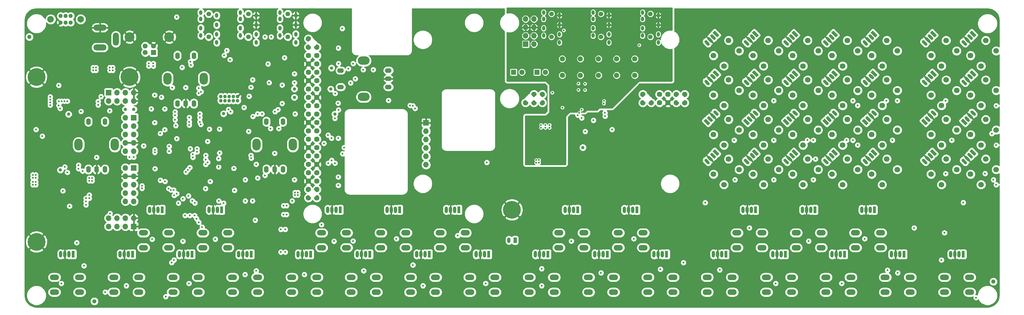
<source format=gbr>
%TF.GenerationSoftware,KiCad,Pcbnew,5.1.5*%
%TF.CreationDate,2020-03-30T21:09:59+02:00*%
%TF.ProjectId,OTTOdiy_SMD,4f54544f-6469-4795-9f53-4d442e6b6963,rev?*%
%TF.SameCoordinates,PX269fb20PYbb65a20*%
%TF.FileFunction,Copper,L3,Inr*%
%TF.FilePolarity,Positive*%
%FSLAX46Y46*%
G04 Gerber Fmt 4.6, Leading zero omitted, Abs format (unit mm)*
G04 Created by KiCad (PCBNEW 5.1.5) date 2020-03-30 21:09:59*
%MOMM*%
%LPD*%
G04 APERTURE LIST*
%ADD10O,1.000000X1.400000*%
%ADD11C,1.400000*%
%ADD12C,1.300000*%
%ADD13C,1.000000*%
%ADD14C,1.100000*%
%ADD15O,1.700000X1.700000*%
%ADD16R,1.700000X1.700000*%
%ADD17C,1.600000*%
%ADD18R,1.600000X1.600000*%
%ADD19C,2.000000*%
%ADD20C,0.150000*%
%ADD21C,1.620000*%
%ADD22O,1.000000X1.700000*%
%ADD23O,2.500000X3.600000*%
%ADD24O,1.400000X2.000000*%
%ADD25O,3.600000X2.500000*%
%ADD26O,2.000000X1.400000*%
%ADD27O,2.800000X1.700000*%
%ADD28C,0.954000*%
%ADD29C,1.700000*%
%ADD30C,1.500000*%
%ADD31R,1.500000X1.500000*%
%ADD32C,3.000000*%
%ADD33O,0.954000X2.000000*%
%ADD34R,0.954000X2.000000*%
%ADD35O,4.000000X1.800000*%
%ADD36O,1.800000X4.000000*%
%ADD37C,0.800000*%
%ADD38C,5.400000*%
%ADD39C,0.600000*%
%ADD40C,0.254000*%
G04 APERTURE END LIST*
D10*
X82900000Y89200000D03*
X82900000Y86350000D03*
X82900000Y83500000D03*
X82900000Y81000000D03*
X78100000Y83100000D03*
X78100000Y85350000D03*
X78100000Y88150000D03*
X78100000Y90100000D03*
D11*
X80500000Y89700000D03*
X80500000Y82700000D03*
D10*
X162900000Y89200000D03*
X162900000Y86350000D03*
X162900000Y83500000D03*
X162900000Y81000000D03*
X158100000Y83100000D03*
X158100000Y85350000D03*
X158100000Y88150000D03*
X158100000Y90100000D03*
D11*
X160500000Y89700000D03*
X160500000Y82700000D03*
D10*
X177900000Y89200000D03*
X177900000Y86350000D03*
X177900000Y83500000D03*
X177900000Y81000000D03*
X173100000Y83100000D03*
X173100000Y85350000D03*
X173100000Y88150000D03*
X173100000Y90100000D03*
D11*
X175500000Y89700000D03*
X175500000Y82700000D03*
D10*
X192900000Y89200000D03*
X192900000Y86350000D03*
X192900000Y83500000D03*
X192900000Y81000000D03*
X188100000Y83100000D03*
X188100000Y85350000D03*
X188100000Y88150000D03*
X188100000Y90100000D03*
D11*
X190500000Y89700000D03*
X190500000Y82700000D03*
D10*
X58900000Y89200000D03*
X58900000Y86350000D03*
X58900000Y83500000D03*
X58900000Y81000000D03*
X54100000Y83100000D03*
X54100000Y85350000D03*
X54100000Y88150000D03*
X54100000Y90100000D03*
D11*
X56500000Y89700000D03*
X56500000Y82700000D03*
D10*
X70900000Y89200000D03*
X70900000Y86350000D03*
X70900000Y83500000D03*
X70900000Y81000000D03*
X66100000Y83100000D03*
X66100000Y85350000D03*
X66100000Y88150000D03*
X66100000Y90100000D03*
D11*
X68500000Y89700000D03*
X68500000Y82700000D03*
D12*
X294525000Y8450000D03*
X21800000Y2475000D03*
X2100000Y82700000D03*
D13*
X14000000Y59250000D03*
D14*
X60165000Y63370000D03*
X60165000Y64640000D03*
X61435000Y63370000D03*
X61435000Y64640000D03*
X62705000Y63370000D03*
X62705000Y64640000D03*
X63975000Y63370000D03*
X63975000Y64640000D03*
X65245000Y63370000D03*
X65245000Y64640000D03*
D15*
X122425000Y43900000D03*
X122425000Y46440000D03*
X122425000Y48980000D03*
X122425000Y51520000D03*
X122425000Y54060000D03*
D16*
X122425000Y56600000D03*
D17*
X158600000Y72000000D03*
D18*
X156100000Y72000000D03*
D17*
X151500000Y72000000D03*
D18*
X149000000Y72000000D03*
D12*
X11600000Y87050000D03*
X13100000Y87050000D03*
X14600000Y87050000D03*
X11600000Y89050000D03*
X13100000Y89050000D03*
X14600000Y89050000D03*
D19*
X8550000Y88040000D03*
X17650000Y88050000D03*
%TA.AperFunction,ViaPad*%
D20*
G36*
X86663901Y33062848D02*
G01*
X86663899Y33062848D01*
X86661809Y33062950D01*
X86655558Y33063607D01*
X86649306Y33064176D01*
X86585456Y33073149D01*
X86585450Y33073150D01*
X86585443Y33073151D01*
X86583380Y33073456D01*
X86577265Y33074711D01*
X86571055Y33075896D01*
X86508382Y33091059D01*
X86506350Y33091566D01*
X86500352Y33093423D01*
X86494325Y33095197D01*
X86433430Y33116403D01*
X86431457Y33117106D01*
X86425697Y33119527D01*
X86419842Y33121892D01*
X86361324Y33148932D01*
X86361307Y33148939D01*
X86361288Y33148949D01*
X86359412Y33149831D01*
X86353905Y33152809D01*
X86348320Y33155729D01*
X86292704Y33188358D01*
X86290905Y33189431D01*
X86285704Y33192939D01*
X86280441Y33196383D01*
X86228274Y33234284D01*
X86226588Y33235527D01*
X86221745Y33239533D01*
X86216852Y33243467D01*
X86168633Y33286278D01*
X86167077Y33287680D01*
X86162681Y33292107D01*
X86158162Y33296532D01*
X86114351Y33343844D01*
X86112939Y33345391D01*
X86108970Y33350257D01*
X86104932Y33355070D01*
X86065946Y33406432D01*
X86064692Y33408109D01*
X86061238Y33413308D01*
X86057665Y33418525D01*
X86023878Y33473447D01*
X86022794Y33475238D01*
X86019876Y33480726D01*
X86016819Y33486286D01*
X85988552Y33544241D01*
X85987648Y33546130D01*
X85985261Y33551922D01*
X85982779Y33557712D01*
X85960302Y33618149D01*
X85959586Y33620117D01*
X85957777Y33626107D01*
X85955870Y33632120D01*
X85939399Y33694462D01*
X85938879Y33696490D01*
X85937657Y33702662D01*
X85936353Y33708795D01*
X85926043Y33772448D01*
X85925723Y33774518D01*
X85925111Y33780754D01*
X85924409Y33787012D01*
X85920360Y33851366D01*
X85920244Y33853457D01*
X85920244Y33859691D01*
X85920155Y33866022D01*
X85922406Y33930463D01*
X85922495Y33932556D01*
X85923106Y33938787D01*
X85923633Y33945065D01*
X85932161Y34008981D01*
X85932452Y34011055D01*
X85933674Y34017225D01*
X85934806Y34023394D01*
X85949530Y34086173D01*
X85950023Y34088208D01*
X85951828Y34094186D01*
X85953570Y34100263D01*
X85974351Y34161304D01*
X85975040Y34163281D01*
X85977430Y34169079D01*
X85979745Y34174926D01*
X86006382Y34233649D01*
X86007260Y34235550D01*
X86010209Y34241096D01*
X86013082Y34246686D01*
X86045323Y34302528D01*
X86046383Y34304334D01*
X86049841Y34309539D01*
X86053260Y34314844D01*
X86090796Y34367275D01*
X86092027Y34368969D01*
X86095980Y34373816D01*
X86099900Y34378762D01*
X86142374Y34427279D01*
X86143765Y34428845D01*
X86148208Y34433319D01*
X86152555Y34437821D01*
X86199560Y34481961D01*
X86201096Y34483384D01*
X86205949Y34487398D01*
X86210720Y34491459D01*
X86261807Y34530802D01*
X86263476Y34532067D01*
X86268643Y34535552D01*
X86273840Y34539164D01*
X86328524Y34573336D01*
X86330308Y34574432D01*
X86335800Y34577402D01*
X86341320Y34580487D01*
X86399076Y34609157D01*
X86400959Y34610074D01*
X86406683Y34612480D01*
X86412503Y34615023D01*
X86472783Y34637921D01*
X86474745Y34638650D01*
X86480729Y34640502D01*
X86486719Y34642449D01*
X86548945Y34659356D01*
X86548948Y34659357D01*
X86548953Y34659358D01*
X86550970Y34659891D01*
X86557099Y34661149D01*
X86563261Y34662504D01*
X86626839Y34673257D01*
X86628906Y34673591D01*
X86635134Y34674246D01*
X86641390Y34674992D01*
X86705715Y34679490D01*
X86707805Y34679621D01*
X86711202Y34679645D01*
X86714604Y34679847D01*
X86728427Y34679992D01*
X86729940Y34679997D01*
X86730000Y34680000D01*
X86800000Y34680000D01*
X86800472Y34679997D01*
X86800524Y34679999D01*
X86800585Y34679996D01*
X86802094Y34679985D01*
X86808601Y34679576D01*
X86815159Y34679232D01*
X86815938Y34679114D01*
X86816720Y34679065D01*
X86823151Y34678023D01*
X86829648Y34677041D01*
X86830414Y34676847D01*
X86831187Y34676722D01*
X86837508Y34675052D01*
X86843855Y34673446D01*
X86844593Y34673180D01*
X86845355Y34672979D01*
X86851466Y34670706D01*
X86857644Y34668482D01*
X86858361Y34668141D01*
X86859091Y34667870D01*
X86864912Y34665031D01*
X86870883Y34662196D01*
X86871562Y34661788D01*
X86872263Y34661446D01*
X86877845Y34658012D01*
X86883444Y34654647D01*
X86884069Y34654183D01*
X86884745Y34653767D01*
X86889976Y34649796D01*
X86895210Y34645910D01*
X86895793Y34645382D01*
X86896418Y34644907D01*
X86901231Y34640450D01*
X86906066Y34636066D01*
X87496066Y34046066D01*
X87496394Y34045734D01*
X87496436Y34045695D01*
X87496480Y34045646D01*
X87497536Y34044575D01*
X87501848Y34039684D01*
X87506242Y34034804D01*
X87506709Y34034171D01*
X87507228Y34033582D01*
X87511064Y34028263D01*
X87514938Y34023009D01*
X87515338Y34022338D01*
X87515801Y34021696D01*
X87519109Y34016012D01*
X87522442Y34010421D01*
X87522776Y34009712D01*
X87523172Y34009031D01*
X87525878Y34003120D01*
X87528682Y33997161D01*
X87528950Y33996409D01*
X87529272Y33995705D01*
X87531382Y33989578D01*
X87533598Y33983355D01*
X87533788Y33982591D01*
X87534044Y33981849D01*
X87535561Y33975482D01*
X87537143Y33969135D01*
X87537258Y33968358D01*
X87537440Y33967593D01*
X87538328Y33961107D01*
X87539284Y33954637D01*
X87539322Y33953852D01*
X87539429Y33953074D01*
X87539681Y33946528D01*
X87540000Y33940000D01*
X87540000Y33870000D01*
X87539985Y33867906D01*
X87539821Y33865299D01*
X87539821Y33862672D01*
X87536671Y33798267D01*
X87536554Y33796177D01*
X87535856Y33789952D01*
X87535241Y33783682D01*
X87525821Y33719892D01*
X87525500Y33717822D01*
X87524203Y33711720D01*
X87522975Y33705518D01*
X87507376Y33642952D01*
X87506855Y33640924D01*
X87504954Y33634930D01*
X87503139Y33628920D01*
X87481508Y33568175D01*
X87480792Y33566208D01*
X87478315Y33560428D01*
X87475924Y33554627D01*
X87448469Y33496282D01*
X87447564Y33494394D01*
X87444549Y33488910D01*
X87441589Y33483343D01*
X87408572Y33427956D01*
X87407487Y33426165D01*
X87403943Y33420989D01*
X87400462Y33415749D01*
X87362197Y33363848D01*
X87360942Y33362171D01*
X87356913Y33357369D01*
X87352936Y33352493D01*
X87309790Y33304573D01*
X87308378Y33303027D01*
X87303900Y33298642D01*
X87299462Y33294172D01*
X87251845Y33250692D01*
X87250288Y33249291D01*
X87245397Y33245358D01*
X87240553Y33241351D01*
X87188920Y33202725D01*
X87187234Y33201483D01*
X87182019Y33198070D01*
X87176771Y33194530D01*
X87121616Y33161127D01*
X87119817Y33160056D01*
X87114288Y33157165D01*
X87108725Y33154157D01*
X87050573Y33126295D01*
X87048679Y33125404D01*
X87042857Y33123052D01*
X87037063Y33120616D01*
X86976470Y33098562D01*
X86974497Y33097860D01*
X86968486Y33096091D01*
X86962471Y33094229D01*
X86900014Y33078192D01*
X86897982Y33077686D01*
X86891808Y33076508D01*
X86885657Y33075246D01*
X86821935Y33065381D01*
X86819864Y33065076D01*
X86813632Y33064509D01*
X86807363Y33063850D01*
X86742982Y33060250D01*
X86740890Y33060148D01*
X86734609Y33060192D01*
X86728327Y33060148D01*
X86663901Y33062848D01*
G37*
%TD.AperFunction*%
%TA.AperFunction,ViaPad*%
G36*
X89209537Y33062406D02*
G01*
X89207445Y33062495D01*
X89201220Y33063105D01*
X89194935Y33063633D01*
X89131019Y33072161D01*
X89128946Y33072452D01*
X89122796Y33073670D01*
X89116605Y33074806D01*
X89053827Y33089530D01*
X89051792Y33090023D01*
X89045805Y33091830D01*
X89039737Y33093570D01*
X88978697Y33114351D01*
X88976719Y33115040D01*
X88970921Y33117430D01*
X88965074Y33119745D01*
X88906354Y33146381D01*
X88906348Y33146383D01*
X88906341Y33146387D01*
X88904450Y33147260D01*
X88898904Y33150209D01*
X88893314Y33153082D01*
X88837472Y33185323D01*
X88835666Y33186383D01*
X88830461Y33189841D01*
X88825156Y33193260D01*
X88772725Y33230796D01*
X88771031Y33232027D01*
X88766184Y33235980D01*
X88761238Y33239900D01*
X88712721Y33282374D01*
X88711155Y33283765D01*
X88706681Y33288208D01*
X88702179Y33292555D01*
X88658049Y33339549D01*
X88658039Y33339559D01*
X88658028Y33339571D01*
X88656617Y33341096D01*
X88652652Y33345889D01*
X88648541Y33350719D01*
X88609199Y33401807D01*
X88607933Y33403475D01*
X88604443Y33408649D01*
X88600835Y33413840D01*
X88566664Y33468524D01*
X88565567Y33470308D01*
X88562590Y33475814D01*
X88559513Y33481319D01*
X88530844Y33539076D01*
X88529926Y33540958D01*
X88527502Y33546724D01*
X88524977Y33552504D01*
X88502079Y33612783D01*
X88501350Y33614746D01*
X88499501Y33620717D01*
X88497551Y33626719D01*
X88480644Y33688945D01*
X88480109Y33690970D01*
X88478851Y33697099D01*
X88477496Y33703261D01*
X88466743Y33766839D01*
X88466409Y33768906D01*
X88465754Y33775134D01*
X88465008Y33781390D01*
X88460510Y33845715D01*
X88460379Y33847805D01*
X88460355Y33851202D01*
X88460153Y33854605D01*
X88460008Y33868427D01*
X88460003Y33869940D01*
X88460000Y33870000D01*
X88460000Y33940000D01*
X88460003Y33940472D01*
X88460001Y33940524D01*
X88460004Y33940585D01*
X88460015Y33942094D01*
X88460424Y33948601D01*
X88460768Y33955159D01*
X88460886Y33955938D01*
X88460935Y33956720D01*
X88461977Y33963151D01*
X88462959Y33969648D01*
X88463153Y33970414D01*
X88463278Y33971187D01*
X88464948Y33977508D01*
X88466554Y33983855D01*
X88466820Y33984593D01*
X88467021Y33985355D01*
X88469294Y33991466D01*
X88471518Y33997644D01*
X88471859Y33998361D01*
X88472130Y33999091D01*
X88474944Y34004860D01*
X88477804Y34010883D01*
X88478212Y34011562D01*
X88478554Y34012263D01*
X88481988Y34017845D01*
X88485353Y34023444D01*
X88485817Y34024069D01*
X88486233Y34024745D01*
X88490204Y34029976D01*
X88494090Y34035210D01*
X88494618Y34035793D01*
X88495093Y34036418D01*
X88499550Y34041231D01*
X88503934Y34046066D01*
X89093934Y34636066D01*
X89094266Y34636394D01*
X89094305Y34636436D01*
X89094354Y34636480D01*
X89095425Y34637536D01*
X89100316Y34641848D01*
X89105196Y34646242D01*
X89105829Y34646709D01*
X89106418Y34647228D01*
X89111737Y34651064D01*
X89116991Y34654938D01*
X89117662Y34655338D01*
X89118304Y34655801D01*
X89123988Y34659109D01*
X89129579Y34662442D01*
X89130288Y34662776D01*
X89130969Y34663172D01*
X89136880Y34665878D01*
X89142839Y34668682D01*
X89143591Y34668950D01*
X89144295Y34669272D01*
X89150422Y34671382D01*
X89156645Y34673598D01*
X89157409Y34673788D01*
X89158151Y34674044D01*
X89164518Y34675561D01*
X89170865Y34677143D01*
X89171642Y34677258D01*
X89172407Y34677440D01*
X89178893Y34678328D01*
X89185363Y34679284D01*
X89186148Y34679322D01*
X89186926Y34679429D01*
X89193472Y34679681D01*
X89200000Y34680000D01*
X89270000Y34680000D01*
X89272094Y34679985D01*
X89274701Y34679821D01*
X89277328Y34679821D01*
X89341733Y34676671D01*
X89343823Y34676554D01*
X89350037Y34675857D01*
X89356318Y34675241D01*
X89420108Y34665821D01*
X89422178Y34665500D01*
X89428272Y34664205D01*
X89434483Y34662975D01*
X89497048Y34647376D01*
X89499076Y34646854D01*
X89505012Y34644971D01*
X89511081Y34643139D01*
X89571825Y34621508D01*
X89573793Y34620792D01*
X89579572Y34618315D01*
X89585373Y34615924D01*
X89643718Y34588469D01*
X89645606Y34587564D01*
X89651090Y34584549D01*
X89656657Y34581589D01*
X89712044Y34548572D01*
X89713835Y34547487D01*
X89719011Y34543943D01*
X89724251Y34540462D01*
X89776152Y34502197D01*
X89777829Y34500942D01*
X89782631Y34496913D01*
X89787507Y34492936D01*
X89835427Y34449790D01*
X89836973Y34448378D01*
X89841379Y34443880D01*
X89845827Y34439462D01*
X89889308Y34391845D01*
X89890709Y34390289D01*
X89894655Y34385381D01*
X89898649Y34380553D01*
X89937275Y34328920D01*
X89938518Y34327234D01*
X89941949Y34321990D01*
X89945470Y34316771D01*
X89978873Y34261616D01*
X89979945Y34259817D01*
X89982840Y34254280D01*
X89985843Y34248725D01*
X90013705Y34190573D01*
X90014596Y34188678D01*
X90016938Y34182882D01*
X90019384Y34177063D01*
X90041438Y34116470D01*
X90042140Y34114497D01*
X90043909Y34108486D01*
X90045771Y34102471D01*
X90061807Y34040015D01*
X90061808Y34040013D01*
X90061810Y34040002D01*
X90062314Y34037983D01*
X90063493Y34031800D01*
X90064754Y34025657D01*
X90074618Y33961935D01*
X90074924Y33959864D01*
X90075491Y33953637D01*
X90076150Y33947364D01*
X90079750Y33882982D01*
X90079852Y33880891D01*
X90079808Y33874609D01*
X90079852Y33868327D01*
X90077152Y33803901D01*
X90077050Y33801809D01*
X90076393Y33795558D01*
X90075824Y33789306D01*
X90066850Y33725452D01*
X90066544Y33723380D01*
X90065289Y33717265D01*
X90064104Y33711055D01*
X90048941Y33648382D01*
X90048434Y33646350D01*
X90046577Y33640352D01*
X90044803Y33634325D01*
X90023597Y33573430D01*
X90022894Y33571457D01*
X90020473Y33565697D01*
X90018108Y33559842D01*
X89991068Y33501324D01*
X89991061Y33501307D01*
X89991051Y33501288D01*
X89990169Y33499412D01*
X89987191Y33493905D01*
X89984271Y33488320D01*
X89951642Y33432704D01*
X89950569Y33430905D01*
X89947061Y33425704D01*
X89943617Y33420441D01*
X89905716Y33368274D01*
X89904473Y33366588D01*
X89900467Y33361745D01*
X89896533Y33356852D01*
X89853722Y33308633D01*
X89852320Y33307077D01*
X89847893Y33302681D01*
X89843468Y33298162D01*
X89796156Y33254351D01*
X89794609Y33252939D01*
X89789743Y33248970D01*
X89784930Y33244932D01*
X89733568Y33205946D01*
X89731891Y33204692D01*
X89726692Y33201238D01*
X89721475Y33197665D01*
X89666553Y33163878D01*
X89664762Y33162794D01*
X89659274Y33159876D01*
X89653714Y33156819D01*
X89595759Y33128552D01*
X89593870Y33127648D01*
X89588078Y33125261D01*
X89582288Y33122779D01*
X89521851Y33100302D01*
X89519883Y33099586D01*
X89513893Y33097777D01*
X89507880Y33095870D01*
X89445538Y33079399D01*
X89443510Y33078879D01*
X89437338Y33077657D01*
X89431205Y33076353D01*
X89367552Y33066043D01*
X89365482Y33065723D01*
X89359246Y33065111D01*
X89352988Y33064409D01*
X89288634Y33060360D01*
X89286543Y33060244D01*
X89280310Y33060244D01*
X89273979Y33060155D01*
X89209537Y33062406D01*
G37*
%TD.AperFunction*%
%TA.AperFunction,ViaPad*%
G36*
X86727906Y35600015D02*
G01*
X86725299Y35600179D01*
X86722672Y35600179D01*
X86658267Y35603329D01*
X86658265Y35603329D01*
X86656177Y35603446D01*
X86649966Y35604143D01*
X86643682Y35604759D01*
X86579892Y35614179D01*
X86577822Y35614500D01*
X86571720Y35615797D01*
X86565518Y35617025D01*
X86502952Y35632624D01*
X86500924Y35633145D01*
X86494930Y35635046D01*
X86488920Y35636861D01*
X86428175Y35658492D01*
X86426208Y35659208D01*
X86420428Y35661685D01*
X86414627Y35664076D01*
X86356282Y35691531D01*
X86354394Y35692436D01*
X86348910Y35695451D01*
X86343343Y35698411D01*
X86287956Y35731428D01*
X86286165Y35732513D01*
X86280989Y35736057D01*
X86275749Y35739538D01*
X86223848Y35777803D01*
X86222171Y35779058D01*
X86217369Y35783087D01*
X86212493Y35787064D01*
X86164573Y35830210D01*
X86163027Y35831622D01*
X86158642Y35836100D01*
X86154172Y35840538D01*
X86110692Y35888155D01*
X86109291Y35889712D01*
X86105358Y35894603D01*
X86101351Y35899447D01*
X86062725Y35951080D01*
X86061483Y35952766D01*
X86058070Y35957981D01*
X86054530Y35963229D01*
X86021127Y36018384D01*
X86020056Y36020183D01*
X86017165Y36025712D01*
X86014157Y36031275D01*
X85986295Y36089427D01*
X85985404Y36091321D01*
X85983052Y36097143D01*
X85980616Y36102937D01*
X85958562Y36163530D01*
X85957860Y36165503D01*
X85956091Y36171514D01*
X85954229Y36177529D01*
X85938192Y36239986D01*
X85937686Y36242018D01*
X85936508Y36248192D01*
X85935246Y36254343D01*
X85925381Y36318065D01*
X85925076Y36320136D01*
X85924509Y36326368D01*
X85923850Y36332637D01*
X85920250Y36397018D01*
X85920148Y36399110D01*
X85920192Y36405391D01*
X85920148Y36411672D01*
X85922848Y36476099D01*
X85922950Y36478190D01*
X85923607Y36484444D01*
X85924176Y36490693D01*
X85933150Y36554548D01*
X85933456Y36556619D01*
X85934705Y36562703D01*
X85935896Y36568945D01*
X85951059Y36631618D01*
X85951566Y36633650D01*
X85953423Y36639648D01*
X85955197Y36645675D01*
X85976403Y36706570D01*
X85977105Y36708543D01*
X85979541Y36714338D01*
X85981892Y36720158D01*
X86008939Y36778693D01*
X86009831Y36780587D01*
X86012825Y36786126D01*
X86015729Y36791680D01*
X86048359Y36847297D01*
X86049431Y36849095D01*
X86052948Y36854310D01*
X86056383Y36859559D01*
X86094284Y36911726D01*
X86095527Y36913411D01*
X86099512Y36918229D01*
X86103468Y36923148D01*
X86146278Y36971367D01*
X86147680Y36972923D01*
X86152107Y36977319D01*
X86156532Y36981838D01*
X86203844Y37025649D01*
X86205391Y37027061D01*
X86210218Y37030998D01*
X86215070Y37035069D01*
X86266432Y37074054D01*
X86268109Y37075308D01*
X86273342Y37078786D01*
X86278525Y37082334D01*
X86333446Y37116122D01*
X86335238Y37117206D01*
X86340744Y37120134D01*
X86346287Y37123181D01*
X86404241Y37151448D01*
X86406130Y37152352D01*
X86411922Y37154739D01*
X86417712Y37157221D01*
X86478147Y37179697D01*
X86478152Y37179699D01*
X86478158Y37179701D01*
X86480117Y37180414D01*
X86486107Y37182223D01*
X86492120Y37184130D01*
X86554462Y37200601D01*
X86556491Y37201121D01*
X86562639Y37202339D01*
X86568794Y37203647D01*
X86632448Y37213957D01*
X86634517Y37214277D01*
X86640761Y37214890D01*
X86647012Y37215591D01*
X86711366Y37219640D01*
X86713457Y37219757D01*
X86719732Y37219757D01*
X86726022Y37219845D01*
X86790463Y37217594D01*
X86792556Y37217505D01*
X86798787Y37216894D01*
X86805065Y37216367D01*
X86868981Y37207839D01*
X86871055Y37207548D01*
X86877225Y37206326D01*
X86883394Y37205194D01*
X86946173Y37190470D01*
X86948208Y37189977D01*
X86954186Y37188172D01*
X86960263Y37186430D01*
X87021304Y37165649D01*
X87023281Y37164960D01*
X87029079Y37162570D01*
X87034926Y37160255D01*
X87093649Y37133618D01*
X87093652Y37133617D01*
X87093659Y37133613D01*
X87095550Y37132740D01*
X87101096Y37129791D01*
X87106686Y37126918D01*
X87162528Y37094677D01*
X87164334Y37093617D01*
X87169539Y37090159D01*
X87174844Y37086740D01*
X87227275Y37049204D01*
X87228969Y37047973D01*
X87233816Y37044020D01*
X87238762Y37040100D01*
X87287279Y36997626D01*
X87288845Y36996235D01*
X87293334Y36991778D01*
X87297821Y36987445D01*
X87341961Y36940440D01*
X87343384Y36938904D01*
X87347398Y36934051D01*
X87351459Y36929280D01*
X87390802Y36878193D01*
X87392067Y36876524D01*
X87395552Y36871357D01*
X87399164Y36866160D01*
X87433336Y36811476D01*
X87434432Y36809692D01*
X87437402Y36804200D01*
X87440487Y36798680D01*
X87469157Y36740924D01*
X87470074Y36739041D01*
X87472480Y36733317D01*
X87475023Y36727497D01*
X87497921Y36667217D01*
X87498650Y36665255D01*
X87500502Y36659271D01*
X87502449Y36653281D01*
X87519356Y36591055D01*
X87519891Y36589030D01*
X87521149Y36582901D01*
X87522504Y36576739D01*
X87533257Y36513161D01*
X87533591Y36511094D01*
X87534246Y36504866D01*
X87534992Y36498610D01*
X87539490Y36434285D01*
X87539621Y36432195D01*
X87539645Y36428798D01*
X87539847Y36425396D01*
X87539992Y36411573D01*
X87539997Y36410060D01*
X87540000Y36410000D01*
X87540000Y36340000D01*
X87539997Y36339528D01*
X87539999Y36339476D01*
X87539996Y36339415D01*
X87539985Y36337906D01*
X87539576Y36331399D01*
X87539232Y36324841D01*
X87539114Y36324062D01*
X87539065Y36323280D01*
X87538023Y36316849D01*
X87537041Y36310352D01*
X87536847Y36309586D01*
X87536722Y36308813D01*
X87535052Y36302492D01*
X87533446Y36296145D01*
X87533180Y36295407D01*
X87532979Y36294645D01*
X87530706Y36288534D01*
X87528482Y36282356D01*
X87528141Y36281639D01*
X87527870Y36280909D01*
X87525031Y36275088D01*
X87522196Y36269117D01*
X87521788Y36268438D01*
X87521446Y36267737D01*
X87518012Y36262155D01*
X87514647Y36256556D01*
X87514183Y36255931D01*
X87513767Y36255255D01*
X87509796Y36250024D01*
X87505910Y36244790D01*
X87505382Y36244207D01*
X87504907Y36243582D01*
X87500450Y36238769D01*
X87496066Y36233934D01*
X86906066Y35643934D01*
X86905734Y35643606D01*
X86905695Y35643564D01*
X86905646Y35643520D01*
X86904575Y35642464D01*
X86899684Y35638152D01*
X86894804Y35633758D01*
X86894171Y35633291D01*
X86893582Y35632772D01*
X86888263Y35628936D01*
X86883009Y35625062D01*
X86882338Y35624662D01*
X86881696Y35624199D01*
X86876012Y35620891D01*
X86870421Y35617558D01*
X86869712Y35617224D01*
X86869031Y35616828D01*
X86863120Y35614122D01*
X86857161Y35611318D01*
X86856409Y35611050D01*
X86855705Y35610728D01*
X86849578Y35608618D01*
X86843355Y35606402D01*
X86842591Y35606212D01*
X86841849Y35605956D01*
X86835482Y35604439D01*
X86829135Y35602857D01*
X86828358Y35602742D01*
X86827593Y35602560D01*
X86821107Y35601672D01*
X86814637Y35600716D01*
X86813852Y35600678D01*
X86813074Y35600571D01*
X86806528Y35600319D01*
X86800000Y35600000D01*
X86730000Y35600000D01*
X86727906Y35600015D01*
G37*
%TD.AperFunction*%
%TA.AperFunction,ViaPad*%
G36*
X89199528Y35600003D02*
G01*
X89199476Y35600001D01*
X89199415Y35600004D01*
X89197906Y35600015D01*
X89191399Y35600424D01*
X89184841Y35600768D01*
X89184062Y35600886D01*
X89183280Y35600935D01*
X89176849Y35601977D01*
X89170352Y35602959D01*
X89169586Y35603153D01*
X89168813Y35603278D01*
X89162492Y35604948D01*
X89156145Y35606554D01*
X89155407Y35606820D01*
X89154645Y35607021D01*
X89148534Y35609294D01*
X89142356Y35611518D01*
X89141639Y35611859D01*
X89140909Y35612130D01*
X89135088Y35614969D01*
X89129117Y35617804D01*
X89128438Y35618212D01*
X89127737Y35618554D01*
X89122155Y35621988D01*
X89116556Y35625353D01*
X89115931Y35625817D01*
X89115255Y35626233D01*
X89110024Y35630204D01*
X89104790Y35634090D01*
X89104207Y35634618D01*
X89103582Y35635093D01*
X89098769Y35639550D01*
X89093934Y35643934D01*
X88503934Y36233934D01*
X88503606Y36234266D01*
X88503564Y36234305D01*
X88503520Y36234354D01*
X88502464Y36235425D01*
X88498152Y36240316D01*
X88493758Y36245196D01*
X88493291Y36245829D01*
X88492772Y36246418D01*
X88488936Y36251737D01*
X88485062Y36256991D01*
X88484662Y36257662D01*
X88484199Y36258304D01*
X88480891Y36263988D01*
X88477558Y36269579D01*
X88477224Y36270288D01*
X88476828Y36270969D01*
X88474122Y36276880D01*
X88471318Y36282839D01*
X88471050Y36283591D01*
X88470728Y36284295D01*
X88468618Y36290422D01*
X88466402Y36296645D01*
X88466212Y36297409D01*
X88465956Y36298151D01*
X88464439Y36304518D01*
X88462857Y36310865D01*
X88462742Y36311642D01*
X88462560Y36312407D01*
X88461678Y36318846D01*
X88460716Y36325363D01*
X88460678Y36326148D01*
X88460571Y36326926D01*
X88460320Y36333451D01*
X88460000Y36340000D01*
X88460000Y36410000D01*
X88460015Y36412094D01*
X88460179Y36414701D01*
X88460179Y36417328D01*
X88463329Y36481733D01*
X88463446Y36483823D01*
X88464139Y36489999D01*
X88464759Y36496318D01*
X88474179Y36560108D01*
X88474500Y36562178D01*
X88475795Y36568272D01*
X88477025Y36574483D01*
X88492624Y36637048D01*
X88493146Y36639076D01*
X88495029Y36645012D01*
X88496861Y36651081D01*
X88518492Y36711825D01*
X88519208Y36713793D01*
X88521685Y36719572D01*
X88524076Y36725373D01*
X88551531Y36783718D01*
X88552436Y36785606D01*
X88555451Y36791090D01*
X88558411Y36796657D01*
X88591428Y36852044D01*
X88592513Y36853835D01*
X88596057Y36859011D01*
X88599538Y36864251D01*
X88637803Y36916152D01*
X88639058Y36917829D01*
X88643087Y36922631D01*
X88647064Y36927507D01*
X88690210Y36975427D01*
X88691622Y36976973D01*
X88696120Y36981379D01*
X88700538Y36985827D01*
X88748155Y37029308D01*
X88749711Y37030709D01*
X88754619Y37034655D01*
X88759447Y37038649D01*
X88811080Y37077275D01*
X88812766Y37078518D01*
X88818010Y37081949D01*
X88823229Y37085470D01*
X88878384Y37118873D01*
X88880183Y37119945D01*
X88885720Y37122840D01*
X88891275Y37125843D01*
X88949427Y37153705D01*
X88951322Y37154596D01*
X88957118Y37156938D01*
X88962937Y37159384D01*
X89023530Y37181438D01*
X89025503Y37182140D01*
X89031514Y37183909D01*
X89037529Y37185771D01*
X89099978Y37201805D01*
X89099987Y37201808D01*
X89099998Y37201810D01*
X89102017Y37202314D01*
X89108200Y37203493D01*
X89114343Y37204754D01*
X89178053Y37214616D01*
X89178062Y37214618D01*
X89178072Y37214619D01*
X89180136Y37214924D01*
X89186363Y37215491D01*
X89192636Y37216150D01*
X89257018Y37219750D01*
X89259109Y37219852D01*
X89265391Y37219808D01*
X89271672Y37219852D01*
X89336099Y37217152D01*
X89338190Y37217050D01*
X89344444Y37216393D01*
X89350693Y37215824D01*
X89414544Y37206851D01*
X89414550Y37206850D01*
X89414557Y37206849D01*
X89416619Y37206544D01*
X89422727Y37205290D01*
X89428945Y37204104D01*
X89491618Y37188941D01*
X89493650Y37188434D01*
X89499648Y37186577D01*
X89505675Y37184803D01*
X89566570Y37163597D01*
X89568543Y37162895D01*
X89574338Y37160459D01*
X89580158Y37158108D01*
X89638693Y37131061D01*
X89640587Y37130169D01*
X89646126Y37127175D01*
X89651680Y37124271D01*
X89707297Y37091641D01*
X89709095Y37090569D01*
X89714310Y37087052D01*
X89719559Y37083617D01*
X89771726Y37045716D01*
X89771728Y37045715D01*
X89771735Y37045709D01*
X89773411Y37044473D01*
X89778229Y37040488D01*
X89783148Y37036532D01*
X89831367Y36993722D01*
X89832923Y36992320D01*
X89837319Y36987893D01*
X89841838Y36983468D01*
X89885649Y36936156D01*
X89887061Y36934609D01*
X89890998Y36929782D01*
X89895069Y36924930D01*
X89934054Y36873568D01*
X89935308Y36871891D01*
X89938786Y36866658D01*
X89942334Y36861475D01*
X89976122Y36806554D01*
X89977206Y36804762D01*
X89980134Y36799256D01*
X89983181Y36793713D01*
X90011448Y36735759D01*
X90012352Y36733870D01*
X90014739Y36728078D01*
X90017221Y36722288D01*
X90039698Y36661850D01*
X90040414Y36659883D01*
X90042225Y36653885D01*
X90044130Y36647880D01*
X90060601Y36585538D01*
X90061121Y36583509D01*
X90062339Y36577361D01*
X90063647Y36571206D01*
X90073957Y36507552D01*
X90074277Y36505483D01*
X90074890Y36499239D01*
X90075591Y36492988D01*
X90079640Y36428634D01*
X90079757Y36426543D01*
X90079757Y36420235D01*
X90079845Y36413979D01*
X90077594Y36349537D01*
X90077505Y36347445D01*
X90076895Y36341220D01*
X90076367Y36334935D01*
X90067839Y36271019D01*
X90067548Y36268946D01*
X90066330Y36262796D01*
X90065194Y36256605D01*
X90050470Y36193827D01*
X90049977Y36191792D01*
X90048170Y36185805D01*
X90046430Y36179737D01*
X90025649Y36118697D01*
X90024960Y36116719D01*
X90022570Y36110921D01*
X90020255Y36105074D01*
X89993618Y36046351D01*
X89992740Y36044450D01*
X89989791Y36038904D01*
X89986918Y36033314D01*
X89954677Y35977472D01*
X89953617Y35975666D01*
X89950159Y35970461D01*
X89946740Y35965156D01*
X89909204Y35912725D01*
X89907973Y35911031D01*
X89904020Y35906184D01*
X89900100Y35901238D01*
X89857626Y35852721D01*
X89856235Y35851155D01*
X89851792Y35846681D01*
X89847445Y35842179D01*
X89800451Y35798049D01*
X89800441Y35798039D01*
X89800429Y35798028D01*
X89798904Y35796617D01*
X89794111Y35792652D01*
X89789281Y35788541D01*
X89738193Y35749199D01*
X89736525Y35747933D01*
X89731351Y35744443D01*
X89726160Y35740835D01*
X89671476Y35706664D01*
X89669692Y35705567D01*
X89664186Y35702590D01*
X89658681Y35699513D01*
X89600933Y35670848D01*
X89600925Y35670844D01*
X89600915Y35670840D01*
X89599042Y35669926D01*
X89593276Y35667502D01*
X89587496Y35664977D01*
X89527217Y35642079D01*
X89525254Y35641350D01*
X89519283Y35639501D01*
X89513281Y35637551D01*
X89451055Y35620644D01*
X89451052Y35620643D01*
X89451047Y35620642D01*
X89449030Y35620109D01*
X89442901Y35618851D01*
X89436739Y35617496D01*
X89373161Y35606743D01*
X89371094Y35606409D01*
X89364866Y35605754D01*
X89358610Y35605008D01*
X89294285Y35600510D01*
X89292195Y35600379D01*
X89288798Y35600355D01*
X89285395Y35600153D01*
X89271573Y35600008D01*
X89270060Y35600003D01*
X89270000Y35600000D01*
X89200000Y35600000D01*
X89199528Y35600003D01*
G37*
%TD.AperFunction*%
%TA.AperFunction,ViaPad*%
G36*
X86663901Y78782848D02*
G01*
X86663899Y78782848D01*
X86661809Y78782950D01*
X86655558Y78783607D01*
X86649306Y78784176D01*
X86585456Y78793149D01*
X86585450Y78793150D01*
X86585443Y78793151D01*
X86583380Y78793456D01*
X86577265Y78794711D01*
X86571055Y78795896D01*
X86508382Y78811059D01*
X86506350Y78811566D01*
X86500352Y78813423D01*
X86494325Y78815197D01*
X86433430Y78836403D01*
X86431457Y78837106D01*
X86425697Y78839527D01*
X86419842Y78841892D01*
X86361324Y78868932D01*
X86361307Y78868939D01*
X86361288Y78868949D01*
X86359412Y78869831D01*
X86353905Y78872809D01*
X86348320Y78875729D01*
X86292704Y78908358D01*
X86290905Y78909431D01*
X86285704Y78912939D01*
X86280441Y78916383D01*
X86228274Y78954284D01*
X86226588Y78955527D01*
X86221745Y78959533D01*
X86216852Y78963467D01*
X86168633Y79006278D01*
X86167077Y79007680D01*
X86162681Y79012107D01*
X86158162Y79016532D01*
X86114351Y79063844D01*
X86112939Y79065391D01*
X86108970Y79070257D01*
X86104932Y79075070D01*
X86065946Y79126432D01*
X86064692Y79128109D01*
X86061238Y79133308D01*
X86057665Y79138525D01*
X86023878Y79193447D01*
X86022794Y79195238D01*
X86019876Y79200726D01*
X86016819Y79206286D01*
X85988552Y79264241D01*
X85987648Y79266130D01*
X85985261Y79271922D01*
X85982779Y79277712D01*
X85960302Y79338149D01*
X85959586Y79340117D01*
X85957777Y79346107D01*
X85955870Y79352120D01*
X85939399Y79414462D01*
X85938879Y79416490D01*
X85937657Y79422662D01*
X85936353Y79428795D01*
X85926043Y79492448D01*
X85925723Y79494518D01*
X85925111Y79500754D01*
X85924409Y79507012D01*
X85920360Y79571366D01*
X85920244Y79573457D01*
X85920244Y79579691D01*
X85920155Y79586022D01*
X85922406Y79650463D01*
X85922495Y79652556D01*
X85923106Y79658787D01*
X85923633Y79665065D01*
X85932161Y79728981D01*
X85932452Y79731055D01*
X85933674Y79737225D01*
X85934806Y79743394D01*
X85949530Y79806173D01*
X85950023Y79808208D01*
X85951828Y79814186D01*
X85953570Y79820263D01*
X85974351Y79881304D01*
X85975040Y79883281D01*
X85977430Y79889079D01*
X85979745Y79894926D01*
X86006382Y79953649D01*
X86007260Y79955550D01*
X86010209Y79961096D01*
X86013082Y79966686D01*
X86045323Y80022528D01*
X86046383Y80024334D01*
X86049841Y80029539D01*
X86053260Y80034844D01*
X86090796Y80087275D01*
X86092027Y80088969D01*
X86095980Y80093816D01*
X86099900Y80098762D01*
X86142374Y80147279D01*
X86143765Y80148845D01*
X86148208Y80153319D01*
X86152555Y80157821D01*
X86199560Y80201961D01*
X86201096Y80203384D01*
X86205949Y80207398D01*
X86210720Y80211459D01*
X86261807Y80250802D01*
X86263476Y80252067D01*
X86268643Y80255552D01*
X86273840Y80259164D01*
X86328524Y80293336D01*
X86330308Y80294432D01*
X86335800Y80297402D01*
X86341320Y80300487D01*
X86399076Y80329157D01*
X86400959Y80330074D01*
X86406683Y80332480D01*
X86412503Y80335023D01*
X86472783Y80357921D01*
X86474745Y80358650D01*
X86480729Y80360502D01*
X86486719Y80362449D01*
X86548945Y80379356D01*
X86548948Y80379357D01*
X86548953Y80379358D01*
X86550970Y80379891D01*
X86557099Y80381149D01*
X86563261Y80382504D01*
X86626839Y80393257D01*
X86628906Y80393591D01*
X86635134Y80394246D01*
X86641390Y80394992D01*
X86705715Y80399490D01*
X86707805Y80399621D01*
X86711202Y80399645D01*
X86714604Y80399847D01*
X86728427Y80399992D01*
X86729940Y80399997D01*
X86730000Y80400000D01*
X86800000Y80400000D01*
X86800472Y80399997D01*
X86800524Y80399999D01*
X86800585Y80399996D01*
X86802094Y80399985D01*
X86808601Y80399576D01*
X86815159Y80399232D01*
X86815938Y80399114D01*
X86816720Y80399065D01*
X86823151Y80398023D01*
X86829648Y80397041D01*
X86830414Y80396847D01*
X86831187Y80396722D01*
X86837508Y80395052D01*
X86843855Y80393446D01*
X86844593Y80393180D01*
X86845355Y80392979D01*
X86851466Y80390706D01*
X86857644Y80388482D01*
X86858361Y80388141D01*
X86859091Y80387870D01*
X86864912Y80385031D01*
X86870883Y80382196D01*
X86871562Y80381788D01*
X86872263Y80381446D01*
X86877845Y80378012D01*
X86883444Y80374647D01*
X86884069Y80374183D01*
X86884745Y80373767D01*
X86889976Y80369796D01*
X86895210Y80365910D01*
X86895793Y80365382D01*
X86896418Y80364907D01*
X86901231Y80360450D01*
X86906066Y80356066D01*
X87496066Y79766066D01*
X87496394Y79765734D01*
X87496436Y79765695D01*
X87496480Y79765646D01*
X87497536Y79764575D01*
X87501848Y79759684D01*
X87506242Y79754804D01*
X87506709Y79754171D01*
X87507228Y79753582D01*
X87511064Y79748263D01*
X87514938Y79743009D01*
X87515338Y79742338D01*
X87515801Y79741696D01*
X87519109Y79736012D01*
X87522442Y79730421D01*
X87522776Y79729712D01*
X87523172Y79729031D01*
X87525878Y79723120D01*
X87528682Y79717161D01*
X87528950Y79716409D01*
X87529272Y79715705D01*
X87531382Y79709578D01*
X87533598Y79703355D01*
X87533788Y79702591D01*
X87534044Y79701849D01*
X87535561Y79695482D01*
X87537143Y79689135D01*
X87537258Y79688358D01*
X87537440Y79687593D01*
X87538328Y79681107D01*
X87539284Y79674637D01*
X87539322Y79673852D01*
X87539429Y79673074D01*
X87539681Y79666528D01*
X87540000Y79660000D01*
X87540000Y79590000D01*
X87539985Y79587906D01*
X87539821Y79585299D01*
X87539821Y79582672D01*
X87536671Y79518267D01*
X87536554Y79516177D01*
X87535856Y79509952D01*
X87535241Y79503682D01*
X87525821Y79439892D01*
X87525500Y79437822D01*
X87524203Y79431720D01*
X87522975Y79425518D01*
X87507376Y79362952D01*
X87506855Y79360924D01*
X87504954Y79354930D01*
X87503139Y79348920D01*
X87481508Y79288175D01*
X87480792Y79286208D01*
X87478315Y79280428D01*
X87475924Y79274627D01*
X87448469Y79216282D01*
X87447564Y79214394D01*
X87444549Y79208910D01*
X87441589Y79203343D01*
X87408572Y79147956D01*
X87407487Y79146165D01*
X87403943Y79140989D01*
X87400462Y79135749D01*
X87362197Y79083848D01*
X87360942Y79082171D01*
X87356913Y79077369D01*
X87352936Y79072493D01*
X87309790Y79024573D01*
X87308378Y79023027D01*
X87303900Y79018642D01*
X87299462Y79014172D01*
X87251845Y78970692D01*
X87250288Y78969291D01*
X87245397Y78965358D01*
X87240553Y78961351D01*
X87188920Y78922725D01*
X87187234Y78921483D01*
X87182019Y78918070D01*
X87176771Y78914530D01*
X87121616Y78881127D01*
X87119817Y78880056D01*
X87114288Y78877165D01*
X87108725Y78874157D01*
X87050573Y78846295D01*
X87048679Y78845404D01*
X87042857Y78843052D01*
X87037063Y78840616D01*
X86976470Y78818562D01*
X86974497Y78817860D01*
X86968486Y78816091D01*
X86962471Y78814229D01*
X86900014Y78798192D01*
X86897982Y78797686D01*
X86891808Y78796508D01*
X86885657Y78795246D01*
X86821935Y78785381D01*
X86819864Y78785076D01*
X86813632Y78784509D01*
X86807363Y78783850D01*
X86742982Y78780250D01*
X86740890Y78780148D01*
X86734609Y78780192D01*
X86728327Y78780148D01*
X86663901Y78782848D01*
G37*
%TD.AperFunction*%
%TA.AperFunction,ViaPad*%
G36*
X89209537Y78782406D02*
G01*
X89207445Y78782495D01*
X89201220Y78783105D01*
X89194935Y78783633D01*
X89131019Y78792161D01*
X89128946Y78792452D01*
X89122796Y78793670D01*
X89116605Y78794806D01*
X89053827Y78809530D01*
X89051792Y78810023D01*
X89045805Y78811830D01*
X89039737Y78813570D01*
X88978697Y78834351D01*
X88976719Y78835040D01*
X88970921Y78837430D01*
X88965074Y78839745D01*
X88906354Y78866381D01*
X88906348Y78866383D01*
X88906341Y78866387D01*
X88904450Y78867260D01*
X88898904Y78870209D01*
X88893314Y78873082D01*
X88837472Y78905323D01*
X88835666Y78906383D01*
X88830461Y78909841D01*
X88825156Y78913260D01*
X88772725Y78950796D01*
X88771031Y78952027D01*
X88766184Y78955980D01*
X88761238Y78959900D01*
X88712721Y79002374D01*
X88711155Y79003765D01*
X88706681Y79008208D01*
X88702179Y79012555D01*
X88658049Y79059549D01*
X88658039Y79059559D01*
X88658028Y79059571D01*
X88656617Y79061096D01*
X88652652Y79065889D01*
X88648541Y79070719D01*
X88609199Y79121807D01*
X88607933Y79123475D01*
X88604443Y79128649D01*
X88600835Y79133840D01*
X88566664Y79188524D01*
X88565567Y79190308D01*
X88562590Y79195814D01*
X88559513Y79201319D01*
X88530844Y79259076D01*
X88529926Y79260958D01*
X88527502Y79266724D01*
X88524977Y79272504D01*
X88502079Y79332783D01*
X88501350Y79334746D01*
X88499501Y79340717D01*
X88497551Y79346719D01*
X88480644Y79408945D01*
X88480109Y79410970D01*
X88478851Y79417099D01*
X88477496Y79423261D01*
X88466743Y79486839D01*
X88466409Y79488906D01*
X88465754Y79495134D01*
X88465008Y79501390D01*
X88460510Y79565715D01*
X88460379Y79567805D01*
X88460355Y79571202D01*
X88460153Y79574605D01*
X88460008Y79588427D01*
X88460003Y79589940D01*
X88460000Y79590000D01*
X88460000Y79660000D01*
X88460003Y79660472D01*
X88460001Y79660524D01*
X88460004Y79660585D01*
X88460015Y79662094D01*
X88460424Y79668601D01*
X88460768Y79675159D01*
X88460886Y79675938D01*
X88460935Y79676720D01*
X88461977Y79683151D01*
X88462959Y79689648D01*
X88463153Y79690414D01*
X88463278Y79691187D01*
X88464948Y79697508D01*
X88466554Y79703855D01*
X88466820Y79704593D01*
X88467021Y79705355D01*
X88469294Y79711466D01*
X88471518Y79717644D01*
X88471859Y79718361D01*
X88472130Y79719091D01*
X88474944Y79724860D01*
X88477804Y79730883D01*
X88478212Y79731562D01*
X88478554Y79732263D01*
X88481988Y79737845D01*
X88485353Y79743444D01*
X88485817Y79744069D01*
X88486233Y79744745D01*
X88490204Y79749976D01*
X88494090Y79755210D01*
X88494618Y79755793D01*
X88495093Y79756418D01*
X88499550Y79761231D01*
X88503934Y79766066D01*
X89093934Y80356066D01*
X89094266Y80356394D01*
X89094305Y80356436D01*
X89094354Y80356480D01*
X89095425Y80357536D01*
X89100316Y80361848D01*
X89105196Y80366242D01*
X89105829Y80366709D01*
X89106418Y80367228D01*
X89111737Y80371064D01*
X89116991Y80374938D01*
X89117662Y80375338D01*
X89118304Y80375801D01*
X89123988Y80379109D01*
X89129579Y80382442D01*
X89130288Y80382776D01*
X89130969Y80383172D01*
X89136880Y80385878D01*
X89142839Y80388682D01*
X89143591Y80388950D01*
X89144295Y80389272D01*
X89150422Y80391382D01*
X89156645Y80393598D01*
X89157409Y80393788D01*
X89158151Y80394044D01*
X89164518Y80395561D01*
X89170865Y80397143D01*
X89171642Y80397258D01*
X89172407Y80397440D01*
X89178893Y80398328D01*
X89185363Y80399284D01*
X89186148Y80399322D01*
X89186926Y80399429D01*
X89193472Y80399681D01*
X89200000Y80400000D01*
X89270000Y80400000D01*
X89272094Y80399985D01*
X89274701Y80399821D01*
X89277328Y80399821D01*
X89341733Y80396671D01*
X89343823Y80396554D01*
X89350037Y80395857D01*
X89356318Y80395241D01*
X89420108Y80385821D01*
X89422178Y80385500D01*
X89428272Y80384205D01*
X89434483Y80382975D01*
X89497048Y80367376D01*
X89499076Y80366854D01*
X89505012Y80364971D01*
X89511081Y80363139D01*
X89571825Y80341508D01*
X89573793Y80340792D01*
X89579572Y80338315D01*
X89585373Y80335924D01*
X89643718Y80308469D01*
X89645606Y80307564D01*
X89651090Y80304549D01*
X89656657Y80301589D01*
X89712044Y80268572D01*
X89713835Y80267487D01*
X89719011Y80263943D01*
X89724251Y80260462D01*
X89776152Y80222197D01*
X89777829Y80220942D01*
X89782631Y80216913D01*
X89787507Y80212936D01*
X89835427Y80169790D01*
X89836973Y80168378D01*
X89841379Y80163880D01*
X89845827Y80159462D01*
X89889308Y80111845D01*
X89890709Y80110289D01*
X89894655Y80105381D01*
X89898649Y80100553D01*
X89937275Y80048920D01*
X89938518Y80047234D01*
X89941949Y80041990D01*
X89945470Y80036771D01*
X89978873Y79981616D01*
X89979945Y79979817D01*
X89982840Y79974280D01*
X89985843Y79968725D01*
X90013705Y79910573D01*
X90014596Y79908678D01*
X90016938Y79902882D01*
X90019384Y79897063D01*
X90041438Y79836470D01*
X90042140Y79834497D01*
X90043909Y79828486D01*
X90045771Y79822471D01*
X90061807Y79760015D01*
X90061808Y79760013D01*
X90061810Y79760002D01*
X90062314Y79757983D01*
X90063493Y79751800D01*
X90064754Y79745657D01*
X90074618Y79681935D01*
X90074924Y79679864D01*
X90075491Y79673637D01*
X90076150Y79667364D01*
X90079750Y79602982D01*
X90079852Y79600891D01*
X90079808Y79594609D01*
X90079852Y79588327D01*
X90077152Y79523901D01*
X90077050Y79521809D01*
X90076393Y79515558D01*
X90075824Y79509306D01*
X90066850Y79445452D01*
X90066544Y79443380D01*
X90065289Y79437265D01*
X90064104Y79431055D01*
X90048941Y79368382D01*
X90048434Y79366350D01*
X90046577Y79360352D01*
X90044803Y79354325D01*
X90023597Y79293430D01*
X90022894Y79291457D01*
X90020473Y79285697D01*
X90018108Y79279842D01*
X89991068Y79221324D01*
X89991061Y79221307D01*
X89991051Y79221288D01*
X89990169Y79219412D01*
X89987191Y79213905D01*
X89984271Y79208320D01*
X89951642Y79152704D01*
X89950569Y79150905D01*
X89947061Y79145704D01*
X89943617Y79140441D01*
X89905716Y79088274D01*
X89904473Y79086588D01*
X89900467Y79081745D01*
X89896533Y79076852D01*
X89853722Y79028633D01*
X89852320Y79027077D01*
X89847893Y79022681D01*
X89843468Y79018162D01*
X89796156Y78974351D01*
X89794609Y78972939D01*
X89789743Y78968970D01*
X89784930Y78964932D01*
X89733568Y78925946D01*
X89731891Y78924692D01*
X89726692Y78921238D01*
X89721475Y78917665D01*
X89666553Y78883878D01*
X89664762Y78882794D01*
X89659274Y78879876D01*
X89653714Y78876819D01*
X89595759Y78848552D01*
X89593870Y78847648D01*
X89588078Y78845261D01*
X89582288Y78842779D01*
X89521851Y78820302D01*
X89519883Y78819586D01*
X89513893Y78817777D01*
X89507880Y78815870D01*
X89445538Y78799399D01*
X89443510Y78798879D01*
X89437338Y78797657D01*
X89431205Y78796353D01*
X89367552Y78786043D01*
X89365482Y78785723D01*
X89359246Y78785111D01*
X89352988Y78784409D01*
X89288634Y78780360D01*
X89286543Y78780244D01*
X89280310Y78780244D01*
X89273979Y78780155D01*
X89209537Y78782406D01*
G37*
%TD.AperFunction*%
%TA.AperFunction,ViaPad*%
G36*
X86727906Y81320015D02*
G01*
X86725299Y81320179D01*
X86722672Y81320179D01*
X86658267Y81323329D01*
X86658265Y81323329D01*
X86656177Y81323446D01*
X86649966Y81324143D01*
X86643682Y81324759D01*
X86579892Y81334179D01*
X86577822Y81334500D01*
X86571720Y81335797D01*
X86565518Y81337025D01*
X86502952Y81352624D01*
X86500924Y81353145D01*
X86494930Y81355046D01*
X86488920Y81356861D01*
X86428175Y81378492D01*
X86426208Y81379208D01*
X86420428Y81381685D01*
X86414627Y81384076D01*
X86356282Y81411531D01*
X86354394Y81412436D01*
X86348910Y81415451D01*
X86343343Y81418411D01*
X86287956Y81451428D01*
X86286165Y81452513D01*
X86280989Y81456057D01*
X86275749Y81459538D01*
X86223848Y81497803D01*
X86222171Y81499058D01*
X86217369Y81503087D01*
X86212493Y81507064D01*
X86164573Y81550210D01*
X86163027Y81551622D01*
X86158642Y81556100D01*
X86154172Y81560538D01*
X86110692Y81608155D01*
X86109291Y81609712D01*
X86105358Y81614603D01*
X86101351Y81619447D01*
X86062725Y81671080D01*
X86061483Y81672766D01*
X86058070Y81677981D01*
X86054530Y81683229D01*
X86021127Y81738384D01*
X86020056Y81740183D01*
X86017165Y81745712D01*
X86014157Y81751275D01*
X85986295Y81809427D01*
X85985404Y81811321D01*
X85983052Y81817143D01*
X85980616Y81822937D01*
X85958562Y81883530D01*
X85957860Y81885503D01*
X85956091Y81891514D01*
X85954229Y81897529D01*
X85938192Y81959986D01*
X85937686Y81962018D01*
X85936508Y81968192D01*
X85935246Y81974343D01*
X85925381Y82038065D01*
X85925076Y82040136D01*
X85924509Y82046368D01*
X85923850Y82052637D01*
X85920250Y82117018D01*
X85920148Y82119110D01*
X85920192Y82125391D01*
X85920148Y82131672D01*
X85922848Y82196099D01*
X85922950Y82198190D01*
X85923607Y82204444D01*
X85924176Y82210693D01*
X85933150Y82274548D01*
X85933456Y82276619D01*
X85934705Y82282703D01*
X85935896Y82288945D01*
X85951059Y82351618D01*
X85951566Y82353650D01*
X85953423Y82359648D01*
X85955197Y82365675D01*
X85976403Y82426570D01*
X85977105Y82428543D01*
X85979541Y82434338D01*
X85981892Y82440158D01*
X86008939Y82498693D01*
X86009831Y82500587D01*
X86012825Y82506126D01*
X86015729Y82511680D01*
X86048359Y82567297D01*
X86049431Y82569095D01*
X86052948Y82574310D01*
X86056383Y82579559D01*
X86094284Y82631726D01*
X86095527Y82633411D01*
X86099512Y82638229D01*
X86103468Y82643148D01*
X86146278Y82691367D01*
X86147680Y82692923D01*
X86152107Y82697319D01*
X86156532Y82701838D01*
X86203844Y82745649D01*
X86205391Y82747061D01*
X86210218Y82750998D01*
X86215070Y82755069D01*
X86266432Y82794054D01*
X86268109Y82795308D01*
X86273342Y82798786D01*
X86278525Y82802334D01*
X86333446Y82836122D01*
X86335238Y82837206D01*
X86340744Y82840134D01*
X86346287Y82843181D01*
X86404241Y82871448D01*
X86406130Y82872352D01*
X86411922Y82874739D01*
X86417712Y82877221D01*
X86478147Y82899697D01*
X86478152Y82899699D01*
X86478158Y82899701D01*
X86480117Y82900414D01*
X86486107Y82902223D01*
X86492120Y82904130D01*
X86554462Y82920601D01*
X86556491Y82921121D01*
X86562639Y82922339D01*
X86568794Y82923647D01*
X86632448Y82933957D01*
X86634517Y82934277D01*
X86640761Y82934890D01*
X86647012Y82935591D01*
X86711366Y82939640D01*
X86713457Y82939757D01*
X86719732Y82939757D01*
X86726022Y82939845D01*
X86790463Y82937594D01*
X86792556Y82937505D01*
X86798787Y82936894D01*
X86805065Y82936367D01*
X86868981Y82927839D01*
X86871055Y82927548D01*
X86877225Y82926326D01*
X86883394Y82925194D01*
X86946173Y82910470D01*
X86948208Y82909977D01*
X86954186Y82908172D01*
X86960263Y82906430D01*
X87021304Y82885649D01*
X87023281Y82884960D01*
X87029079Y82882570D01*
X87034926Y82880255D01*
X87093649Y82853618D01*
X87093652Y82853617D01*
X87093659Y82853613D01*
X87095550Y82852740D01*
X87101096Y82849791D01*
X87106686Y82846918D01*
X87162528Y82814677D01*
X87164334Y82813617D01*
X87169539Y82810159D01*
X87174844Y82806740D01*
X87227275Y82769204D01*
X87228969Y82767973D01*
X87233816Y82764020D01*
X87238762Y82760100D01*
X87287279Y82717626D01*
X87288845Y82716235D01*
X87293334Y82711778D01*
X87297821Y82707445D01*
X87341961Y82660440D01*
X87343384Y82658904D01*
X87347398Y82654051D01*
X87351459Y82649280D01*
X87390802Y82598193D01*
X87392067Y82596524D01*
X87395552Y82591357D01*
X87399164Y82586160D01*
X87433336Y82531476D01*
X87434432Y82529692D01*
X87437402Y82524200D01*
X87440487Y82518680D01*
X87469157Y82460924D01*
X87470074Y82459041D01*
X87472480Y82453317D01*
X87475023Y82447497D01*
X87497921Y82387217D01*
X87498650Y82385255D01*
X87500502Y82379271D01*
X87502449Y82373281D01*
X87519356Y82311055D01*
X87519891Y82309030D01*
X87521149Y82302901D01*
X87522504Y82296739D01*
X87533257Y82233161D01*
X87533591Y82231094D01*
X87534246Y82224866D01*
X87534992Y82218610D01*
X87539490Y82154285D01*
X87539621Y82152195D01*
X87539645Y82148798D01*
X87539847Y82145396D01*
X87539992Y82131573D01*
X87539997Y82130060D01*
X87540000Y82130000D01*
X87540000Y82060000D01*
X87539997Y82059528D01*
X87539999Y82059476D01*
X87539996Y82059415D01*
X87539985Y82057906D01*
X87539576Y82051399D01*
X87539232Y82044841D01*
X87539114Y82044062D01*
X87539065Y82043280D01*
X87538023Y82036849D01*
X87537041Y82030352D01*
X87536847Y82029586D01*
X87536722Y82028813D01*
X87535052Y82022492D01*
X87533446Y82016145D01*
X87533180Y82015407D01*
X87532979Y82014645D01*
X87530706Y82008534D01*
X87528482Y82002356D01*
X87528141Y82001639D01*
X87527870Y82000909D01*
X87525031Y81995088D01*
X87522196Y81989117D01*
X87521788Y81988438D01*
X87521446Y81987737D01*
X87518012Y81982155D01*
X87514647Y81976556D01*
X87514183Y81975931D01*
X87513767Y81975255D01*
X87509796Y81970024D01*
X87505910Y81964790D01*
X87505382Y81964207D01*
X87504907Y81963582D01*
X87500450Y81958769D01*
X87496066Y81953934D01*
X86906066Y81363934D01*
X86905734Y81363606D01*
X86905695Y81363564D01*
X86905646Y81363520D01*
X86904575Y81362464D01*
X86899684Y81358152D01*
X86894804Y81353758D01*
X86894171Y81353291D01*
X86893582Y81352772D01*
X86888263Y81348936D01*
X86883009Y81345062D01*
X86882338Y81344662D01*
X86881696Y81344199D01*
X86876012Y81340891D01*
X86870421Y81337558D01*
X86869712Y81337224D01*
X86869031Y81336828D01*
X86863120Y81334122D01*
X86857161Y81331318D01*
X86856409Y81331050D01*
X86855705Y81330728D01*
X86849578Y81328618D01*
X86843355Y81326402D01*
X86842591Y81326212D01*
X86841849Y81325956D01*
X86835482Y81324439D01*
X86829135Y81322857D01*
X86828358Y81322742D01*
X86827593Y81322560D01*
X86821107Y81321672D01*
X86814637Y81320716D01*
X86813852Y81320678D01*
X86813074Y81320571D01*
X86806528Y81320319D01*
X86800000Y81320000D01*
X86730000Y81320000D01*
X86727906Y81320015D01*
G37*
%TD.AperFunction*%
%TA.AperFunction,ViaPad*%
G36*
X89199528Y81320003D02*
G01*
X89199476Y81320001D01*
X89199415Y81320004D01*
X89197906Y81320015D01*
X89191399Y81320424D01*
X89184841Y81320768D01*
X89184062Y81320886D01*
X89183280Y81320935D01*
X89176849Y81321977D01*
X89170352Y81322959D01*
X89169586Y81323153D01*
X89168813Y81323278D01*
X89162492Y81324948D01*
X89156145Y81326554D01*
X89155407Y81326820D01*
X89154645Y81327021D01*
X89148534Y81329294D01*
X89142356Y81331518D01*
X89141639Y81331859D01*
X89140909Y81332130D01*
X89135088Y81334969D01*
X89129117Y81337804D01*
X89128438Y81338212D01*
X89127737Y81338554D01*
X89122155Y81341988D01*
X89116556Y81345353D01*
X89115931Y81345817D01*
X89115255Y81346233D01*
X89110024Y81350204D01*
X89104790Y81354090D01*
X89104207Y81354618D01*
X89103582Y81355093D01*
X89098769Y81359550D01*
X89093934Y81363934D01*
X88503934Y81953934D01*
X88503606Y81954266D01*
X88503564Y81954305D01*
X88503520Y81954354D01*
X88502464Y81955425D01*
X88498152Y81960316D01*
X88493758Y81965196D01*
X88493291Y81965829D01*
X88492772Y81966418D01*
X88488936Y81971737D01*
X88485062Y81976991D01*
X88484662Y81977662D01*
X88484199Y81978304D01*
X88480891Y81983988D01*
X88477558Y81989579D01*
X88477224Y81990288D01*
X88476828Y81990969D01*
X88474122Y81996880D01*
X88471318Y82002839D01*
X88471050Y82003591D01*
X88470728Y82004295D01*
X88468618Y82010422D01*
X88466402Y82016645D01*
X88466212Y82017409D01*
X88465956Y82018151D01*
X88464439Y82024518D01*
X88462857Y82030865D01*
X88462742Y82031642D01*
X88462560Y82032407D01*
X88461678Y82038846D01*
X88460716Y82045363D01*
X88460678Y82046148D01*
X88460571Y82046926D01*
X88460320Y82053451D01*
X88460000Y82060000D01*
X88460000Y82130000D01*
X88460015Y82132094D01*
X88460179Y82134701D01*
X88460179Y82137328D01*
X88463329Y82201733D01*
X88463446Y82203823D01*
X88464139Y82209999D01*
X88464759Y82216318D01*
X88474179Y82280108D01*
X88474500Y82282178D01*
X88475795Y82288272D01*
X88477025Y82294483D01*
X88492624Y82357048D01*
X88493146Y82359076D01*
X88495029Y82365012D01*
X88496861Y82371081D01*
X88518492Y82431825D01*
X88519208Y82433793D01*
X88521685Y82439572D01*
X88524076Y82445373D01*
X88551531Y82503718D01*
X88552436Y82505606D01*
X88555451Y82511090D01*
X88558411Y82516657D01*
X88591428Y82572044D01*
X88592513Y82573835D01*
X88596057Y82579011D01*
X88599538Y82584251D01*
X88637803Y82636152D01*
X88639058Y82637829D01*
X88643087Y82642631D01*
X88647064Y82647507D01*
X88690210Y82695427D01*
X88691622Y82696973D01*
X88696120Y82701379D01*
X88700538Y82705827D01*
X88748155Y82749308D01*
X88749711Y82750709D01*
X88754619Y82754655D01*
X88759447Y82758649D01*
X88811080Y82797275D01*
X88812766Y82798518D01*
X88818010Y82801949D01*
X88823229Y82805470D01*
X88878384Y82838873D01*
X88880183Y82839945D01*
X88885720Y82842840D01*
X88891275Y82845843D01*
X88949427Y82873705D01*
X88951322Y82874596D01*
X88957118Y82876938D01*
X88962937Y82879384D01*
X89023530Y82901438D01*
X89025503Y82902140D01*
X89031514Y82903909D01*
X89037529Y82905771D01*
X89099978Y82921805D01*
X89099987Y82921808D01*
X89099998Y82921810D01*
X89102017Y82922314D01*
X89108200Y82923493D01*
X89114343Y82924754D01*
X89178053Y82934616D01*
X89178062Y82934618D01*
X89178072Y82934619D01*
X89180136Y82934924D01*
X89186363Y82935491D01*
X89192636Y82936150D01*
X89257018Y82939750D01*
X89259109Y82939852D01*
X89265391Y82939808D01*
X89271672Y82939852D01*
X89336099Y82937152D01*
X89338190Y82937050D01*
X89344444Y82936393D01*
X89350693Y82935824D01*
X89414544Y82926851D01*
X89414550Y82926850D01*
X89414557Y82926849D01*
X89416619Y82926544D01*
X89422727Y82925290D01*
X89428945Y82924104D01*
X89491618Y82908941D01*
X89493650Y82908434D01*
X89499648Y82906577D01*
X89505675Y82904803D01*
X89566570Y82883597D01*
X89568543Y82882895D01*
X89574338Y82880459D01*
X89580158Y82878108D01*
X89638693Y82851061D01*
X89640587Y82850169D01*
X89646126Y82847175D01*
X89651680Y82844271D01*
X89707297Y82811641D01*
X89709095Y82810569D01*
X89714310Y82807052D01*
X89719559Y82803617D01*
X89771726Y82765716D01*
X89771728Y82765715D01*
X89771735Y82765709D01*
X89773411Y82764473D01*
X89778229Y82760488D01*
X89783148Y82756532D01*
X89831367Y82713722D01*
X89832923Y82712320D01*
X89837319Y82707893D01*
X89841838Y82703468D01*
X89885649Y82656156D01*
X89887061Y82654609D01*
X89890998Y82649782D01*
X89895069Y82644930D01*
X89934054Y82593568D01*
X89935308Y82591891D01*
X89938786Y82586658D01*
X89942334Y82581475D01*
X89976122Y82526554D01*
X89977206Y82524762D01*
X89980134Y82519256D01*
X89983181Y82513713D01*
X90011448Y82455759D01*
X90012352Y82453870D01*
X90014739Y82448078D01*
X90017221Y82442288D01*
X90039698Y82381850D01*
X90040414Y82379883D01*
X90042225Y82373885D01*
X90044130Y82367880D01*
X90060601Y82305538D01*
X90061121Y82303509D01*
X90062339Y82297361D01*
X90063647Y82291206D01*
X90073957Y82227552D01*
X90074277Y82225483D01*
X90074890Y82219239D01*
X90075591Y82212988D01*
X90079640Y82148634D01*
X90079757Y82146543D01*
X90079757Y82140235D01*
X90079845Y82133979D01*
X90077594Y82069537D01*
X90077505Y82067445D01*
X90076895Y82061220D01*
X90076367Y82054935D01*
X90067839Y81991019D01*
X90067548Y81988946D01*
X90066330Y81982796D01*
X90065194Y81976605D01*
X90050470Y81913827D01*
X90049977Y81911792D01*
X90048170Y81905805D01*
X90046430Y81899737D01*
X90025649Y81838697D01*
X90024960Y81836719D01*
X90022570Y81830921D01*
X90020255Y81825074D01*
X89993618Y81766351D01*
X89992740Y81764450D01*
X89989791Y81758904D01*
X89986918Y81753314D01*
X89954677Y81697472D01*
X89953617Y81695666D01*
X89950159Y81690461D01*
X89946740Y81685156D01*
X89909204Y81632725D01*
X89907973Y81631031D01*
X89904020Y81626184D01*
X89900100Y81621238D01*
X89857626Y81572721D01*
X89856235Y81571155D01*
X89851792Y81566681D01*
X89847445Y81562179D01*
X89800451Y81518049D01*
X89800441Y81518039D01*
X89800429Y81518028D01*
X89798904Y81516617D01*
X89794111Y81512652D01*
X89789281Y81508541D01*
X89738193Y81469199D01*
X89736525Y81467933D01*
X89731351Y81464443D01*
X89726160Y81460835D01*
X89671476Y81426664D01*
X89669692Y81425567D01*
X89664186Y81422590D01*
X89658681Y81419513D01*
X89600933Y81390848D01*
X89600925Y81390844D01*
X89600915Y81390840D01*
X89599042Y81389926D01*
X89593276Y81387502D01*
X89587496Y81384977D01*
X89527217Y81362079D01*
X89525254Y81361350D01*
X89519283Y81359501D01*
X89513281Y81357551D01*
X89451055Y81340644D01*
X89451052Y81340643D01*
X89451047Y81340642D01*
X89449030Y81340109D01*
X89442901Y81338851D01*
X89436739Y81337496D01*
X89373161Y81326743D01*
X89371094Y81326409D01*
X89364866Y81325754D01*
X89358610Y81325008D01*
X89294285Y81320510D01*
X89292195Y81320379D01*
X89288798Y81320355D01*
X89285395Y81320153D01*
X89271573Y81320008D01*
X89270060Y81320003D01*
X89270000Y81320000D01*
X89200000Y81320000D01*
X89199528Y81320003D01*
G37*
%TD.AperFunction*%
D21*
X89270000Y77050000D03*
X89270000Y71970000D03*
X89270000Y74510000D03*
X89270000Y69430000D03*
X89270000Y61810000D03*
X89270000Y64350000D03*
X89270000Y66890000D03*
X89270000Y59270000D03*
X89270000Y41490000D03*
X89270000Y44030000D03*
X89270000Y46570000D03*
X89270000Y49110000D03*
X89270000Y38950000D03*
X89270000Y54190000D03*
X89270000Y56730000D03*
X89270000Y51650000D03*
X86730000Y49110000D03*
X86730000Y46570000D03*
X86730000Y51650000D03*
X86730000Y44030000D03*
X86730000Y56730000D03*
X86730000Y41490000D03*
X86730000Y54190000D03*
X86730000Y38950000D03*
X86730000Y77050000D03*
X86730000Y69430000D03*
X86730000Y66890000D03*
X86730000Y61810000D03*
X86730000Y74510000D03*
X86730000Y71970000D03*
X86730000Y59270000D03*
X86730000Y64350000D03*
D22*
X147550000Y21000000D03*
%TA.AperFunction,ViaPad*%
D20*
G36*
X149814703Y21849278D02*
G01*
X149829264Y21847118D01*
X149843543Y21843541D01*
X149857403Y21838582D01*
X149870710Y21832288D01*
X149883336Y21824720D01*
X149895159Y21815952D01*
X149906066Y21806066D01*
X149915952Y21795159D01*
X149924720Y21783336D01*
X149932288Y21770710D01*
X149938582Y21757403D01*
X149943541Y21743543D01*
X149947118Y21729264D01*
X149949278Y21714703D01*
X149950000Y21700000D01*
X149950000Y20300000D01*
X149949278Y20285297D01*
X149947118Y20270736D01*
X149943541Y20256457D01*
X149938582Y20242597D01*
X149932288Y20229290D01*
X149924720Y20216664D01*
X149915952Y20204841D01*
X149906066Y20193934D01*
X149895159Y20184048D01*
X149883336Y20175280D01*
X149870710Y20167712D01*
X149857403Y20161418D01*
X149843543Y20156459D01*
X149829264Y20152882D01*
X149814703Y20150722D01*
X149800000Y20150000D01*
X149100000Y20150000D01*
X149085297Y20150722D01*
X149070736Y20152882D01*
X149056457Y20156459D01*
X149042597Y20161418D01*
X149029290Y20167712D01*
X149016664Y20175280D01*
X149004841Y20184048D01*
X148993934Y20193934D01*
X148984048Y20204841D01*
X148975280Y20216664D01*
X148967712Y20229290D01*
X148961418Y20242597D01*
X148956459Y20256457D01*
X148952882Y20270736D01*
X148950722Y20285297D01*
X148950000Y20300000D01*
X148950000Y21700000D01*
X148950722Y21714703D01*
X148952882Y21729264D01*
X148956459Y21743543D01*
X148961418Y21757403D01*
X148967712Y21770710D01*
X148975280Y21783336D01*
X148984048Y21795159D01*
X148993934Y21806066D01*
X149004841Y21815952D01*
X149016664Y21824720D01*
X149029290Y21832288D01*
X149042597Y21838582D01*
X149056457Y21843541D01*
X149070736Y21847118D01*
X149085297Y21849278D01*
X149100000Y21850000D01*
X149800000Y21850000D01*
X149814703Y21849278D01*
G37*
%TD.AperFunction*%
D13*
X33770000Y60740000D03*
X31230000Y60740000D03*
D23*
X28000000Y50000000D03*
X17000000Y50000000D03*
D24*
X25000000Y57000000D03*
X20000000Y57000000D03*
X25000000Y42500000D03*
X22500000Y42500000D03*
X20000000Y42500000D03*
D25*
X103500000Y75500000D03*
X103500000Y64500000D03*
D26*
X96500000Y72500000D03*
X96500000Y67500000D03*
X111000000Y72500000D03*
X111000000Y70000000D03*
X111000000Y67500000D03*
D13*
X61000000Y59400000D03*
X170000000Y49125000D03*
X93750000Y73250000D03*
X94750000Y59270000D03*
X82500000Y66900000D03*
X93500000Y66890000D03*
X82500000Y64350000D03*
X11500000Y42325000D03*
D27*
X17300000Y5250000D03*
X9700000Y9750000D03*
X17300000Y9750000D03*
X9700000Y5250000D03*
D28*
X244022779Y80533145D02*
X243283145Y81272779D01*
X244920804Y81431170D02*
X244181170Y82170804D01*
X245818829Y82329195D02*
X245079195Y83068829D01*
%TA.AperFunction,ViaPad*%
D20*
G36*
X245977221Y84641435D02*
G01*
X247391435Y83227221D01*
X246716855Y82552641D01*
X245302641Y83966855D01*
X245977221Y84641435D01*
G37*
%TD.AperFunction*%
D28*
X256022779Y80533145D02*
X255283145Y81272779D01*
X256920804Y81431170D02*
X256181170Y82170804D01*
X257818829Y82329195D02*
X257079195Y83068829D01*
%TA.AperFunction,ViaPad*%
D20*
G36*
X257977221Y84641435D02*
G01*
X259391435Y83227221D01*
X258716855Y82552641D01*
X257302641Y83966855D01*
X257977221Y84641435D01*
G37*
%TD.AperFunction*%
D28*
X274022779Y80533145D02*
X273283145Y81272779D01*
X274920804Y81431170D02*
X274181170Y82170804D01*
X275818829Y82329195D02*
X275079195Y83068829D01*
%TA.AperFunction,ViaPad*%
D20*
G36*
X275977221Y84641435D02*
G01*
X277391435Y83227221D01*
X276716855Y82552641D01*
X275302641Y83966855D01*
X275977221Y84641435D01*
G37*
%TD.AperFunction*%
D28*
X286022779Y80533145D02*
X285283145Y81272779D01*
X286920804Y81431170D02*
X286181170Y82170804D01*
X287818829Y82329195D02*
X287079195Y83068829D01*
%TA.AperFunction,ViaPad*%
D20*
G36*
X287977221Y84641435D02*
G01*
X289391435Y83227221D01*
X288716855Y82552641D01*
X287302641Y83966855D01*
X287977221Y84641435D01*
G37*
%TD.AperFunction*%
D28*
X208022779Y80533145D02*
X207283145Y81272779D01*
X208920804Y81431170D02*
X208181170Y82170804D01*
X209818829Y82329195D02*
X209079195Y83068829D01*
%TA.AperFunction,ViaPad*%
D20*
G36*
X209977221Y84641435D02*
G01*
X211391435Y83227221D01*
X210716855Y82552641D01*
X209302641Y83966855D01*
X209977221Y84641435D01*
G37*
%TD.AperFunction*%
D28*
X220022779Y80533145D02*
X219283145Y81272779D01*
X220920804Y81431170D02*
X220181170Y82170804D01*
X221818829Y82329195D02*
X221079195Y83068829D01*
%TA.AperFunction,ViaPad*%
D20*
G36*
X221977221Y84641435D02*
G01*
X223391435Y83227221D01*
X222716855Y82552641D01*
X221302641Y83966855D01*
X221977221Y84641435D01*
G37*
%TD.AperFunction*%
D28*
X232022779Y80533145D02*
X231283145Y81272779D01*
X232920804Y81431170D02*
X232181170Y82170804D01*
X233818829Y82329195D02*
X233079195Y83068829D01*
%TA.AperFunction,ViaPad*%
D20*
G36*
X233977221Y84641435D02*
G01*
X235391435Y83227221D01*
X234716855Y82552641D01*
X233302641Y83966855D01*
X233977221Y84641435D01*
G37*
%TD.AperFunction*%
D29*
X265389087Y78457107D03*
X260792893Y73860913D03*
X262207107Y81639087D03*
X257610913Y77042893D03*
X283389087Y78457107D03*
X278792893Y73860913D03*
X280207107Y81639087D03*
X275610913Y77042893D03*
X217389087Y78457107D03*
X212792893Y73860913D03*
X214207107Y81639087D03*
X209610913Y77042893D03*
X229389087Y78457107D03*
X224792893Y73860913D03*
X226207107Y81639087D03*
X221610913Y77042893D03*
X241389087Y78457107D03*
X236792893Y73860913D03*
X238207107Y81639087D03*
X233610913Y77042893D03*
X253389087Y78457107D03*
X248792893Y73860913D03*
X250207107Y81639087D03*
X245610913Y77042893D03*
X295389087Y78457107D03*
X290792893Y73860913D03*
X292207107Y81639087D03*
X287610913Y77042893D03*
D30*
X39750000Y79940000D03*
D31*
X39750000Y77940000D03*
D30*
X37250000Y79940000D03*
X37250000Y77940000D03*
D32*
X32480000Y82650000D03*
X44520000Y82650000D03*
D15*
X155160000Y88130000D03*
X152620000Y88130000D03*
X155160000Y85590000D03*
X152620000Y85590000D03*
X155160000Y83050000D03*
X152620000Y83050000D03*
X155160000Y80510000D03*
D16*
X152620000Y80510000D03*
D15*
X33770000Y63280000D03*
X33770000Y65820000D03*
X31230000Y63280000D03*
X31230000Y65820000D03*
X28690000Y63280000D03*
X28690000Y65820000D03*
X26150000Y63280000D03*
D16*
X26150000Y65820000D03*
D27*
X260300000Y18750000D03*
X252700000Y23250000D03*
X260300000Y23250000D03*
X252700000Y18750000D03*
X242300000Y18750000D03*
X234700000Y23250000D03*
X242300000Y23250000D03*
X234700000Y18750000D03*
X224300000Y18750000D03*
X216700000Y23250000D03*
X224300000Y23250000D03*
X216700000Y18750000D03*
X188300000Y18750000D03*
X180700000Y23250000D03*
X188300000Y23250000D03*
X180700000Y18750000D03*
X170300000Y18750000D03*
X162700000Y23250000D03*
X170300000Y23250000D03*
X162700000Y18750000D03*
X134300000Y18750000D03*
X126700000Y23250000D03*
X134300000Y23250000D03*
X126700000Y18750000D03*
X116300000Y18750000D03*
X108700000Y23250000D03*
X116300000Y23250000D03*
X108700000Y18750000D03*
X98300000Y18750000D03*
X90700000Y23250000D03*
X98300000Y23250000D03*
X90700000Y18750000D03*
X62300000Y18750000D03*
X54700000Y23250000D03*
X62300000Y23250000D03*
X54700000Y18750000D03*
X44300000Y18750000D03*
X36700000Y23250000D03*
X44300000Y23250000D03*
X36700000Y18750000D03*
X287300000Y5250000D03*
X279700000Y9750000D03*
X287300000Y9750000D03*
X279700000Y5250000D03*
X269300000Y5250000D03*
X261700000Y9750000D03*
X269300000Y9750000D03*
X261700000Y5250000D03*
X251300000Y5250000D03*
X243700000Y9750000D03*
X251300000Y9750000D03*
X243700000Y5250000D03*
X233300000Y5250000D03*
X225700000Y9750000D03*
X233300000Y9750000D03*
X225700000Y5250000D03*
X215300000Y5250000D03*
X207700000Y9750000D03*
X215300000Y9750000D03*
X207700000Y5250000D03*
X197300000Y5250000D03*
X189700000Y9750000D03*
X197300000Y9750000D03*
X189700000Y5250000D03*
X179300000Y5250000D03*
X171700000Y9750000D03*
X179300000Y9750000D03*
X171700000Y5250000D03*
X161300000Y5250000D03*
X153700000Y9750000D03*
X161300000Y9750000D03*
X153700000Y5250000D03*
X143300000Y5250000D03*
X135700000Y9750000D03*
X143300000Y9750000D03*
X135700000Y5250000D03*
X125300000Y5250000D03*
X117700000Y9750000D03*
X125300000Y9750000D03*
X117700000Y5250000D03*
X107300000Y5250000D03*
X99700000Y9750000D03*
X107300000Y9750000D03*
X99700000Y5250000D03*
X89300000Y5250000D03*
X81700000Y9750000D03*
X89300000Y9750000D03*
X81700000Y5250000D03*
X71300000Y5250000D03*
X63700000Y9750000D03*
X71300000Y9750000D03*
X63700000Y5250000D03*
X53300000Y5250000D03*
X45700000Y9750000D03*
X53300000Y9750000D03*
X45700000Y5250000D03*
X35300000Y5250000D03*
X27700000Y9750000D03*
X35300000Y9750000D03*
X27700000Y5250000D03*
D29*
X295389087Y66457107D03*
X290792893Y61860913D03*
X292207107Y69639087D03*
X287610913Y65042893D03*
X283389087Y66457107D03*
X278792893Y61860913D03*
X280207107Y69639087D03*
X275610913Y65042893D03*
X265389087Y66457107D03*
X260792893Y61860913D03*
X262207107Y69639087D03*
X257610913Y65042893D03*
X253389087Y66457107D03*
X248792893Y61860913D03*
X250207107Y69639087D03*
X245610913Y65042893D03*
X241389087Y66457107D03*
X236792893Y61860913D03*
X238207107Y69639087D03*
X233610913Y65042893D03*
X229389087Y66457107D03*
X224792893Y61860913D03*
X226207107Y69639087D03*
X221610913Y65042893D03*
X217389087Y66457107D03*
X212792893Y61860913D03*
X214207107Y69639087D03*
X209610913Y65042893D03*
X295389087Y54457107D03*
X290792893Y49860913D03*
X292207107Y57639087D03*
X287610913Y53042893D03*
X283389087Y54457107D03*
X278792893Y49860913D03*
X280207107Y57639087D03*
X275610913Y53042893D03*
X265389087Y54457107D03*
X260792893Y49860913D03*
X262207107Y57639087D03*
X257610913Y53042893D03*
X253389087Y54457107D03*
X248792893Y49860913D03*
X250207107Y57639087D03*
X245610913Y53042893D03*
X241389087Y54457107D03*
X236792893Y49860913D03*
X238207107Y57639087D03*
X233610913Y53042893D03*
X229389087Y54457107D03*
X224792893Y49860913D03*
X226207107Y57639087D03*
X221610913Y53042893D03*
X217389087Y54457107D03*
X212792893Y49860913D03*
X214207107Y57639087D03*
X209610913Y53042893D03*
X295389087Y42457107D03*
X290792893Y37860913D03*
X292207107Y45639087D03*
X287610913Y41042893D03*
X283389087Y42457107D03*
X278792893Y37860913D03*
X280207107Y45639087D03*
X275610913Y41042893D03*
X265389087Y42457107D03*
X260792893Y37860913D03*
X262207107Y45639087D03*
X257610913Y41042893D03*
X253389087Y42457107D03*
X248792893Y37860913D03*
X250207107Y45639087D03*
X245610913Y41042893D03*
X241389087Y42457107D03*
X236792893Y37860913D03*
X238207107Y45639087D03*
X233610913Y41042893D03*
X229389087Y42457107D03*
X224792893Y37860913D03*
X226207107Y45639087D03*
X221610913Y41042893D03*
X217389087Y42457107D03*
X212792893Y37860913D03*
X214207107Y45639087D03*
X209610913Y41042893D03*
D28*
X286022779Y68533145D02*
X285283145Y69272779D01*
X286920804Y69431170D02*
X286181170Y70170804D01*
X287818829Y70329195D02*
X287079195Y71068829D01*
%TA.AperFunction,ViaPad*%
D20*
G36*
X287977221Y72641435D02*
G01*
X289391435Y71227221D01*
X288716855Y70552641D01*
X287302641Y71966855D01*
X287977221Y72641435D01*
G37*
%TD.AperFunction*%
D28*
X274022779Y68533145D02*
X273283145Y69272779D01*
X274920804Y69431170D02*
X274181170Y70170804D01*
X275818829Y70329195D02*
X275079195Y71068829D01*
%TA.AperFunction,ViaPad*%
D20*
G36*
X275977221Y72641435D02*
G01*
X277391435Y71227221D01*
X276716855Y70552641D01*
X275302641Y71966855D01*
X275977221Y72641435D01*
G37*
%TD.AperFunction*%
D28*
X256022779Y68533145D02*
X255283145Y69272779D01*
X256920804Y69431170D02*
X256181170Y70170804D01*
X257818829Y70329195D02*
X257079195Y71068829D01*
%TA.AperFunction,ViaPad*%
D20*
G36*
X257977221Y72641435D02*
G01*
X259391435Y71227221D01*
X258716855Y70552641D01*
X257302641Y71966855D01*
X257977221Y72641435D01*
G37*
%TD.AperFunction*%
D28*
X244022779Y68533145D02*
X243283145Y69272779D01*
X244920804Y69431170D02*
X244181170Y70170804D01*
X245818829Y70329195D02*
X245079195Y71068829D01*
%TA.AperFunction,ViaPad*%
D20*
G36*
X245977221Y72641435D02*
G01*
X247391435Y71227221D01*
X246716855Y70552641D01*
X245302641Y71966855D01*
X245977221Y72641435D01*
G37*
%TD.AperFunction*%
D28*
X232022779Y68533145D02*
X231283145Y69272779D01*
X232920804Y69431170D02*
X232181170Y70170804D01*
X233818829Y70329195D02*
X233079195Y71068829D01*
%TA.AperFunction,ViaPad*%
D20*
G36*
X233977221Y72641435D02*
G01*
X235391435Y71227221D01*
X234716855Y70552641D01*
X233302641Y71966855D01*
X233977221Y72641435D01*
G37*
%TD.AperFunction*%
D28*
X220022779Y68533145D02*
X219283145Y69272779D01*
X220920804Y69431170D02*
X220181170Y70170804D01*
X221818829Y70329195D02*
X221079195Y71068829D01*
%TA.AperFunction,ViaPad*%
D20*
G36*
X221977221Y72641435D02*
G01*
X223391435Y71227221D01*
X222716855Y70552641D01*
X221302641Y71966855D01*
X221977221Y72641435D01*
G37*
%TD.AperFunction*%
D28*
X208022779Y68533145D02*
X207283145Y69272779D01*
X208920804Y69431170D02*
X208181170Y70170804D01*
X209818829Y70329195D02*
X209079195Y71068829D01*
%TA.AperFunction,ViaPad*%
D20*
G36*
X209977221Y72641435D02*
G01*
X211391435Y71227221D01*
X210716855Y70552641D01*
X209302641Y71966855D01*
X209977221Y72641435D01*
G37*
%TD.AperFunction*%
D28*
X287977221Y59966855D02*
X288716855Y59227221D01*
X287079196Y59068830D02*
X287818830Y58329196D01*
X286181171Y58170805D02*
X286920805Y57431171D01*
%TA.AperFunction,ViaPad*%
D20*
G36*
X286022779Y55858565D02*
G01*
X284608565Y57272779D01*
X285283145Y57947359D01*
X286697359Y56533145D01*
X286022779Y55858565D01*
G37*
%TD.AperFunction*%
D28*
X275977221Y59966855D02*
X276716855Y59227221D01*
X275079196Y59068830D02*
X275818830Y58329196D01*
X274181171Y58170805D02*
X274920805Y57431171D01*
%TA.AperFunction,ViaPad*%
D20*
G36*
X274022779Y55858565D02*
G01*
X272608565Y57272779D01*
X273283145Y57947359D01*
X274697359Y56533145D01*
X274022779Y55858565D01*
G37*
%TD.AperFunction*%
D28*
X257977221Y59966855D02*
X258716855Y59227221D01*
X257079196Y59068830D02*
X257818830Y58329196D01*
X256181171Y58170805D02*
X256920805Y57431171D01*
%TA.AperFunction,ViaPad*%
D20*
G36*
X256022779Y55858565D02*
G01*
X254608565Y57272779D01*
X255283145Y57947359D01*
X256697359Y56533145D01*
X256022779Y55858565D01*
G37*
%TD.AperFunction*%
D28*
X245977221Y59966855D02*
X246716855Y59227221D01*
X245079196Y59068830D02*
X245818830Y58329196D01*
X244181171Y58170805D02*
X244920805Y57431171D01*
%TA.AperFunction,ViaPad*%
D20*
G36*
X244022779Y55858565D02*
G01*
X242608565Y57272779D01*
X243283145Y57947359D01*
X244697359Y56533145D01*
X244022779Y55858565D01*
G37*
%TD.AperFunction*%
D28*
X233977221Y59966855D02*
X234716855Y59227221D01*
X233079196Y59068830D02*
X233818830Y58329196D01*
X232181171Y58170805D02*
X232920805Y57431171D01*
%TA.AperFunction,ViaPad*%
D20*
G36*
X232022779Y55858565D02*
G01*
X230608565Y57272779D01*
X231283145Y57947359D01*
X232697359Y56533145D01*
X232022779Y55858565D01*
G37*
%TD.AperFunction*%
D28*
X221977221Y59966855D02*
X222716855Y59227221D01*
X221079196Y59068830D02*
X221818830Y58329196D01*
X220181171Y58170805D02*
X220920805Y57431171D01*
%TA.AperFunction,ViaPad*%
D20*
G36*
X220022779Y55858565D02*
G01*
X218608565Y57272779D01*
X219283145Y57947359D01*
X220697359Y56533145D01*
X220022779Y55858565D01*
G37*
%TD.AperFunction*%
D28*
X209977221Y59966855D02*
X210716855Y59227221D01*
X209079196Y59068830D02*
X209818830Y58329196D01*
X208181171Y58170805D02*
X208920805Y57431171D01*
%TA.AperFunction,ViaPad*%
D20*
G36*
X208022779Y55858565D02*
G01*
X206608565Y57272779D01*
X207283145Y57947359D01*
X208697359Y56533145D01*
X208022779Y55858565D01*
G37*
%TD.AperFunction*%
D28*
X286022779Y44533145D02*
X285283145Y45272779D01*
X286920804Y45431170D02*
X286181170Y46170804D01*
X287818829Y46329195D02*
X287079195Y47068829D01*
%TA.AperFunction,ViaPad*%
D20*
G36*
X287977221Y48641435D02*
G01*
X289391435Y47227221D01*
X288716855Y46552641D01*
X287302641Y47966855D01*
X287977221Y48641435D01*
G37*
%TD.AperFunction*%
D28*
X274022779Y44533145D02*
X273283145Y45272779D01*
X274920804Y45431170D02*
X274181170Y46170804D01*
X275818829Y46329195D02*
X275079195Y47068829D01*
%TA.AperFunction,ViaPad*%
D20*
G36*
X275977221Y48641435D02*
G01*
X277391435Y47227221D01*
X276716855Y46552641D01*
X275302641Y47966855D01*
X275977221Y48641435D01*
G37*
%TD.AperFunction*%
D28*
X256022779Y44533145D02*
X255283145Y45272779D01*
X256920804Y45431170D02*
X256181170Y46170804D01*
X257818829Y46329195D02*
X257079195Y47068829D01*
%TA.AperFunction,ViaPad*%
D20*
G36*
X257977221Y48641435D02*
G01*
X259391435Y47227221D01*
X258716855Y46552641D01*
X257302641Y47966855D01*
X257977221Y48641435D01*
G37*
%TD.AperFunction*%
D28*
X244022779Y44533145D02*
X243283145Y45272779D01*
X244920804Y45431170D02*
X244181170Y46170804D01*
X245818829Y46329195D02*
X245079195Y47068829D01*
%TA.AperFunction,ViaPad*%
D20*
G36*
X245977221Y48641435D02*
G01*
X247391435Y47227221D01*
X246716855Y46552641D01*
X245302641Y47966855D01*
X245977221Y48641435D01*
G37*
%TD.AperFunction*%
D28*
X232022779Y44533145D02*
X231283145Y45272779D01*
X232920804Y45431170D02*
X232181170Y46170804D01*
X233818829Y46329195D02*
X233079195Y47068829D01*
%TA.AperFunction,ViaPad*%
D20*
G36*
X233977221Y48641435D02*
G01*
X235391435Y47227221D01*
X234716855Y46552641D01*
X233302641Y47966855D01*
X233977221Y48641435D01*
G37*
%TD.AperFunction*%
D28*
X220022779Y44533145D02*
X219283145Y45272779D01*
X220920804Y45431170D02*
X220181170Y46170804D01*
X221818829Y46329195D02*
X221079195Y47068829D01*
%TA.AperFunction,ViaPad*%
D20*
G36*
X221977221Y48641435D02*
G01*
X223391435Y47227221D01*
X222716855Y46552641D01*
X221302641Y47966855D01*
X221977221Y48641435D01*
G37*
%TD.AperFunction*%
D28*
X208022779Y44533145D02*
X207283145Y45272779D01*
X208920804Y45431170D02*
X208181170Y46170804D01*
X209818829Y46329195D02*
X209079195Y47068829D01*
%TA.AperFunction,ViaPad*%
D20*
G36*
X209977221Y48641435D02*
G01*
X211391435Y47227221D01*
X210716855Y46552641D01*
X209302641Y47966855D01*
X209977221Y48641435D01*
G37*
%TD.AperFunction*%
D33*
X254595000Y30250000D03*
X255865000Y30250000D03*
X257134999Y30250000D03*
D34*
X258405000Y30250000D03*
D33*
X236595000Y30250000D03*
X237865000Y30250000D03*
X239134999Y30250000D03*
D34*
X240405000Y30250000D03*
D33*
X218595000Y30250000D03*
X219865000Y30250000D03*
X221134999Y30250000D03*
D34*
X222405000Y30250000D03*
D33*
X182595000Y30250000D03*
X183865000Y30250000D03*
X185134999Y30250000D03*
D34*
X186405000Y30250000D03*
D33*
X164595000Y30250000D03*
X165865000Y30250000D03*
X167134999Y30250000D03*
D34*
X168405000Y30250000D03*
D33*
X128595000Y30250000D03*
X129865000Y30250000D03*
X131134999Y30250000D03*
D34*
X132405000Y30250000D03*
D33*
X110595000Y30250000D03*
X111865000Y30250000D03*
X113134999Y30250000D03*
D34*
X114405000Y30250000D03*
D33*
X92595000Y30250000D03*
X93865000Y30250000D03*
X95134999Y30250000D03*
D34*
X96405000Y30250000D03*
D33*
X56595000Y30250000D03*
X57865000Y30250000D03*
X59134999Y30250000D03*
D34*
X60405000Y30250000D03*
D33*
X38595000Y30250000D03*
X39865000Y30250000D03*
X41134999Y30250000D03*
D34*
X42405000Y30250000D03*
D33*
X281595000Y16750000D03*
X282865000Y16750000D03*
X284134999Y16750000D03*
D34*
X285405000Y16750000D03*
D33*
X263595000Y16750000D03*
X264865000Y16750000D03*
X266134999Y16750000D03*
D34*
X267405000Y16750000D03*
D33*
X245595000Y16750000D03*
X246865000Y16750000D03*
X248134999Y16750000D03*
D34*
X249405000Y16750000D03*
D33*
X227595000Y16750000D03*
X228865000Y16750000D03*
X230134999Y16750000D03*
D34*
X231405000Y16750000D03*
D33*
X209595000Y16750000D03*
X210865000Y16750000D03*
X212134999Y16750000D03*
D34*
X213405000Y16750000D03*
D33*
X191595000Y16750000D03*
X192865000Y16750000D03*
X194134999Y16750000D03*
D34*
X195405000Y16750000D03*
D33*
X173595000Y16750000D03*
X174865000Y16750000D03*
X176134999Y16750000D03*
D34*
X177405000Y16750000D03*
D33*
X155595000Y16750000D03*
X156865000Y16750000D03*
X158134999Y16750000D03*
D34*
X159405000Y16750000D03*
D33*
X137595000Y16750000D03*
X138865000Y16750000D03*
X140134999Y16750000D03*
D34*
X141405000Y16750000D03*
D33*
X119595000Y16750000D03*
X120865000Y16750000D03*
X122134999Y16750000D03*
D34*
X123405000Y16750000D03*
D33*
X101595000Y16750000D03*
X102865000Y16750000D03*
X104134999Y16750000D03*
D34*
X105405000Y16750000D03*
D33*
X83595000Y16750000D03*
X84865000Y16750000D03*
X86134999Y16750000D03*
D34*
X87405000Y16750000D03*
D33*
X65595000Y16750000D03*
X66865000Y16750000D03*
X68134999Y16750000D03*
D34*
X69405000Y16750000D03*
D33*
X47595000Y16750000D03*
X48865000Y16750000D03*
X50134999Y16750000D03*
D34*
X51405000Y16750000D03*
D33*
X29595000Y16750000D03*
X30865000Y16750000D03*
X32134999Y16750000D03*
D34*
X33405000Y16750000D03*
D33*
X11595000Y16750000D03*
X12865000Y16750000D03*
X14134999Y16750000D03*
D34*
X15405000Y16750000D03*
%TA.AperFunction,ViaPad*%
D20*
G36*
X153429997Y65199528D02*
G01*
X153429999Y65199476D01*
X153429996Y65199415D01*
X153429985Y65197906D01*
X153429576Y65191399D01*
X153429232Y65184841D01*
X153429114Y65184062D01*
X153429065Y65183280D01*
X153428023Y65176849D01*
X153427041Y65170352D01*
X153426847Y65169586D01*
X153426722Y65168813D01*
X153425052Y65162492D01*
X153423446Y65156145D01*
X153423180Y65155407D01*
X153422979Y65154645D01*
X153420706Y65148534D01*
X153418482Y65142356D01*
X153418141Y65141639D01*
X153417870Y65140909D01*
X153415031Y65135088D01*
X153412196Y65129117D01*
X153411788Y65128438D01*
X153411446Y65127737D01*
X153408012Y65122155D01*
X153404647Y65116556D01*
X153404183Y65115931D01*
X153403767Y65115255D01*
X153399796Y65110024D01*
X153395910Y65104790D01*
X153395382Y65104207D01*
X153394907Y65103582D01*
X153390450Y65098769D01*
X153386066Y65093934D01*
X152796066Y64503934D01*
X152795734Y64503606D01*
X152795695Y64503564D01*
X152795646Y64503520D01*
X152794575Y64502464D01*
X152789684Y64498152D01*
X152784804Y64493758D01*
X152784171Y64493291D01*
X152783582Y64492772D01*
X152778263Y64488936D01*
X152773009Y64485062D01*
X152772338Y64484662D01*
X152771696Y64484199D01*
X152766012Y64480891D01*
X152760421Y64477558D01*
X152759712Y64477224D01*
X152759031Y64476828D01*
X152753120Y64474122D01*
X152747161Y64471318D01*
X152746409Y64471050D01*
X152745705Y64470728D01*
X152739578Y64468618D01*
X152733355Y64466402D01*
X152732591Y64466212D01*
X152731849Y64465956D01*
X152725482Y64464439D01*
X152719135Y64462857D01*
X152718358Y64462742D01*
X152717593Y64462560D01*
X152711154Y64461678D01*
X152704637Y64460716D01*
X152703852Y64460678D01*
X152703074Y64460571D01*
X152696549Y64460320D01*
X152690000Y64460000D01*
X152620000Y64460000D01*
X152617906Y64460015D01*
X152615299Y64460179D01*
X152612672Y64460179D01*
X152548267Y64463329D01*
X152546177Y64463446D01*
X152540001Y64464139D01*
X152533682Y64464759D01*
X152469892Y64474179D01*
X152467822Y64474500D01*
X152461728Y64475795D01*
X152455517Y64477025D01*
X152392952Y64492624D01*
X152390924Y64493146D01*
X152384988Y64495029D01*
X152378919Y64496861D01*
X152318175Y64518492D01*
X152316207Y64519208D01*
X152310428Y64521685D01*
X152304627Y64524076D01*
X152246282Y64551531D01*
X152244394Y64552436D01*
X152238910Y64555451D01*
X152233343Y64558411D01*
X152177956Y64591428D01*
X152176165Y64592513D01*
X152170989Y64596057D01*
X152165749Y64599538D01*
X152113848Y64637803D01*
X152112171Y64639058D01*
X152107369Y64643087D01*
X152102493Y64647064D01*
X152054573Y64690210D01*
X152053027Y64691622D01*
X152048621Y64696120D01*
X152044173Y64700538D01*
X152000692Y64748155D01*
X151999291Y64749711D01*
X151995345Y64754619D01*
X151991351Y64759447D01*
X151952725Y64811080D01*
X151951482Y64812766D01*
X151948051Y64818010D01*
X151944530Y64823229D01*
X151911127Y64878384D01*
X151910055Y64880183D01*
X151907160Y64885720D01*
X151904157Y64891275D01*
X151876295Y64949427D01*
X151875404Y64951322D01*
X151873062Y64957118D01*
X151870616Y64962937D01*
X151848562Y65023530D01*
X151847860Y65025503D01*
X151846091Y65031514D01*
X151844229Y65037529D01*
X151828195Y65099978D01*
X151828192Y65099987D01*
X151828190Y65099998D01*
X151827686Y65102017D01*
X151826507Y65108200D01*
X151825246Y65114343D01*
X151815384Y65178053D01*
X151815382Y65178062D01*
X151815381Y65178072D01*
X151815076Y65180136D01*
X151814509Y65186363D01*
X151813850Y65192636D01*
X151810250Y65257018D01*
X151810148Y65259109D01*
X151810192Y65265391D01*
X151810148Y65271672D01*
X151812848Y65336099D01*
X151812950Y65338190D01*
X151813607Y65344444D01*
X151814176Y65350693D01*
X151823149Y65414544D01*
X151823150Y65414550D01*
X151823151Y65414557D01*
X151823456Y65416619D01*
X151824710Y65422727D01*
X151825896Y65428945D01*
X151841059Y65491618D01*
X151841566Y65493650D01*
X151843423Y65499648D01*
X151845197Y65505675D01*
X151866403Y65566570D01*
X151867105Y65568543D01*
X151869541Y65574338D01*
X151871892Y65580158D01*
X151898939Y65638693D01*
X151899831Y65640587D01*
X151902825Y65646126D01*
X151905729Y65651680D01*
X151938359Y65707297D01*
X151939431Y65709095D01*
X151942948Y65714310D01*
X151946383Y65719559D01*
X151984284Y65771726D01*
X151984285Y65771728D01*
X151984291Y65771735D01*
X151985527Y65773411D01*
X151989512Y65778229D01*
X151993468Y65783148D01*
X152036278Y65831367D01*
X152037680Y65832923D01*
X152042107Y65837319D01*
X152046532Y65841838D01*
X152093844Y65885649D01*
X152095391Y65887061D01*
X152100218Y65890998D01*
X152105070Y65895069D01*
X152156432Y65934054D01*
X152158109Y65935308D01*
X152163342Y65938786D01*
X152168525Y65942334D01*
X152223446Y65976122D01*
X152225238Y65977206D01*
X152230744Y65980134D01*
X152236287Y65983181D01*
X152294241Y66011448D01*
X152296130Y66012352D01*
X152301922Y66014739D01*
X152307712Y66017221D01*
X152368150Y66039698D01*
X152370117Y66040414D01*
X152376115Y66042225D01*
X152382120Y66044130D01*
X152444462Y66060601D01*
X152446491Y66061121D01*
X152452639Y66062339D01*
X152458794Y66063647D01*
X152522448Y66073957D01*
X152524517Y66074277D01*
X152530761Y66074890D01*
X152537012Y66075591D01*
X152601366Y66079640D01*
X152603457Y66079757D01*
X152609765Y66079757D01*
X152616021Y66079845D01*
X152680463Y66077594D01*
X152682555Y66077505D01*
X152688780Y66076895D01*
X152695065Y66076367D01*
X152758981Y66067839D01*
X152761054Y66067548D01*
X152767204Y66066330D01*
X152773395Y66065194D01*
X152836173Y66050470D01*
X152838208Y66049977D01*
X152844195Y66048170D01*
X152850263Y66046430D01*
X152911303Y66025649D01*
X152913281Y66024960D01*
X152919079Y66022570D01*
X152924926Y66020255D01*
X152983649Y65993618D01*
X152985550Y65992740D01*
X152991096Y65989791D01*
X152996686Y65986918D01*
X153052528Y65954677D01*
X153054334Y65953617D01*
X153059539Y65950159D01*
X153064844Y65946740D01*
X153117275Y65909204D01*
X153118969Y65907973D01*
X153123816Y65904020D01*
X153128762Y65900100D01*
X153177279Y65857626D01*
X153178845Y65856235D01*
X153183319Y65851792D01*
X153187821Y65847445D01*
X153231951Y65800451D01*
X153231961Y65800441D01*
X153231972Y65800429D01*
X153233383Y65798904D01*
X153237348Y65794111D01*
X153241459Y65789281D01*
X153280801Y65738193D01*
X153282067Y65736525D01*
X153285557Y65731351D01*
X153289165Y65726160D01*
X153323336Y65671476D01*
X153324433Y65669692D01*
X153327410Y65664186D01*
X153330487Y65658681D01*
X153359152Y65600933D01*
X153359156Y65600925D01*
X153359160Y65600915D01*
X153360074Y65599042D01*
X153362498Y65593276D01*
X153365023Y65587496D01*
X153387921Y65527217D01*
X153388650Y65525254D01*
X153390499Y65519283D01*
X153392449Y65513281D01*
X153409356Y65451055D01*
X153409357Y65451052D01*
X153409358Y65451047D01*
X153409891Y65449030D01*
X153411149Y65442901D01*
X153412504Y65436739D01*
X153423257Y65373161D01*
X153423591Y65371094D01*
X153424246Y65364866D01*
X153424992Y65358610D01*
X153429490Y65294285D01*
X153429621Y65292195D01*
X153429645Y65288798D01*
X153429847Y65285395D01*
X153429992Y65271573D01*
X153429997Y65270060D01*
X153430000Y65270000D01*
X153430000Y65200000D01*
X153429997Y65199528D01*
G37*
%TD.AperFunction*%
%TA.AperFunction,ViaPad*%
G36*
X153429985Y62727906D02*
G01*
X153429821Y62725299D01*
X153429821Y62722672D01*
X153426671Y62658267D01*
X153426671Y62658265D01*
X153426554Y62656177D01*
X153425857Y62649966D01*
X153425241Y62643682D01*
X153415821Y62579892D01*
X153415500Y62577822D01*
X153414203Y62571720D01*
X153412975Y62565518D01*
X153397376Y62502952D01*
X153396855Y62500924D01*
X153394954Y62494930D01*
X153393139Y62488920D01*
X153371508Y62428175D01*
X153370792Y62426208D01*
X153368315Y62420428D01*
X153365924Y62414627D01*
X153338469Y62356282D01*
X153337564Y62354394D01*
X153334549Y62348910D01*
X153331589Y62343343D01*
X153298572Y62287956D01*
X153297487Y62286165D01*
X153293943Y62280989D01*
X153290462Y62275749D01*
X153252197Y62223848D01*
X153250942Y62222171D01*
X153246913Y62217369D01*
X153242936Y62212493D01*
X153199790Y62164573D01*
X153198378Y62163027D01*
X153193900Y62158642D01*
X153189462Y62154172D01*
X153141845Y62110692D01*
X153140288Y62109291D01*
X153135397Y62105358D01*
X153130553Y62101351D01*
X153078920Y62062725D01*
X153077234Y62061483D01*
X153072019Y62058070D01*
X153066771Y62054530D01*
X153011616Y62021127D01*
X153009817Y62020056D01*
X153004288Y62017165D01*
X152998725Y62014157D01*
X152940573Y61986295D01*
X152938679Y61985404D01*
X152932857Y61983052D01*
X152927063Y61980616D01*
X152866470Y61958562D01*
X152864497Y61957860D01*
X152858486Y61956091D01*
X152852471Y61954229D01*
X152790014Y61938192D01*
X152787982Y61937686D01*
X152781808Y61936508D01*
X152775657Y61935246D01*
X152711935Y61925381D01*
X152709864Y61925076D01*
X152703632Y61924509D01*
X152697363Y61923850D01*
X152632982Y61920250D01*
X152630890Y61920148D01*
X152624609Y61920192D01*
X152618328Y61920148D01*
X152553901Y61922848D01*
X152551810Y61922950D01*
X152545556Y61923607D01*
X152539307Y61924176D01*
X152475452Y61933150D01*
X152473381Y61933456D01*
X152467297Y61934705D01*
X152461055Y61935896D01*
X152398382Y61951059D01*
X152396350Y61951566D01*
X152390352Y61953423D01*
X152384325Y61955197D01*
X152323430Y61976403D01*
X152321457Y61977105D01*
X152315662Y61979541D01*
X152309842Y61981892D01*
X152251307Y62008939D01*
X152249413Y62009831D01*
X152243874Y62012825D01*
X152238320Y62015729D01*
X152182703Y62048359D01*
X152180905Y62049431D01*
X152175690Y62052948D01*
X152170441Y62056383D01*
X152118274Y62094284D01*
X152116589Y62095527D01*
X152111771Y62099512D01*
X152106852Y62103468D01*
X152058633Y62146278D01*
X152057077Y62147680D01*
X152052681Y62152107D01*
X152048162Y62156532D01*
X152004351Y62203844D01*
X152002939Y62205391D01*
X151999002Y62210218D01*
X151994931Y62215070D01*
X151955946Y62266432D01*
X151954692Y62268109D01*
X151951214Y62273342D01*
X151947666Y62278525D01*
X151913878Y62333446D01*
X151912794Y62335238D01*
X151909866Y62340744D01*
X151906819Y62346287D01*
X151878552Y62404241D01*
X151877648Y62406130D01*
X151875261Y62411922D01*
X151872779Y62417712D01*
X151850303Y62478147D01*
X151850301Y62478152D01*
X151850299Y62478158D01*
X151849586Y62480117D01*
X151847777Y62486107D01*
X151845870Y62492120D01*
X151829399Y62554462D01*
X151828879Y62556491D01*
X151827661Y62562639D01*
X151826353Y62568794D01*
X151816043Y62632448D01*
X151815723Y62634517D01*
X151815110Y62640761D01*
X151814409Y62647012D01*
X151810360Y62711366D01*
X151810243Y62713457D01*
X151810243Y62719732D01*
X151810155Y62726022D01*
X151812406Y62790463D01*
X151812495Y62792556D01*
X151813106Y62798787D01*
X151813633Y62805065D01*
X151822161Y62868981D01*
X151822452Y62871055D01*
X151823674Y62877225D01*
X151824806Y62883394D01*
X151839530Y62946173D01*
X151840023Y62948208D01*
X151841828Y62954186D01*
X151843570Y62960263D01*
X151864351Y63021304D01*
X151865040Y63023281D01*
X151867430Y63029079D01*
X151869745Y63034926D01*
X151896382Y63093649D01*
X151896383Y63093652D01*
X151896387Y63093659D01*
X151897260Y63095550D01*
X151900209Y63101096D01*
X151903082Y63106686D01*
X151935323Y63162528D01*
X151936383Y63164334D01*
X151939841Y63169539D01*
X151943260Y63174844D01*
X151980796Y63227275D01*
X151982027Y63228969D01*
X151985980Y63233816D01*
X151989900Y63238762D01*
X152032374Y63287279D01*
X152033765Y63288845D01*
X152038222Y63293334D01*
X152042555Y63297821D01*
X152089560Y63341961D01*
X152091096Y63343384D01*
X152095949Y63347398D01*
X152100720Y63351459D01*
X152151807Y63390802D01*
X152153476Y63392067D01*
X152158643Y63395552D01*
X152163840Y63399164D01*
X152218524Y63433336D01*
X152220308Y63434432D01*
X152225800Y63437402D01*
X152231320Y63440487D01*
X152289076Y63469157D01*
X152290959Y63470074D01*
X152296683Y63472480D01*
X152302503Y63475023D01*
X152362783Y63497921D01*
X152364745Y63498650D01*
X152370729Y63500502D01*
X152376719Y63502449D01*
X152438945Y63519356D01*
X152440970Y63519891D01*
X152447099Y63521149D01*
X152453261Y63522504D01*
X152516839Y63533257D01*
X152518906Y63533591D01*
X152525134Y63534246D01*
X152531390Y63534992D01*
X152595715Y63539490D01*
X152597805Y63539621D01*
X152601202Y63539645D01*
X152604604Y63539847D01*
X152618427Y63539992D01*
X152619940Y63539997D01*
X152620000Y63540000D01*
X152690000Y63540000D01*
X152690472Y63539997D01*
X152690524Y63539999D01*
X152690585Y63539996D01*
X152692094Y63539985D01*
X152698601Y63539576D01*
X152705159Y63539232D01*
X152705938Y63539114D01*
X152706720Y63539065D01*
X152713151Y63538023D01*
X152719648Y63537041D01*
X152720414Y63536847D01*
X152721187Y63536722D01*
X152727508Y63535052D01*
X152733855Y63533446D01*
X152734593Y63533180D01*
X152735355Y63532979D01*
X152741466Y63530706D01*
X152747644Y63528482D01*
X152748361Y63528141D01*
X152749091Y63527870D01*
X152754912Y63525031D01*
X152760883Y63522196D01*
X152761562Y63521788D01*
X152762263Y63521446D01*
X152767845Y63518012D01*
X152773444Y63514647D01*
X152774069Y63514183D01*
X152774745Y63513767D01*
X152779976Y63509796D01*
X152785210Y63505910D01*
X152785793Y63505382D01*
X152786418Y63504907D01*
X152791231Y63500450D01*
X152796066Y63496066D01*
X153386066Y62906066D01*
X153386394Y62905734D01*
X153386436Y62905695D01*
X153386480Y62905646D01*
X153387536Y62904575D01*
X153391848Y62899684D01*
X153396242Y62894804D01*
X153396709Y62894171D01*
X153397228Y62893582D01*
X153401064Y62888263D01*
X153404938Y62883009D01*
X153405338Y62882338D01*
X153405801Y62881696D01*
X153409109Y62876012D01*
X153412442Y62870421D01*
X153412776Y62869712D01*
X153413172Y62869031D01*
X153415878Y62863120D01*
X153418682Y62857161D01*
X153418950Y62856409D01*
X153419272Y62855705D01*
X153421382Y62849578D01*
X153423598Y62843355D01*
X153423788Y62842591D01*
X153424044Y62841849D01*
X153425561Y62835482D01*
X153427143Y62829135D01*
X153427258Y62828358D01*
X153427440Y62827593D01*
X153428328Y62821107D01*
X153429284Y62814637D01*
X153429322Y62813852D01*
X153429429Y62813074D01*
X153429681Y62806528D01*
X153430000Y62800000D01*
X153430000Y62730000D01*
X153429985Y62727906D01*
G37*
%TD.AperFunction*%
%TA.AperFunction,ViaPad*%
G36*
X158507594Y65209537D02*
G01*
X158507505Y65207445D01*
X158506895Y65201220D01*
X158506367Y65194935D01*
X158497839Y65131019D01*
X158497548Y65128946D01*
X158496330Y65122796D01*
X158495194Y65116605D01*
X158480470Y65053827D01*
X158479977Y65051792D01*
X158478170Y65045805D01*
X158476430Y65039737D01*
X158455649Y64978697D01*
X158454960Y64976719D01*
X158452570Y64970921D01*
X158450255Y64965074D01*
X158423619Y64906354D01*
X158423617Y64906348D01*
X158423613Y64906341D01*
X158422740Y64904450D01*
X158419791Y64898904D01*
X158416918Y64893314D01*
X158384677Y64837472D01*
X158383617Y64835666D01*
X158380159Y64830461D01*
X158376740Y64825156D01*
X158339204Y64772725D01*
X158337973Y64771031D01*
X158334020Y64766184D01*
X158330100Y64761238D01*
X158287626Y64712721D01*
X158286235Y64711155D01*
X158281792Y64706681D01*
X158277445Y64702179D01*
X158230451Y64658049D01*
X158230441Y64658039D01*
X158230429Y64658028D01*
X158228904Y64656617D01*
X158224111Y64652652D01*
X158219281Y64648541D01*
X158168193Y64609199D01*
X158166525Y64607933D01*
X158161351Y64604443D01*
X158156160Y64600835D01*
X158101476Y64566664D01*
X158099692Y64565567D01*
X158094186Y64562590D01*
X158088681Y64559513D01*
X158030924Y64530844D01*
X158029042Y64529926D01*
X158023276Y64527502D01*
X158017496Y64524977D01*
X157957217Y64502079D01*
X157955254Y64501350D01*
X157949283Y64499501D01*
X157943281Y64497551D01*
X157881055Y64480644D01*
X157879030Y64480109D01*
X157872901Y64478851D01*
X157866739Y64477496D01*
X157803161Y64466743D01*
X157801094Y64466409D01*
X157794866Y64465754D01*
X157788610Y64465008D01*
X157724285Y64460510D01*
X157722195Y64460379D01*
X157718798Y64460355D01*
X157715395Y64460153D01*
X157701573Y64460008D01*
X157700060Y64460003D01*
X157700000Y64460000D01*
X157630000Y64460000D01*
X157629528Y64460003D01*
X157629476Y64460001D01*
X157629415Y64460004D01*
X157627906Y64460015D01*
X157621399Y64460424D01*
X157614841Y64460768D01*
X157614062Y64460886D01*
X157613280Y64460935D01*
X157606849Y64461977D01*
X157600352Y64462959D01*
X157599586Y64463153D01*
X157598813Y64463278D01*
X157592492Y64464948D01*
X157586145Y64466554D01*
X157585407Y64466820D01*
X157584645Y64467021D01*
X157578534Y64469294D01*
X157572356Y64471518D01*
X157571639Y64471859D01*
X157570909Y64472130D01*
X157565140Y64474944D01*
X157559117Y64477804D01*
X157558438Y64478212D01*
X157557737Y64478554D01*
X157552155Y64481988D01*
X157546556Y64485353D01*
X157545931Y64485817D01*
X157545255Y64486233D01*
X157540024Y64490204D01*
X157534790Y64494090D01*
X157534207Y64494618D01*
X157533582Y64495093D01*
X157528769Y64499550D01*
X157523934Y64503934D01*
X156933934Y65093934D01*
X156933606Y65094266D01*
X156933564Y65094305D01*
X156933520Y65094354D01*
X156932464Y65095425D01*
X156928152Y65100316D01*
X156923758Y65105196D01*
X156923291Y65105829D01*
X156922772Y65106418D01*
X156918936Y65111737D01*
X156915062Y65116991D01*
X156914662Y65117662D01*
X156914199Y65118304D01*
X156910891Y65123988D01*
X156907558Y65129579D01*
X156907224Y65130288D01*
X156906828Y65130969D01*
X156904122Y65136880D01*
X156901318Y65142839D01*
X156901050Y65143591D01*
X156900728Y65144295D01*
X156898618Y65150422D01*
X156896402Y65156645D01*
X156896212Y65157409D01*
X156895956Y65158151D01*
X156894439Y65164518D01*
X156892857Y65170865D01*
X156892742Y65171642D01*
X156892560Y65172407D01*
X156891672Y65178893D01*
X156890716Y65185363D01*
X156890678Y65186148D01*
X156890571Y65186926D01*
X156890319Y65193472D01*
X156890000Y65200000D01*
X156890000Y65270000D01*
X156890015Y65272094D01*
X156890179Y65274701D01*
X156890179Y65277328D01*
X156893329Y65341733D01*
X156893446Y65343823D01*
X156894143Y65350037D01*
X156894759Y65356318D01*
X156904179Y65420108D01*
X156904500Y65422178D01*
X156905795Y65428272D01*
X156907025Y65434483D01*
X156922624Y65497048D01*
X156923146Y65499076D01*
X156925029Y65505012D01*
X156926861Y65511081D01*
X156948492Y65571825D01*
X156949208Y65573793D01*
X156951685Y65579572D01*
X156954076Y65585373D01*
X156981531Y65643718D01*
X156982436Y65645606D01*
X156985451Y65651090D01*
X156988411Y65656657D01*
X157021428Y65712044D01*
X157022513Y65713835D01*
X157026057Y65719011D01*
X157029538Y65724251D01*
X157067803Y65776152D01*
X157069058Y65777829D01*
X157073087Y65782631D01*
X157077064Y65787507D01*
X157120210Y65835427D01*
X157121622Y65836973D01*
X157126120Y65841379D01*
X157130538Y65845827D01*
X157178155Y65889308D01*
X157179711Y65890709D01*
X157184619Y65894655D01*
X157189447Y65898649D01*
X157241080Y65937275D01*
X157242766Y65938518D01*
X157248010Y65941949D01*
X157253229Y65945470D01*
X157308384Y65978873D01*
X157310183Y65979945D01*
X157315720Y65982840D01*
X157321275Y65985843D01*
X157379427Y66013705D01*
X157381322Y66014596D01*
X157387118Y66016938D01*
X157392937Y66019384D01*
X157453530Y66041438D01*
X157455503Y66042140D01*
X157461514Y66043909D01*
X157467529Y66045771D01*
X157529985Y66061807D01*
X157529987Y66061808D01*
X157529998Y66061810D01*
X157532017Y66062314D01*
X157538200Y66063493D01*
X157544343Y66064754D01*
X157608065Y66074618D01*
X157610136Y66074924D01*
X157616363Y66075491D01*
X157622636Y66076150D01*
X157687018Y66079750D01*
X157689109Y66079852D01*
X157695391Y66079808D01*
X157701673Y66079852D01*
X157766099Y66077152D01*
X157768191Y66077050D01*
X157774442Y66076393D01*
X157780694Y66075824D01*
X157844548Y66066850D01*
X157846620Y66066544D01*
X157852735Y66065289D01*
X157858945Y66064104D01*
X157921618Y66048941D01*
X157923650Y66048434D01*
X157929648Y66046577D01*
X157935675Y66044803D01*
X157996570Y66023597D01*
X157998543Y66022894D01*
X158004303Y66020473D01*
X158010158Y66018108D01*
X158068676Y65991068D01*
X158068693Y65991061D01*
X158068712Y65991051D01*
X158070588Y65990169D01*
X158076095Y65987191D01*
X158081680Y65984271D01*
X158137296Y65951642D01*
X158139095Y65950569D01*
X158144296Y65947061D01*
X158149559Y65943617D01*
X158201726Y65905716D01*
X158203412Y65904473D01*
X158208255Y65900467D01*
X158213148Y65896533D01*
X158261367Y65853722D01*
X158262923Y65852320D01*
X158267319Y65847893D01*
X158271838Y65843468D01*
X158315649Y65796156D01*
X158317061Y65794609D01*
X158321030Y65789743D01*
X158325068Y65784930D01*
X158364054Y65733568D01*
X158365308Y65731891D01*
X158368762Y65726692D01*
X158372335Y65721475D01*
X158406122Y65666553D01*
X158407206Y65664762D01*
X158410124Y65659274D01*
X158413181Y65653714D01*
X158441448Y65595759D01*
X158442352Y65593870D01*
X158444739Y65588078D01*
X158447221Y65582288D01*
X158469698Y65521851D01*
X158470414Y65519883D01*
X158472223Y65513893D01*
X158474130Y65507880D01*
X158490601Y65445538D01*
X158491121Y65443510D01*
X158492343Y65437338D01*
X158493647Y65431205D01*
X158503957Y65367552D01*
X158504277Y65365482D01*
X158504889Y65359246D01*
X158505591Y65352988D01*
X158509640Y65288634D01*
X158509756Y65286543D01*
X158509756Y65280310D01*
X158509845Y65273979D01*
X158507594Y65209537D01*
G37*
%TD.AperFunction*%
%TA.AperFunction,ViaPad*%
G36*
X158507152Y62663901D02*
G01*
X158507152Y62663899D01*
X158507050Y62661809D01*
X158506393Y62655558D01*
X158505824Y62649306D01*
X158496851Y62585456D01*
X158496850Y62585450D01*
X158496849Y62585443D01*
X158496544Y62583380D01*
X158495289Y62577265D01*
X158494104Y62571055D01*
X158478941Y62508382D01*
X158478434Y62506350D01*
X158476577Y62500352D01*
X158474803Y62494325D01*
X158453597Y62433430D01*
X158452894Y62431457D01*
X158450473Y62425697D01*
X158448108Y62419842D01*
X158421068Y62361324D01*
X158421061Y62361307D01*
X158421051Y62361288D01*
X158420169Y62359412D01*
X158417191Y62353905D01*
X158414271Y62348320D01*
X158381642Y62292704D01*
X158380569Y62290905D01*
X158377061Y62285704D01*
X158373617Y62280441D01*
X158335716Y62228274D01*
X158334473Y62226588D01*
X158330467Y62221745D01*
X158326533Y62216852D01*
X158283722Y62168633D01*
X158282320Y62167077D01*
X158277893Y62162681D01*
X158273468Y62158162D01*
X158226156Y62114351D01*
X158224609Y62112939D01*
X158219743Y62108970D01*
X158214930Y62104932D01*
X158163568Y62065946D01*
X158161891Y62064692D01*
X158156692Y62061238D01*
X158151475Y62057665D01*
X158096553Y62023878D01*
X158094762Y62022794D01*
X158089274Y62019876D01*
X158083714Y62016819D01*
X158025759Y61988552D01*
X158023870Y61987648D01*
X158018078Y61985261D01*
X158012288Y61982779D01*
X157951851Y61960302D01*
X157949883Y61959586D01*
X157943893Y61957777D01*
X157937880Y61955870D01*
X157875538Y61939399D01*
X157873510Y61938879D01*
X157867338Y61937657D01*
X157861205Y61936353D01*
X157797552Y61926043D01*
X157795482Y61925723D01*
X157789246Y61925111D01*
X157782988Y61924409D01*
X157718634Y61920360D01*
X157716543Y61920244D01*
X157710309Y61920244D01*
X157703978Y61920155D01*
X157639537Y61922406D01*
X157637444Y61922495D01*
X157631213Y61923106D01*
X157624935Y61923633D01*
X157561019Y61932161D01*
X157558945Y61932452D01*
X157552775Y61933674D01*
X157546606Y61934806D01*
X157483827Y61949530D01*
X157481792Y61950023D01*
X157475814Y61951828D01*
X157469737Y61953570D01*
X157408696Y61974351D01*
X157406719Y61975040D01*
X157400921Y61977430D01*
X157395074Y61979745D01*
X157336351Y62006382D01*
X157334450Y62007260D01*
X157328904Y62010209D01*
X157323314Y62013082D01*
X157267472Y62045323D01*
X157265666Y62046383D01*
X157260461Y62049841D01*
X157255156Y62053260D01*
X157202725Y62090796D01*
X157201031Y62092027D01*
X157196184Y62095980D01*
X157191238Y62099900D01*
X157142721Y62142374D01*
X157141155Y62143765D01*
X157136681Y62148208D01*
X157132179Y62152555D01*
X157088039Y62199560D01*
X157086616Y62201096D01*
X157082602Y62205949D01*
X157078541Y62210720D01*
X157039198Y62261807D01*
X157037933Y62263476D01*
X157034448Y62268643D01*
X157030836Y62273840D01*
X156996664Y62328524D01*
X156995568Y62330308D01*
X156992598Y62335800D01*
X156989513Y62341320D01*
X156960843Y62399076D01*
X156959926Y62400959D01*
X156957520Y62406683D01*
X156954977Y62412503D01*
X156932079Y62472783D01*
X156931350Y62474745D01*
X156929498Y62480729D01*
X156927551Y62486719D01*
X156910644Y62548945D01*
X156910643Y62548948D01*
X156910642Y62548953D01*
X156910109Y62550970D01*
X156908851Y62557099D01*
X156907496Y62563261D01*
X156896743Y62626839D01*
X156896409Y62628906D01*
X156895754Y62635134D01*
X156895008Y62641390D01*
X156890510Y62705715D01*
X156890379Y62707805D01*
X156890355Y62711202D01*
X156890153Y62714604D01*
X156890008Y62728427D01*
X156890003Y62729940D01*
X156890000Y62730000D01*
X156890000Y62800000D01*
X156890003Y62800472D01*
X156890001Y62800524D01*
X156890004Y62800585D01*
X156890015Y62802094D01*
X156890424Y62808601D01*
X156890768Y62815159D01*
X156890886Y62815938D01*
X156890935Y62816720D01*
X156891977Y62823151D01*
X156892959Y62829648D01*
X156893153Y62830414D01*
X156893278Y62831187D01*
X156894948Y62837508D01*
X156896554Y62843855D01*
X156896820Y62844593D01*
X156897021Y62845355D01*
X156899294Y62851466D01*
X156901518Y62857644D01*
X156901859Y62858361D01*
X156902130Y62859091D01*
X156904969Y62864912D01*
X156907804Y62870883D01*
X156908212Y62871562D01*
X156908554Y62872263D01*
X156911988Y62877845D01*
X156915353Y62883444D01*
X156915817Y62884069D01*
X156916233Y62884745D01*
X156920204Y62889976D01*
X156924090Y62895210D01*
X156924618Y62895793D01*
X156925093Y62896418D01*
X156929550Y62901231D01*
X156933934Y62906066D01*
X157523934Y63496066D01*
X157524266Y63496394D01*
X157524305Y63496436D01*
X157524354Y63496480D01*
X157525425Y63497536D01*
X157530316Y63501848D01*
X157535196Y63506242D01*
X157535829Y63506709D01*
X157536418Y63507228D01*
X157541737Y63511064D01*
X157546991Y63514938D01*
X157547662Y63515338D01*
X157548304Y63515801D01*
X157553988Y63519109D01*
X157559579Y63522442D01*
X157560288Y63522776D01*
X157560969Y63523172D01*
X157566880Y63525878D01*
X157572839Y63528682D01*
X157573591Y63528950D01*
X157574295Y63529272D01*
X157580422Y63531382D01*
X157586645Y63533598D01*
X157587409Y63533788D01*
X157588151Y63534044D01*
X157594518Y63535561D01*
X157600865Y63537143D01*
X157601642Y63537258D01*
X157602407Y63537440D01*
X157608893Y63538328D01*
X157615363Y63539284D01*
X157616148Y63539322D01*
X157616926Y63539429D01*
X157623472Y63539681D01*
X157630000Y63540000D01*
X157700000Y63540000D01*
X157702094Y63539985D01*
X157704701Y63539821D01*
X157707328Y63539821D01*
X157771733Y63536671D01*
X157773823Y63536554D01*
X157780048Y63535856D01*
X157786318Y63535241D01*
X157850108Y63525821D01*
X157852178Y63525500D01*
X157858280Y63524203D01*
X157864482Y63522975D01*
X157927048Y63507376D01*
X157929076Y63506855D01*
X157935070Y63504954D01*
X157941080Y63503139D01*
X158001825Y63481508D01*
X158003792Y63480792D01*
X158009572Y63478315D01*
X158015373Y63475924D01*
X158073718Y63448469D01*
X158075606Y63447564D01*
X158081090Y63444549D01*
X158086657Y63441589D01*
X158142044Y63408572D01*
X158143835Y63407487D01*
X158149011Y63403943D01*
X158154251Y63400462D01*
X158206152Y63362197D01*
X158207829Y63360942D01*
X158212631Y63356913D01*
X158217507Y63352936D01*
X158265427Y63309790D01*
X158266973Y63308378D01*
X158271358Y63303900D01*
X158275828Y63299462D01*
X158319308Y63251845D01*
X158320709Y63250288D01*
X158324642Y63245397D01*
X158328649Y63240553D01*
X158367275Y63188920D01*
X158368517Y63187234D01*
X158371930Y63182019D01*
X158375470Y63176771D01*
X158408873Y63121616D01*
X158409944Y63119817D01*
X158412835Y63114288D01*
X158415843Y63108725D01*
X158443705Y63050573D01*
X158444596Y63048679D01*
X158446948Y63042857D01*
X158449384Y63037063D01*
X158471438Y62976470D01*
X158472140Y62974497D01*
X158473909Y62968486D01*
X158475771Y62962471D01*
X158491808Y62900014D01*
X158492314Y62897982D01*
X158493492Y62891808D01*
X158494754Y62885657D01*
X158504619Y62821935D01*
X158504924Y62819864D01*
X158505491Y62813632D01*
X158506150Y62807363D01*
X158509750Y62742982D01*
X158509852Y62740890D01*
X158509808Y62734609D01*
X158509852Y62728327D01*
X158507152Y62663901D01*
G37*
%TD.AperFunction*%
%TA.AperFunction,ViaPad*%
G36*
X155969985Y62727906D02*
G01*
X155969821Y62725299D01*
X155969821Y62722672D01*
X155966671Y62658267D01*
X155966671Y62658265D01*
X155966554Y62656177D01*
X155965857Y62649966D01*
X155965241Y62643682D01*
X155955821Y62579892D01*
X155955500Y62577822D01*
X155954203Y62571720D01*
X155952975Y62565518D01*
X155937376Y62502952D01*
X155936855Y62500924D01*
X155934954Y62494930D01*
X155933139Y62488920D01*
X155911508Y62428175D01*
X155910792Y62426208D01*
X155908315Y62420428D01*
X155905924Y62414627D01*
X155878469Y62356282D01*
X155877564Y62354394D01*
X155874549Y62348910D01*
X155871589Y62343343D01*
X155838572Y62287956D01*
X155837487Y62286165D01*
X155833943Y62280989D01*
X155830462Y62275749D01*
X155792197Y62223848D01*
X155790942Y62222171D01*
X155786913Y62217369D01*
X155782936Y62212493D01*
X155739790Y62164573D01*
X155738378Y62163027D01*
X155733900Y62158642D01*
X155729462Y62154172D01*
X155681845Y62110692D01*
X155680288Y62109291D01*
X155675397Y62105358D01*
X155670553Y62101351D01*
X155618920Y62062725D01*
X155617234Y62061483D01*
X155612019Y62058070D01*
X155606771Y62054530D01*
X155551616Y62021127D01*
X155549817Y62020056D01*
X155544288Y62017165D01*
X155538725Y62014157D01*
X155480573Y61986295D01*
X155478679Y61985404D01*
X155472857Y61983052D01*
X155467063Y61980616D01*
X155406470Y61958562D01*
X155404497Y61957860D01*
X155398486Y61956091D01*
X155392471Y61954229D01*
X155330014Y61938192D01*
X155327982Y61937686D01*
X155321808Y61936508D01*
X155315657Y61935246D01*
X155251935Y61925381D01*
X155249864Y61925076D01*
X155243632Y61924509D01*
X155237363Y61923850D01*
X155172982Y61920250D01*
X155170890Y61920148D01*
X155164609Y61920192D01*
X155158328Y61920148D01*
X155093901Y61922848D01*
X155091810Y61922950D01*
X155085556Y61923607D01*
X155079307Y61924176D01*
X155015452Y61933150D01*
X155013381Y61933456D01*
X155007273Y61934710D01*
X155001055Y61935896D01*
X154938382Y61951059D01*
X154936350Y61951566D01*
X154930352Y61953423D01*
X154924325Y61955197D01*
X154863430Y61976403D01*
X154861457Y61977105D01*
X154855662Y61979541D01*
X154849842Y61981892D01*
X154791307Y62008939D01*
X154789413Y62009831D01*
X154783874Y62012825D01*
X154778320Y62015729D01*
X154722703Y62048359D01*
X154720905Y62049431D01*
X154715690Y62052948D01*
X154710441Y62056383D01*
X154658274Y62094284D01*
X154656589Y62095527D01*
X154651771Y62099512D01*
X154646852Y62103468D01*
X154598633Y62146278D01*
X154597077Y62147680D01*
X154592681Y62152107D01*
X154588162Y62156532D01*
X154544351Y62203844D01*
X154542939Y62205391D01*
X154539002Y62210218D01*
X154534931Y62215070D01*
X154495946Y62266432D01*
X154494692Y62268109D01*
X154491214Y62273342D01*
X154487666Y62278525D01*
X154453878Y62333446D01*
X154452794Y62335238D01*
X154449866Y62340744D01*
X154446819Y62346287D01*
X154418552Y62404241D01*
X154417648Y62406130D01*
X154415261Y62411922D01*
X154412779Y62417712D01*
X154390303Y62478147D01*
X154390301Y62478152D01*
X154390299Y62478158D01*
X154389586Y62480117D01*
X154387777Y62486107D01*
X154385870Y62492120D01*
X154369399Y62554462D01*
X154368879Y62556491D01*
X154367661Y62562639D01*
X154366353Y62568794D01*
X154356043Y62632448D01*
X154355723Y62634517D01*
X154355110Y62640761D01*
X154354409Y62647012D01*
X154350360Y62711366D01*
X154350243Y62713457D01*
X154350243Y62716609D01*
X154350068Y62719743D01*
X154350004Y62728958D01*
X154350004Y62729918D01*
X154350000Y62730000D01*
X154350000Y62800000D01*
X154350003Y62800472D01*
X154350001Y62800524D01*
X154350004Y62800585D01*
X154350015Y62802094D01*
X154350424Y62808601D01*
X154350768Y62815159D01*
X154350886Y62815938D01*
X154350935Y62816720D01*
X154351977Y62823151D01*
X154352959Y62829648D01*
X154353153Y62830414D01*
X154353278Y62831187D01*
X154354948Y62837508D01*
X154356554Y62843855D01*
X154356820Y62844593D01*
X154357021Y62845355D01*
X154359294Y62851466D01*
X154361518Y62857644D01*
X154361859Y62858361D01*
X154362130Y62859091D01*
X154364969Y62864912D01*
X154367804Y62870883D01*
X154368212Y62871562D01*
X154368554Y62872263D01*
X154371988Y62877845D01*
X154375353Y62883444D01*
X154375817Y62884069D01*
X154376233Y62884745D01*
X154380204Y62889976D01*
X154384090Y62895210D01*
X154384618Y62895793D01*
X154385093Y62896418D01*
X154389550Y62901231D01*
X154393934Y62906066D01*
X154983934Y63496066D01*
X154984266Y63496394D01*
X154984305Y63496436D01*
X154984354Y63496480D01*
X154985425Y63497536D01*
X154990316Y63501848D01*
X154995196Y63506242D01*
X154995829Y63506709D01*
X154996418Y63507228D01*
X155001737Y63511064D01*
X155006991Y63514938D01*
X155007662Y63515338D01*
X155008304Y63515801D01*
X155013988Y63519109D01*
X155019579Y63522442D01*
X155020288Y63522776D01*
X155020969Y63523172D01*
X155026880Y63525878D01*
X155032839Y63528682D01*
X155033591Y63528950D01*
X155034295Y63529272D01*
X155040422Y63531382D01*
X155046645Y63533598D01*
X155047409Y63533788D01*
X155048151Y63534044D01*
X155054518Y63535561D01*
X155060865Y63537143D01*
X155061642Y63537258D01*
X155062407Y63537440D01*
X155068893Y63538328D01*
X155075363Y63539284D01*
X155076148Y63539322D01*
X155076926Y63539429D01*
X155083472Y63539681D01*
X155090000Y63540000D01*
X155230000Y63540000D01*
X155230472Y63539997D01*
X155230524Y63539999D01*
X155230585Y63539996D01*
X155232094Y63539985D01*
X155238601Y63539576D01*
X155245159Y63539232D01*
X155245938Y63539114D01*
X155246720Y63539065D01*
X155253151Y63538023D01*
X155259648Y63537041D01*
X155260414Y63536847D01*
X155261187Y63536722D01*
X155267508Y63535052D01*
X155273855Y63533446D01*
X155274593Y63533180D01*
X155275355Y63532979D01*
X155281466Y63530706D01*
X155287644Y63528482D01*
X155288361Y63528141D01*
X155289091Y63527870D01*
X155294912Y63525031D01*
X155300883Y63522196D01*
X155301562Y63521788D01*
X155302263Y63521446D01*
X155307845Y63518012D01*
X155313444Y63514647D01*
X155314069Y63514183D01*
X155314745Y63513767D01*
X155319976Y63509796D01*
X155325210Y63505910D01*
X155325793Y63505382D01*
X155326418Y63504907D01*
X155331231Y63500450D01*
X155336066Y63496066D01*
X155926066Y62906066D01*
X155926394Y62905734D01*
X155926436Y62905695D01*
X155926480Y62905646D01*
X155927536Y62904575D01*
X155931848Y62899684D01*
X155936242Y62894804D01*
X155936709Y62894171D01*
X155937228Y62893582D01*
X155941064Y62888263D01*
X155944938Y62883009D01*
X155945338Y62882338D01*
X155945801Y62881696D01*
X155949109Y62876012D01*
X155952442Y62870421D01*
X155952776Y62869712D01*
X155953172Y62869031D01*
X155955878Y62863120D01*
X155958682Y62857161D01*
X155958950Y62856409D01*
X155959272Y62855705D01*
X155961382Y62849578D01*
X155963598Y62843355D01*
X155963788Y62842591D01*
X155964044Y62841849D01*
X155965561Y62835482D01*
X155967143Y62829135D01*
X155967258Y62828358D01*
X155967440Y62827593D01*
X155968328Y62821107D01*
X155969284Y62814637D01*
X155969322Y62813852D01*
X155969429Y62813074D01*
X155969681Y62806528D01*
X155970000Y62800000D01*
X155970000Y62730000D01*
X155969985Y62727906D01*
G37*
%TD.AperFunction*%
%TA.AperFunction,ViaPad*%
G36*
X154350015Y65272094D02*
G01*
X154350179Y65274701D01*
X154350179Y65277328D01*
X154353329Y65341733D01*
X154353329Y65341735D01*
X154353446Y65343823D01*
X154354143Y65350034D01*
X154354759Y65356318D01*
X154364179Y65420108D01*
X154364500Y65422178D01*
X154365797Y65428280D01*
X154367025Y65434482D01*
X154382624Y65497048D01*
X154383145Y65499076D01*
X154385046Y65505070D01*
X154386861Y65511080D01*
X154408492Y65571825D01*
X154409208Y65573792D01*
X154411685Y65579572D01*
X154414076Y65585373D01*
X154441531Y65643718D01*
X154442436Y65645606D01*
X154445451Y65651090D01*
X154448411Y65656657D01*
X154481428Y65712044D01*
X154482513Y65713835D01*
X154486057Y65719011D01*
X154489538Y65724251D01*
X154527803Y65776152D01*
X154529058Y65777829D01*
X154533087Y65782631D01*
X154537064Y65787507D01*
X154580210Y65835427D01*
X154581622Y65836973D01*
X154586100Y65841358D01*
X154590538Y65845828D01*
X154638155Y65889308D01*
X154639712Y65890709D01*
X154644603Y65894642D01*
X154649447Y65898649D01*
X154701080Y65937275D01*
X154702766Y65938517D01*
X154707981Y65941930D01*
X154713229Y65945470D01*
X154768384Y65978873D01*
X154770183Y65979944D01*
X154775712Y65982835D01*
X154781275Y65985843D01*
X154839427Y66013705D01*
X154841321Y66014596D01*
X154847143Y66016948D01*
X154852937Y66019384D01*
X154913530Y66041438D01*
X154915503Y66042140D01*
X154921514Y66043909D01*
X154927529Y66045771D01*
X154989986Y66061808D01*
X154992018Y66062314D01*
X154998192Y66063492D01*
X155004343Y66064754D01*
X155068065Y66074619D01*
X155070136Y66074924D01*
X155076368Y66075491D01*
X155082637Y66076150D01*
X155147018Y66079750D01*
X155149110Y66079852D01*
X155155391Y66079808D01*
X155161672Y66079852D01*
X155226099Y66077152D01*
X155228190Y66077050D01*
X155234444Y66076393D01*
X155240693Y66075824D01*
X155304548Y66066850D01*
X155306619Y66066544D01*
X155312727Y66065290D01*
X155318945Y66064104D01*
X155381618Y66048941D01*
X155383650Y66048434D01*
X155389648Y66046577D01*
X155395675Y66044803D01*
X155456570Y66023597D01*
X155458543Y66022895D01*
X155464338Y66020459D01*
X155470158Y66018108D01*
X155528693Y65991061D01*
X155530587Y65990169D01*
X155536126Y65987175D01*
X155541680Y65984271D01*
X155597297Y65951641D01*
X155599095Y65950569D01*
X155604310Y65947052D01*
X155609559Y65943617D01*
X155661726Y65905716D01*
X155663411Y65904473D01*
X155668229Y65900488D01*
X155673148Y65896532D01*
X155721367Y65853722D01*
X155722923Y65852320D01*
X155727319Y65847893D01*
X155731838Y65843468D01*
X155775649Y65796156D01*
X155777061Y65794609D01*
X155780998Y65789782D01*
X155785069Y65784930D01*
X155824054Y65733568D01*
X155825308Y65731891D01*
X155828786Y65726658D01*
X155832334Y65721475D01*
X155866122Y65666554D01*
X155867206Y65664762D01*
X155870134Y65659256D01*
X155873181Y65653713D01*
X155901448Y65595759D01*
X155902352Y65593870D01*
X155904739Y65588078D01*
X155907221Y65582288D01*
X155929697Y65521853D01*
X155929699Y65521848D01*
X155929701Y65521842D01*
X155930414Y65519883D01*
X155932223Y65513893D01*
X155934130Y65507880D01*
X155950601Y65445538D01*
X155951121Y65443509D01*
X155952339Y65437361D01*
X155953647Y65431206D01*
X155963957Y65367552D01*
X155964277Y65365483D01*
X155964890Y65359239D01*
X155965591Y65352988D01*
X155969640Y65288634D01*
X155969757Y65286543D01*
X155969757Y65283391D01*
X155969932Y65280257D01*
X155969996Y65271042D01*
X155969996Y65270082D01*
X155970000Y65270000D01*
X155970000Y65200000D01*
X155969997Y65199528D01*
X155969999Y65199476D01*
X155969996Y65199415D01*
X155969985Y65197906D01*
X155969576Y65191399D01*
X155969232Y65184841D01*
X155969114Y65184062D01*
X155969065Y65183280D01*
X155968023Y65176849D01*
X155967041Y65170352D01*
X155966847Y65169586D01*
X155966722Y65168813D01*
X155965052Y65162492D01*
X155963446Y65156145D01*
X155963180Y65155407D01*
X155962979Y65154645D01*
X155960706Y65148534D01*
X155958482Y65142356D01*
X155958141Y65141639D01*
X155957870Y65140909D01*
X155955031Y65135088D01*
X155952196Y65129117D01*
X155951788Y65128438D01*
X155951446Y65127737D01*
X155948012Y65122155D01*
X155944647Y65116556D01*
X155944183Y65115931D01*
X155943767Y65115255D01*
X155939796Y65110024D01*
X155935910Y65104790D01*
X155935382Y65104207D01*
X155934907Y65103582D01*
X155930450Y65098769D01*
X155926066Y65093934D01*
X155336066Y64503934D01*
X155335734Y64503606D01*
X155335695Y64503564D01*
X155335646Y64503520D01*
X155334575Y64502464D01*
X155329684Y64498152D01*
X155324804Y64493758D01*
X155324171Y64493291D01*
X155323582Y64492772D01*
X155318263Y64488936D01*
X155313009Y64485062D01*
X155312338Y64484662D01*
X155311696Y64484199D01*
X155306012Y64480891D01*
X155300421Y64477558D01*
X155299712Y64477224D01*
X155299031Y64476828D01*
X155293120Y64474122D01*
X155287161Y64471318D01*
X155286409Y64471050D01*
X155285705Y64470728D01*
X155279578Y64468618D01*
X155273355Y64466402D01*
X155272591Y64466212D01*
X155271849Y64465956D01*
X155265482Y64464439D01*
X155259135Y64462857D01*
X155258358Y64462742D01*
X155257593Y64462560D01*
X155251107Y64461672D01*
X155244637Y64460716D01*
X155243852Y64460678D01*
X155243074Y64460571D01*
X155236528Y64460319D01*
X155230000Y64460000D01*
X155090000Y64460000D01*
X155089528Y64460003D01*
X155089476Y64460001D01*
X155089415Y64460004D01*
X155087906Y64460015D01*
X155081399Y64460424D01*
X155074841Y64460768D01*
X155074062Y64460886D01*
X155073280Y64460935D01*
X155066849Y64461977D01*
X155060352Y64462959D01*
X155059586Y64463153D01*
X155058813Y64463278D01*
X155052492Y64464948D01*
X155046145Y64466554D01*
X155045407Y64466820D01*
X155044645Y64467021D01*
X155038534Y64469294D01*
X155032356Y64471518D01*
X155031639Y64471859D01*
X155030909Y64472130D01*
X155025088Y64474969D01*
X155019117Y64477804D01*
X155018438Y64478212D01*
X155017737Y64478554D01*
X155012155Y64481988D01*
X155006556Y64485353D01*
X155005931Y64485817D01*
X155005255Y64486233D01*
X155000024Y64490204D01*
X154994790Y64494090D01*
X154994207Y64494618D01*
X154993582Y64495093D01*
X154988769Y64499550D01*
X154983934Y64503934D01*
X154393934Y65093934D01*
X154393606Y65094266D01*
X154393564Y65094305D01*
X154393520Y65094354D01*
X154392464Y65095425D01*
X154388152Y65100316D01*
X154383758Y65105196D01*
X154383291Y65105829D01*
X154382772Y65106418D01*
X154378936Y65111737D01*
X154375062Y65116991D01*
X154374662Y65117662D01*
X154374199Y65118304D01*
X154370891Y65123988D01*
X154367558Y65129579D01*
X154367224Y65130288D01*
X154366828Y65130969D01*
X154364122Y65136880D01*
X154361318Y65142839D01*
X154361050Y65143591D01*
X154360728Y65144295D01*
X154358618Y65150422D01*
X154356402Y65156645D01*
X154356212Y65157409D01*
X154355956Y65158151D01*
X154354439Y65164518D01*
X154352857Y65170865D01*
X154352742Y65171642D01*
X154352560Y65172407D01*
X154351672Y65178893D01*
X154350716Y65185363D01*
X154350678Y65186148D01*
X154350571Y65186926D01*
X154350319Y65193472D01*
X154350000Y65200000D01*
X154350000Y65270000D01*
X154350015Y65272094D01*
G37*
%TD.AperFunction*%
%TA.AperFunction,ViaPad*%
G36*
X201687152Y62663901D02*
G01*
X201687152Y62663899D01*
X201687050Y62661809D01*
X201686393Y62655558D01*
X201685824Y62649306D01*
X201676851Y62585456D01*
X201676850Y62585450D01*
X201676849Y62585443D01*
X201676544Y62583380D01*
X201675289Y62577265D01*
X201674104Y62571055D01*
X201658941Y62508382D01*
X201658434Y62506350D01*
X201656577Y62500352D01*
X201654803Y62494325D01*
X201633597Y62433430D01*
X201632894Y62431457D01*
X201630473Y62425697D01*
X201628108Y62419842D01*
X201601068Y62361324D01*
X201601061Y62361307D01*
X201601051Y62361288D01*
X201600169Y62359412D01*
X201597191Y62353905D01*
X201594271Y62348320D01*
X201561642Y62292704D01*
X201560569Y62290905D01*
X201557061Y62285704D01*
X201553617Y62280441D01*
X201515716Y62228274D01*
X201514473Y62226588D01*
X201510467Y62221745D01*
X201506533Y62216852D01*
X201463722Y62168633D01*
X201462320Y62167077D01*
X201457893Y62162681D01*
X201453468Y62158162D01*
X201406156Y62114351D01*
X201404609Y62112939D01*
X201399743Y62108970D01*
X201394930Y62104932D01*
X201343568Y62065946D01*
X201341891Y62064692D01*
X201336692Y62061238D01*
X201331475Y62057665D01*
X201276553Y62023878D01*
X201274762Y62022794D01*
X201269274Y62019876D01*
X201263714Y62016819D01*
X201205759Y61988552D01*
X201203870Y61987648D01*
X201198078Y61985261D01*
X201192288Y61982779D01*
X201131851Y61960302D01*
X201129883Y61959586D01*
X201123893Y61957777D01*
X201117880Y61955870D01*
X201055538Y61939399D01*
X201053510Y61938879D01*
X201047338Y61937657D01*
X201041205Y61936353D01*
X200977552Y61926043D01*
X200975482Y61925723D01*
X200969246Y61925111D01*
X200962988Y61924409D01*
X200898634Y61920360D01*
X200896543Y61920244D01*
X200890309Y61920244D01*
X200883978Y61920155D01*
X200819537Y61922406D01*
X200817444Y61922495D01*
X200811213Y61923106D01*
X200804935Y61923633D01*
X200741019Y61932161D01*
X200738945Y61932452D01*
X200732775Y61933674D01*
X200726606Y61934806D01*
X200663827Y61949530D01*
X200661792Y61950023D01*
X200655814Y61951828D01*
X200649737Y61953570D01*
X200588696Y61974351D01*
X200586719Y61975040D01*
X200580921Y61977430D01*
X200575074Y61979745D01*
X200516351Y62006382D01*
X200514450Y62007260D01*
X200508904Y62010209D01*
X200503314Y62013082D01*
X200447472Y62045323D01*
X200445666Y62046383D01*
X200440461Y62049841D01*
X200435156Y62053260D01*
X200382725Y62090796D01*
X200381031Y62092027D01*
X200376184Y62095980D01*
X200371238Y62099900D01*
X200322721Y62142374D01*
X200321155Y62143765D01*
X200316681Y62148208D01*
X200312179Y62152555D01*
X200268039Y62199560D01*
X200266616Y62201096D01*
X200262602Y62205949D01*
X200258541Y62210720D01*
X200219198Y62261807D01*
X200217933Y62263476D01*
X200214448Y62268643D01*
X200210836Y62273840D01*
X200176664Y62328524D01*
X200175568Y62330308D01*
X200172598Y62335800D01*
X200169513Y62341320D01*
X200140843Y62399076D01*
X200139926Y62400959D01*
X200137520Y62406683D01*
X200134977Y62412503D01*
X200112079Y62472783D01*
X200111350Y62474745D01*
X200109498Y62480729D01*
X200107551Y62486719D01*
X200090644Y62548945D01*
X200090643Y62548948D01*
X200090642Y62548953D01*
X200090109Y62550970D01*
X200088851Y62557099D01*
X200087496Y62563261D01*
X200076743Y62626839D01*
X200076409Y62628906D01*
X200075754Y62635134D01*
X200075008Y62641390D01*
X200070510Y62705715D01*
X200070379Y62707805D01*
X200070355Y62711202D01*
X200070153Y62714604D01*
X200070008Y62728427D01*
X200070003Y62729940D01*
X200070000Y62730000D01*
X200070000Y62800000D01*
X200070003Y62800472D01*
X200070001Y62800524D01*
X200070004Y62800585D01*
X200070015Y62802094D01*
X200070424Y62808601D01*
X200070768Y62815159D01*
X200070886Y62815938D01*
X200070935Y62816720D01*
X200071977Y62823151D01*
X200072959Y62829648D01*
X200073153Y62830414D01*
X200073278Y62831187D01*
X200074948Y62837508D01*
X200076554Y62843855D01*
X200076820Y62844593D01*
X200077021Y62845355D01*
X200079294Y62851466D01*
X200081518Y62857644D01*
X200081859Y62858361D01*
X200082130Y62859091D01*
X200084969Y62864912D01*
X200087804Y62870883D01*
X200088212Y62871562D01*
X200088554Y62872263D01*
X200091988Y62877845D01*
X200095353Y62883444D01*
X200095817Y62884069D01*
X200096233Y62884745D01*
X200100204Y62889976D01*
X200104090Y62895210D01*
X200104618Y62895793D01*
X200105093Y62896418D01*
X200109550Y62901231D01*
X200113934Y62906066D01*
X200703934Y63496066D01*
X200704266Y63496394D01*
X200704305Y63496436D01*
X200704354Y63496480D01*
X200705425Y63497536D01*
X200710316Y63501848D01*
X200715196Y63506242D01*
X200715829Y63506709D01*
X200716418Y63507228D01*
X200721737Y63511064D01*
X200726991Y63514938D01*
X200727662Y63515338D01*
X200728304Y63515801D01*
X200733988Y63519109D01*
X200739579Y63522442D01*
X200740288Y63522776D01*
X200740969Y63523172D01*
X200746880Y63525878D01*
X200752839Y63528682D01*
X200753591Y63528950D01*
X200754295Y63529272D01*
X200760422Y63531382D01*
X200766645Y63533598D01*
X200767409Y63533788D01*
X200768151Y63534044D01*
X200774518Y63535561D01*
X200780865Y63537143D01*
X200781642Y63537258D01*
X200782407Y63537440D01*
X200788893Y63538328D01*
X200795363Y63539284D01*
X200796148Y63539322D01*
X200796926Y63539429D01*
X200803472Y63539681D01*
X200810000Y63540000D01*
X200880000Y63540000D01*
X200882094Y63539985D01*
X200884701Y63539821D01*
X200887328Y63539821D01*
X200951733Y63536671D01*
X200953823Y63536554D01*
X200960048Y63535856D01*
X200966318Y63535241D01*
X201030108Y63525821D01*
X201032178Y63525500D01*
X201038280Y63524203D01*
X201044482Y63522975D01*
X201107048Y63507376D01*
X201109076Y63506855D01*
X201115070Y63504954D01*
X201121080Y63503139D01*
X201181825Y63481508D01*
X201183792Y63480792D01*
X201189572Y63478315D01*
X201195373Y63475924D01*
X201253718Y63448469D01*
X201255606Y63447564D01*
X201261090Y63444549D01*
X201266657Y63441589D01*
X201322044Y63408572D01*
X201323835Y63407487D01*
X201329011Y63403943D01*
X201334251Y63400462D01*
X201386152Y63362197D01*
X201387829Y63360942D01*
X201392631Y63356913D01*
X201397507Y63352936D01*
X201445427Y63309790D01*
X201446973Y63308378D01*
X201451358Y63303900D01*
X201455828Y63299462D01*
X201499308Y63251845D01*
X201500709Y63250288D01*
X201504642Y63245397D01*
X201508649Y63240553D01*
X201547275Y63188920D01*
X201548517Y63187234D01*
X201551930Y63182019D01*
X201555470Y63176771D01*
X201588873Y63121616D01*
X201589944Y63119817D01*
X201592835Y63114288D01*
X201595843Y63108725D01*
X201623705Y63050573D01*
X201624596Y63048679D01*
X201626948Y63042857D01*
X201629384Y63037063D01*
X201651438Y62976470D01*
X201652140Y62974497D01*
X201653909Y62968486D01*
X201655771Y62962471D01*
X201671808Y62900014D01*
X201672314Y62897982D01*
X201673492Y62891808D01*
X201674754Y62885657D01*
X201684619Y62821935D01*
X201684924Y62819864D01*
X201685491Y62813632D01*
X201686150Y62807363D01*
X201689750Y62742982D01*
X201689852Y62740890D01*
X201689808Y62734609D01*
X201689852Y62728327D01*
X201687152Y62663901D01*
G37*
%TD.AperFunction*%
%TA.AperFunction,ViaPad*%
G36*
X201687594Y65209537D02*
G01*
X201687505Y65207445D01*
X201686895Y65201220D01*
X201686367Y65194935D01*
X201677839Y65131019D01*
X201677548Y65128946D01*
X201676330Y65122796D01*
X201675194Y65116605D01*
X201660470Y65053827D01*
X201659977Y65051792D01*
X201658170Y65045805D01*
X201656430Y65039737D01*
X201635649Y64978697D01*
X201634960Y64976719D01*
X201632570Y64970921D01*
X201630255Y64965074D01*
X201603619Y64906354D01*
X201603617Y64906348D01*
X201603613Y64906341D01*
X201602740Y64904450D01*
X201599791Y64898904D01*
X201596918Y64893314D01*
X201564677Y64837472D01*
X201563617Y64835666D01*
X201560159Y64830461D01*
X201556740Y64825156D01*
X201519204Y64772725D01*
X201517973Y64771031D01*
X201514020Y64766184D01*
X201510100Y64761238D01*
X201467626Y64712721D01*
X201466235Y64711155D01*
X201461792Y64706681D01*
X201457445Y64702179D01*
X201410451Y64658049D01*
X201410441Y64658039D01*
X201410429Y64658028D01*
X201408904Y64656617D01*
X201404111Y64652652D01*
X201399281Y64648541D01*
X201348193Y64609199D01*
X201346525Y64607933D01*
X201341351Y64604443D01*
X201336160Y64600835D01*
X201281476Y64566664D01*
X201279692Y64565567D01*
X201274186Y64562590D01*
X201268681Y64559513D01*
X201210924Y64530844D01*
X201209042Y64529926D01*
X201203276Y64527502D01*
X201197496Y64524977D01*
X201137217Y64502079D01*
X201135254Y64501350D01*
X201129283Y64499501D01*
X201123281Y64497551D01*
X201061055Y64480644D01*
X201059030Y64480109D01*
X201052901Y64478851D01*
X201046739Y64477496D01*
X200983161Y64466743D01*
X200981094Y64466409D01*
X200974866Y64465754D01*
X200968610Y64465008D01*
X200904285Y64460510D01*
X200902195Y64460379D01*
X200898798Y64460355D01*
X200895395Y64460153D01*
X200881573Y64460008D01*
X200880060Y64460003D01*
X200880000Y64460000D01*
X200810000Y64460000D01*
X200809528Y64460003D01*
X200809476Y64460001D01*
X200809415Y64460004D01*
X200807906Y64460015D01*
X200801399Y64460424D01*
X200794841Y64460768D01*
X200794062Y64460886D01*
X200793280Y64460935D01*
X200786849Y64461977D01*
X200780352Y64462959D01*
X200779586Y64463153D01*
X200778813Y64463278D01*
X200772492Y64464948D01*
X200766145Y64466554D01*
X200765407Y64466820D01*
X200764645Y64467021D01*
X200758534Y64469294D01*
X200752356Y64471518D01*
X200751639Y64471859D01*
X200750909Y64472130D01*
X200745140Y64474944D01*
X200739117Y64477804D01*
X200738438Y64478212D01*
X200737737Y64478554D01*
X200732155Y64481988D01*
X200726556Y64485353D01*
X200725931Y64485817D01*
X200725255Y64486233D01*
X200720024Y64490204D01*
X200714790Y64494090D01*
X200714207Y64494618D01*
X200713582Y64495093D01*
X200708769Y64499550D01*
X200703934Y64503934D01*
X200113934Y65093934D01*
X200113606Y65094266D01*
X200113564Y65094305D01*
X200113520Y65094354D01*
X200112464Y65095425D01*
X200108152Y65100316D01*
X200103758Y65105196D01*
X200103291Y65105829D01*
X200102772Y65106418D01*
X200098936Y65111737D01*
X200095062Y65116991D01*
X200094662Y65117662D01*
X200094199Y65118304D01*
X200090891Y65123988D01*
X200087558Y65129579D01*
X200087224Y65130288D01*
X200086828Y65130969D01*
X200084122Y65136880D01*
X200081318Y65142839D01*
X200081050Y65143591D01*
X200080728Y65144295D01*
X200078618Y65150422D01*
X200076402Y65156645D01*
X200076212Y65157409D01*
X200075956Y65158151D01*
X200074439Y65164518D01*
X200072857Y65170865D01*
X200072742Y65171642D01*
X200072560Y65172407D01*
X200071672Y65178893D01*
X200070716Y65185363D01*
X200070678Y65186148D01*
X200070571Y65186926D01*
X200070319Y65193472D01*
X200070000Y65200000D01*
X200070000Y65270000D01*
X200070015Y65272094D01*
X200070179Y65274701D01*
X200070179Y65277328D01*
X200073329Y65341733D01*
X200073446Y65343823D01*
X200074143Y65350037D01*
X200074759Y65356318D01*
X200084179Y65420108D01*
X200084500Y65422178D01*
X200085795Y65428272D01*
X200087025Y65434483D01*
X200102624Y65497048D01*
X200103146Y65499076D01*
X200105029Y65505012D01*
X200106861Y65511081D01*
X200128492Y65571825D01*
X200129208Y65573793D01*
X200131685Y65579572D01*
X200134076Y65585373D01*
X200161531Y65643718D01*
X200162436Y65645606D01*
X200165451Y65651090D01*
X200168411Y65656657D01*
X200201428Y65712044D01*
X200202513Y65713835D01*
X200206057Y65719011D01*
X200209538Y65724251D01*
X200247803Y65776152D01*
X200249058Y65777829D01*
X200253087Y65782631D01*
X200257064Y65787507D01*
X200300210Y65835427D01*
X200301622Y65836973D01*
X200306120Y65841379D01*
X200310538Y65845827D01*
X200358155Y65889308D01*
X200359711Y65890709D01*
X200364619Y65894655D01*
X200369447Y65898649D01*
X200421080Y65937275D01*
X200422766Y65938518D01*
X200428010Y65941949D01*
X200433229Y65945470D01*
X200488384Y65978873D01*
X200490183Y65979945D01*
X200495720Y65982840D01*
X200501275Y65985843D01*
X200559427Y66013705D01*
X200561322Y66014596D01*
X200567118Y66016938D01*
X200572937Y66019384D01*
X200633530Y66041438D01*
X200635503Y66042140D01*
X200641514Y66043909D01*
X200647529Y66045771D01*
X200709985Y66061807D01*
X200709987Y66061808D01*
X200709998Y66061810D01*
X200712017Y66062314D01*
X200718200Y66063493D01*
X200724343Y66064754D01*
X200788065Y66074618D01*
X200790136Y66074924D01*
X200796363Y66075491D01*
X200802636Y66076150D01*
X200867018Y66079750D01*
X200869109Y66079852D01*
X200875391Y66079808D01*
X200881673Y66079852D01*
X200946099Y66077152D01*
X200948191Y66077050D01*
X200954442Y66076393D01*
X200960694Y66075824D01*
X201024548Y66066850D01*
X201026620Y66066544D01*
X201032735Y66065289D01*
X201038945Y66064104D01*
X201101618Y66048941D01*
X201103650Y66048434D01*
X201109648Y66046577D01*
X201115675Y66044803D01*
X201176570Y66023597D01*
X201178543Y66022894D01*
X201184303Y66020473D01*
X201190158Y66018108D01*
X201248676Y65991068D01*
X201248693Y65991061D01*
X201248712Y65991051D01*
X201250588Y65990169D01*
X201256095Y65987191D01*
X201261680Y65984271D01*
X201317296Y65951642D01*
X201319095Y65950569D01*
X201324296Y65947061D01*
X201329559Y65943617D01*
X201381726Y65905716D01*
X201383412Y65904473D01*
X201388255Y65900467D01*
X201393148Y65896533D01*
X201441367Y65853722D01*
X201442923Y65852320D01*
X201447319Y65847893D01*
X201451838Y65843468D01*
X201495649Y65796156D01*
X201497061Y65794609D01*
X201501030Y65789743D01*
X201505068Y65784930D01*
X201544054Y65733568D01*
X201545308Y65731891D01*
X201548762Y65726692D01*
X201552335Y65721475D01*
X201586122Y65666553D01*
X201587206Y65664762D01*
X201590124Y65659274D01*
X201593181Y65653714D01*
X201621448Y65595759D01*
X201622352Y65593870D01*
X201624739Y65588078D01*
X201627221Y65582288D01*
X201649698Y65521851D01*
X201650414Y65519883D01*
X201652223Y65513893D01*
X201654130Y65507880D01*
X201670601Y65445538D01*
X201671121Y65443510D01*
X201672343Y65437338D01*
X201673647Y65431205D01*
X201683957Y65367552D01*
X201684277Y65365482D01*
X201684889Y65359246D01*
X201685591Y65352988D01*
X201689640Y65288634D01*
X201689756Y65286543D01*
X201689756Y65280310D01*
X201689845Y65273979D01*
X201687594Y65209537D01*
G37*
%TD.AperFunction*%
%TA.AperFunction,ViaPad*%
G36*
X199149985Y62727906D02*
G01*
X199149821Y62725299D01*
X199149821Y62722672D01*
X199146671Y62658267D01*
X199146671Y62658265D01*
X199146554Y62656177D01*
X199145857Y62649966D01*
X199145241Y62643682D01*
X199135821Y62579892D01*
X199135500Y62577822D01*
X199134203Y62571720D01*
X199132975Y62565518D01*
X199117376Y62502952D01*
X199116855Y62500924D01*
X199114954Y62494930D01*
X199113139Y62488920D01*
X199091508Y62428175D01*
X199090792Y62426208D01*
X199088315Y62420428D01*
X199085924Y62414627D01*
X199058469Y62356282D01*
X199057564Y62354394D01*
X199054549Y62348910D01*
X199051589Y62343343D01*
X199018572Y62287956D01*
X199017487Y62286165D01*
X199013943Y62280989D01*
X199010462Y62275749D01*
X198972197Y62223848D01*
X198970942Y62222171D01*
X198966913Y62217369D01*
X198962936Y62212493D01*
X198919790Y62164573D01*
X198918378Y62163027D01*
X198913900Y62158642D01*
X198909462Y62154172D01*
X198861845Y62110692D01*
X198860288Y62109291D01*
X198855397Y62105358D01*
X198850553Y62101351D01*
X198798920Y62062725D01*
X198797234Y62061483D01*
X198792019Y62058070D01*
X198786771Y62054530D01*
X198731616Y62021127D01*
X198729817Y62020056D01*
X198724288Y62017165D01*
X198718725Y62014157D01*
X198660573Y61986295D01*
X198658679Y61985404D01*
X198652857Y61983052D01*
X198647063Y61980616D01*
X198586470Y61958562D01*
X198584497Y61957860D01*
X198578486Y61956091D01*
X198572471Y61954229D01*
X198510014Y61938192D01*
X198507982Y61937686D01*
X198501808Y61936508D01*
X198495657Y61935246D01*
X198431935Y61925381D01*
X198429864Y61925076D01*
X198423632Y61924509D01*
X198417363Y61923850D01*
X198352982Y61920250D01*
X198350890Y61920148D01*
X198344609Y61920192D01*
X198338328Y61920148D01*
X198273901Y61922848D01*
X198271810Y61922950D01*
X198265556Y61923607D01*
X198259307Y61924176D01*
X198195452Y61933150D01*
X198193381Y61933456D01*
X198187297Y61934705D01*
X198181055Y61935896D01*
X198118382Y61951059D01*
X198116350Y61951566D01*
X198110352Y61953423D01*
X198104325Y61955197D01*
X198043430Y61976403D01*
X198041457Y61977105D01*
X198035662Y61979541D01*
X198029842Y61981892D01*
X197971307Y62008939D01*
X197969413Y62009831D01*
X197963874Y62012825D01*
X197958320Y62015729D01*
X197902703Y62048359D01*
X197900905Y62049431D01*
X197895690Y62052948D01*
X197890441Y62056383D01*
X197838274Y62094284D01*
X197836589Y62095527D01*
X197831771Y62099512D01*
X197826852Y62103468D01*
X197778633Y62146278D01*
X197777077Y62147680D01*
X197772681Y62152107D01*
X197768162Y62156532D01*
X197724351Y62203844D01*
X197722939Y62205391D01*
X197719002Y62210218D01*
X197714931Y62215070D01*
X197675946Y62266432D01*
X197674692Y62268109D01*
X197671214Y62273342D01*
X197667666Y62278525D01*
X197633878Y62333446D01*
X197632794Y62335238D01*
X197629866Y62340744D01*
X197626819Y62346287D01*
X197598552Y62404241D01*
X197597648Y62406130D01*
X197595261Y62411922D01*
X197592779Y62417712D01*
X197570303Y62478147D01*
X197570301Y62478152D01*
X197570299Y62478158D01*
X197569586Y62480117D01*
X197567777Y62486107D01*
X197565870Y62492120D01*
X197549399Y62554462D01*
X197548879Y62556491D01*
X197547661Y62562639D01*
X197546353Y62568794D01*
X197536043Y62632448D01*
X197535723Y62634517D01*
X197535110Y62640761D01*
X197534409Y62647012D01*
X197530360Y62711366D01*
X197530243Y62713457D01*
X197530243Y62719732D01*
X197530155Y62726022D01*
X197532406Y62790463D01*
X197532495Y62792556D01*
X197533106Y62798787D01*
X197533633Y62805065D01*
X197542161Y62868981D01*
X197542452Y62871055D01*
X197543674Y62877225D01*
X197544806Y62883394D01*
X197559530Y62946173D01*
X197560023Y62948208D01*
X197561828Y62954186D01*
X197563570Y62960263D01*
X197584351Y63021304D01*
X197585040Y63023281D01*
X197587430Y63029079D01*
X197589745Y63034926D01*
X197616382Y63093649D01*
X197616383Y63093652D01*
X197616387Y63093659D01*
X197617260Y63095550D01*
X197620209Y63101096D01*
X197623082Y63106686D01*
X197655323Y63162528D01*
X197656383Y63164334D01*
X197659841Y63169539D01*
X197663260Y63174844D01*
X197700796Y63227275D01*
X197702027Y63228969D01*
X197705980Y63233816D01*
X197709900Y63238762D01*
X197752374Y63287279D01*
X197753765Y63288845D01*
X197758222Y63293334D01*
X197762555Y63297821D01*
X197809560Y63341961D01*
X197811096Y63343384D01*
X197815949Y63347398D01*
X197820720Y63351459D01*
X197871807Y63390802D01*
X197873476Y63392067D01*
X197878643Y63395552D01*
X197883840Y63399164D01*
X197938524Y63433336D01*
X197940308Y63434432D01*
X197945800Y63437402D01*
X197951320Y63440487D01*
X198009076Y63469157D01*
X198010959Y63470074D01*
X198016683Y63472480D01*
X198022503Y63475023D01*
X198082783Y63497921D01*
X198084745Y63498650D01*
X198090729Y63500502D01*
X198096719Y63502449D01*
X198158945Y63519356D01*
X198160970Y63519891D01*
X198167099Y63521149D01*
X198173261Y63522504D01*
X198236839Y63533257D01*
X198238906Y63533591D01*
X198245134Y63534246D01*
X198251390Y63534992D01*
X198315715Y63539490D01*
X198317805Y63539621D01*
X198321202Y63539645D01*
X198324604Y63539847D01*
X198338427Y63539992D01*
X198339940Y63539997D01*
X198340000Y63540000D01*
X198410000Y63540000D01*
X198410472Y63539997D01*
X198410524Y63539999D01*
X198410585Y63539996D01*
X198412094Y63539985D01*
X198418601Y63539576D01*
X198425159Y63539232D01*
X198425938Y63539114D01*
X198426720Y63539065D01*
X198433151Y63538023D01*
X198439648Y63537041D01*
X198440414Y63536847D01*
X198441187Y63536722D01*
X198447508Y63535052D01*
X198453855Y63533446D01*
X198454593Y63533180D01*
X198455355Y63532979D01*
X198461466Y63530706D01*
X198467644Y63528482D01*
X198468361Y63528141D01*
X198469091Y63527870D01*
X198474912Y63525031D01*
X198480883Y63522196D01*
X198481562Y63521788D01*
X198482263Y63521446D01*
X198487845Y63518012D01*
X198493444Y63514647D01*
X198494069Y63514183D01*
X198494745Y63513767D01*
X198499976Y63509796D01*
X198505210Y63505910D01*
X198505793Y63505382D01*
X198506418Y63504907D01*
X198511231Y63500450D01*
X198516066Y63496066D01*
X199106066Y62906066D01*
X199106394Y62905734D01*
X199106436Y62905695D01*
X199106480Y62905646D01*
X199107536Y62904575D01*
X199111848Y62899684D01*
X199116242Y62894804D01*
X199116709Y62894171D01*
X199117228Y62893582D01*
X199121064Y62888263D01*
X199124938Y62883009D01*
X199125338Y62882338D01*
X199125801Y62881696D01*
X199129109Y62876012D01*
X199132442Y62870421D01*
X199132776Y62869712D01*
X199133172Y62869031D01*
X199135878Y62863120D01*
X199138682Y62857161D01*
X199138950Y62856409D01*
X199139272Y62855705D01*
X199141382Y62849578D01*
X199143598Y62843355D01*
X199143788Y62842591D01*
X199144044Y62841849D01*
X199145561Y62835482D01*
X199147143Y62829135D01*
X199147258Y62828358D01*
X199147440Y62827593D01*
X199148328Y62821107D01*
X199149284Y62814637D01*
X199149322Y62813852D01*
X199149429Y62813074D01*
X199149681Y62806528D01*
X199150000Y62800000D01*
X199150000Y62730000D01*
X199149985Y62727906D01*
G37*
%TD.AperFunction*%
%TA.AperFunction,ViaPad*%
G36*
X199149997Y65199528D02*
G01*
X199149999Y65199476D01*
X199149996Y65199415D01*
X199149985Y65197906D01*
X199149576Y65191399D01*
X199149232Y65184841D01*
X199149114Y65184062D01*
X199149065Y65183280D01*
X199148023Y65176849D01*
X199147041Y65170352D01*
X199146847Y65169586D01*
X199146722Y65168813D01*
X199145052Y65162492D01*
X199143446Y65156145D01*
X199143180Y65155407D01*
X199142979Y65154645D01*
X199140706Y65148534D01*
X199138482Y65142356D01*
X199138141Y65141639D01*
X199137870Y65140909D01*
X199135031Y65135088D01*
X199132196Y65129117D01*
X199131788Y65128438D01*
X199131446Y65127737D01*
X199128012Y65122155D01*
X199124647Y65116556D01*
X199124183Y65115931D01*
X199123767Y65115255D01*
X199119796Y65110024D01*
X199115910Y65104790D01*
X199115382Y65104207D01*
X199114907Y65103582D01*
X199110450Y65098769D01*
X199106066Y65093934D01*
X198516066Y64503934D01*
X198515734Y64503606D01*
X198515695Y64503564D01*
X198515646Y64503520D01*
X198514575Y64502464D01*
X198509684Y64498152D01*
X198504804Y64493758D01*
X198504171Y64493291D01*
X198503582Y64492772D01*
X198498263Y64488936D01*
X198493009Y64485062D01*
X198492338Y64484662D01*
X198491696Y64484199D01*
X198486012Y64480891D01*
X198480421Y64477558D01*
X198479712Y64477224D01*
X198479031Y64476828D01*
X198473120Y64474122D01*
X198467161Y64471318D01*
X198466409Y64471050D01*
X198465705Y64470728D01*
X198459578Y64468618D01*
X198453355Y64466402D01*
X198452591Y64466212D01*
X198451849Y64465956D01*
X198445482Y64464439D01*
X198439135Y64462857D01*
X198438358Y64462742D01*
X198437593Y64462560D01*
X198431154Y64461678D01*
X198424637Y64460716D01*
X198423852Y64460678D01*
X198423074Y64460571D01*
X198416549Y64460320D01*
X198410000Y64460000D01*
X198340000Y64460000D01*
X198337906Y64460015D01*
X198335299Y64460179D01*
X198332672Y64460179D01*
X198268267Y64463329D01*
X198266177Y64463446D01*
X198260001Y64464139D01*
X198253682Y64464759D01*
X198189892Y64474179D01*
X198187822Y64474500D01*
X198181728Y64475795D01*
X198175517Y64477025D01*
X198112952Y64492624D01*
X198110924Y64493146D01*
X198104988Y64495029D01*
X198098919Y64496861D01*
X198038175Y64518492D01*
X198036207Y64519208D01*
X198030428Y64521685D01*
X198024627Y64524076D01*
X197966282Y64551531D01*
X197964394Y64552436D01*
X197958910Y64555451D01*
X197953343Y64558411D01*
X197897956Y64591428D01*
X197896165Y64592513D01*
X197890989Y64596057D01*
X197885749Y64599538D01*
X197833848Y64637803D01*
X197832171Y64639058D01*
X197827369Y64643087D01*
X197822493Y64647064D01*
X197774573Y64690210D01*
X197773027Y64691622D01*
X197768621Y64696120D01*
X197764173Y64700538D01*
X197720692Y64748155D01*
X197719291Y64749711D01*
X197715345Y64754619D01*
X197711351Y64759447D01*
X197672725Y64811080D01*
X197671482Y64812766D01*
X197668051Y64818010D01*
X197664530Y64823229D01*
X197631127Y64878384D01*
X197630055Y64880183D01*
X197627160Y64885720D01*
X197624157Y64891275D01*
X197596295Y64949427D01*
X197595404Y64951322D01*
X197593062Y64957118D01*
X197590616Y64962937D01*
X197568562Y65023530D01*
X197567860Y65025503D01*
X197566091Y65031514D01*
X197564229Y65037529D01*
X197548195Y65099978D01*
X197548192Y65099987D01*
X197548190Y65099998D01*
X197547686Y65102017D01*
X197546507Y65108200D01*
X197545246Y65114343D01*
X197535384Y65178053D01*
X197535382Y65178062D01*
X197535381Y65178072D01*
X197535076Y65180136D01*
X197534509Y65186363D01*
X197533850Y65192636D01*
X197530250Y65257018D01*
X197530148Y65259109D01*
X197530192Y65265391D01*
X197530148Y65271672D01*
X197532848Y65336099D01*
X197532950Y65338190D01*
X197533607Y65344444D01*
X197534176Y65350693D01*
X197543149Y65414544D01*
X197543150Y65414550D01*
X197543151Y65414557D01*
X197543456Y65416619D01*
X197544710Y65422727D01*
X197545896Y65428945D01*
X197561059Y65491618D01*
X197561566Y65493650D01*
X197563423Y65499648D01*
X197565197Y65505675D01*
X197586403Y65566570D01*
X197587105Y65568543D01*
X197589541Y65574338D01*
X197591892Y65580158D01*
X197618939Y65638693D01*
X197619831Y65640587D01*
X197622825Y65646126D01*
X197625729Y65651680D01*
X197658359Y65707297D01*
X197659431Y65709095D01*
X197662948Y65714310D01*
X197666383Y65719559D01*
X197704284Y65771726D01*
X197704285Y65771728D01*
X197704291Y65771735D01*
X197705527Y65773411D01*
X197709512Y65778229D01*
X197713468Y65783148D01*
X197756278Y65831367D01*
X197757680Y65832923D01*
X197762107Y65837319D01*
X197766532Y65841838D01*
X197813844Y65885649D01*
X197815391Y65887061D01*
X197820218Y65890998D01*
X197825070Y65895069D01*
X197876432Y65934054D01*
X197878109Y65935308D01*
X197883342Y65938786D01*
X197888525Y65942334D01*
X197943446Y65976122D01*
X197945238Y65977206D01*
X197950744Y65980134D01*
X197956287Y65983181D01*
X198014241Y66011448D01*
X198016130Y66012352D01*
X198021922Y66014739D01*
X198027712Y66017221D01*
X198088150Y66039698D01*
X198090117Y66040414D01*
X198096115Y66042225D01*
X198102120Y66044130D01*
X198164462Y66060601D01*
X198166491Y66061121D01*
X198172639Y66062339D01*
X198178794Y66063647D01*
X198242448Y66073957D01*
X198244517Y66074277D01*
X198250761Y66074890D01*
X198257012Y66075591D01*
X198321366Y66079640D01*
X198323457Y66079757D01*
X198329765Y66079757D01*
X198336021Y66079845D01*
X198400463Y66077594D01*
X198402555Y66077505D01*
X198408780Y66076895D01*
X198415065Y66076367D01*
X198478981Y66067839D01*
X198481054Y66067548D01*
X198487204Y66066330D01*
X198493395Y66065194D01*
X198556173Y66050470D01*
X198558208Y66049977D01*
X198564195Y66048170D01*
X198570263Y66046430D01*
X198631303Y66025649D01*
X198633281Y66024960D01*
X198639079Y66022570D01*
X198644926Y66020255D01*
X198703649Y65993618D01*
X198705550Y65992740D01*
X198711096Y65989791D01*
X198716686Y65986918D01*
X198772528Y65954677D01*
X198774334Y65953617D01*
X198779539Y65950159D01*
X198784844Y65946740D01*
X198837275Y65909204D01*
X198838969Y65907973D01*
X198843816Y65904020D01*
X198848762Y65900100D01*
X198897279Y65857626D01*
X198898845Y65856235D01*
X198903319Y65851792D01*
X198907821Y65847445D01*
X198951951Y65800451D01*
X198951961Y65800441D01*
X198951972Y65800429D01*
X198953383Y65798904D01*
X198957348Y65794111D01*
X198961459Y65789281D01*
X199000801Y65738193D01*
X199002067Y65736525D01*
X199005557Y65731351D01*
X199009165Y65726160D01*
X199043336Y65671476D01*
X199044433Y65669692D01*
X199047410Y65664186D01*
X199050487Y65658681D01*
X199079152Y65600933D01*
X199079156Y65600925D01*
X199079160Y65600915D01*
X199080074Y65599042D01*
X199082498Y65593276D01*
X199085023Y65587496D01*
X199107921Y65527217D01*
X199108650Y65525254D01*
X199110499Y65519283D01*
X199112449Y65513281D01*
X199129356Y65451055D01*
X199129357Y65451052D01*
X199129358Y65451047D01*
X199129891Y65449030D01*
X199131149Y65442901D01*
X199132504Y65436739D01*
X199143257Y65373161D01*
X199143591Y65371094D01*
X199144246Y65364866D01*
X199144992Y65358610D01*
X199149490Y65294285D01*
X199149621Y65292195D01*
X199149645Y65288798D01*
X199149847Y65285395D01*
X199149992Y65271573D01*
X199149997Y65270060D01*
X199150000Y65270000D01*
X199150000Y65200000D01*
X199149997Y65199528D01*
G37*
%TD.AperFunction*%
%TA.AperFunction,ViaPad*%
G36*
X191527152Y62663901D02*
G01*
X191527152Y62663899D01*
X191527050Y62661809D01*
X191526393Y62655558D01*
X191525824Y62649306D01*
X191516851Y62585456D01*
X191516850Y62585450D01*
X191516849Y62585443D01*
X191516544Y62583380D01*
X191515289Y62577265D01*
X191514104Y62571055D01*
X191498941Y62508382D01*
X191498434Y62506350D01*
X191496577Y62500352D01*
X191494803Y62494325D01*
X191473597Y62433430D01*
X191472894Y62431457D01*
X191470473Y62425697D01*
X191468108Y62419842D01*
X191441068Y62361324D01*
X191441061Y62361307D01*
X191441051Y62361288D01*
X191440169Y62359412D01*
X191437191Y62353905D01*
X191434271Y62348320D01*
X191401642Y62292704D01*
X191400569Y62290905D01*
X191397061Y62285704D01*
X191393617Y62280441D01*
X191355716Y62228274D01*
X191354473Y62226588D01*
X191350467Y62221745D01*
X191346533Y62216852D01*
X191303722Y62168633D01*
X191302320Y62167077D01*
X191297893Y62162681D01*
X191293468Y62158162D01*
X191246156Y62114351D01*
X191244609Y62112939D01*
X191239743Y62108970D01*
X191234930Y62104932D01*
X191183568Y62065946D01*
X191181891Y62064692D01*
X191176692Y62061238D01*
X191171475Y62057665D01*
X191116553Y62023878D01*
X191114762Y62022794D01*
X191109274Y62019876D01*
X191103714Y62016819D01*
X191045759Y61988552D01*
X191043870Y61987648D01*
X191038078Y61985261D01*
X191032288Y61982779D01*
X190971851Y61960302D01*
X190969883Y61959586D01*
X190963893Y61957777D01*
X190957880Y61955870D01*
X190895538Y61939399D01*
X190893510Y61938879D01*
X190887338Y61937657D01*
X190881205Y61936353D01*
X190817552Y61926043D01*
X190815482Y61925723D01*
X190809246Y61925111D01*
X190802988Y61924409D01*
X190738634Y61920360D01*
X190736543Y61920244D01*
X190730309Y61920244D01*
X190723978Y61920155D01*
X190659537Y61922406D01*
X190657444Y61922495D01*
X190651213Y61923106D01*
X190644935Y61923633D01*
X190581019Y61932161D01*
X190578945Y61932452D01*
X190572775Y61933674D01*
X190566606Y61934806D01*
X190503827Y61949530D01*
X190501792Y61950023D01*
X190495814Y61951828D01*
X190489737Y61953570D01*
X190428696Y61974351D01*
X190426719Y61975040D01*
X190420921Y61977430D01*
X190415074Y61979745D01*
X190356351Y62006382D01*
X190354450Y62007260D01*
X190348904Y62010209D01*
X190343314Y62013082D01*
X190287472Y62045323D01*
X190285666Y62046383D01*
X190280461Y62049841D01*
X190275156Y62053260D01*
X190222725Y62090796D01*
X190221031Y62092027D01*
X190216184Y62095980D01*
X190211238Y62099900D01*
X190162721Y62142374D01*
X190161155Y62143765D01*
X190156681Y62148208D01*
X190152179Y62152555D01*
X190108039Y62199560D01*
X190106616Y62201096D01*
X190102602Y62205949D01*
X190098541Y62210720D01*
X190059198Y62261807D01*
X190057933Y62263476D01*
X190054448Y62268643D01*
X190050836Y62273840D01*
X190016664Y62328524D01*
X190015568Y62330308D01*
X190012598Y62335800D01*
X190009513Y62341320D01*
X189980843Y62399076D01*
X189979926Y62400959D01*
X189977520Y62406683D01*
X189974977Y62412503D01*
X189952079Y62472783D01*
X189951350Y62474745D01*
X189949498Y62480729D01*
X189947551Y62486719D01*
X189930644Y62548945D01*
X189930643Y62548948D01*
X189930642Y62548953D01*
X189930109Y62550970D01*
X189928851Y62557099D01*
X189927496Y62563261D01*
X189916743Y62626839D01*
X189916409Y62628906D01*
X189915754Y62635134D01*
X189915008Y62641390D01*
X189910510Y62705715D01*
X189910379Y62707805D01*
X189910355Y62711202D01*
X189910153Y62714604D01*
X189910008Y62728427D01*
X189910003Y62729940D01*
X189910000Y62730000D01*
X189910000Y62800000D01*
X189910003Y62800472D01*
X189910001Y62800524D01*
X189910004Y62800585D01*
X189910015Y62802094D01*
X189910424Y62808601D01*
X189910768Y62815159D01*
X189910886Y62815938D01*
X189910935Y62816720D01*
X189911977Y62823151D01*
X189912959Y62829648D01*
X189913153Y62830414D01*
X189913278Y62831187D01*
X189914948Y62837508D01*
X189916554Y62843855D01*
X189916820Y62844593D01*
X189917021Y62845355D01*
X189919294Y62851466D01*
X189921518Y62857644D01*
X189921859Y62858361D01*
X189922130Y62859091D01*
X189924969Y62864912D01*
X189927804Y62870883D01*
X189928212Y62871562D01*
X189928554Y62872263D01*
X189931988Y62877845D01*
X189935353Y62883444D01*
X189935817Y62884069D01*
X189936233Y62884745D01*
X189940204Y62889976D01*
X189944090Y62895210D01*
X189944618Y62895793D01*
X189945093Y62896418D01*
X189949550Y62901231D01*
X189953934Y62906066D01*
X190543934Y63496066D01*
X190544266Y63496394D01*
X190544305Y63496436D01*
X190544354Y63496480D01*
X190545425Y63497536D01*
X190550316Y63501848D01*
X190555196Y63506242D01*
X190555829Y63506709D01*
X190556418Y63507228D01*
X190561737Y63511064D01*
X190566991Y63514938D01*
X190567662Y63515338D01*
X190568304Y63515801D01*
X190573988Y63519109D01*
X190579579Y63522442D01*
X190580288Y63522776D01*
X190580969Y63523172D01*
X190586880Y63525878D01*
X190592839Y63528682D01*
X190593591Y63528950D01*
X190594295Y63529272D01*
X190600422Y63531382D01*
X190606645Y63533598D01*
X190607409Y63533788D01*
X190608151Y63534044D01*
X190614518Y63535561D01*
X190620865Y63537143D01*
X190621642Y63537258D01*
X190622407Y63537440D01*
X190628893Y63538328D01*
X190635363Y63539284D01*
X190636148Y63539322D01*
X190636926Y63539429D01*
X190643472Y63539681D01*
X190650000Y63540000D01*
X190720000Y63540000D01*
X190722094Y63539985D01*
X190724701Y63539821D01*
X190727328Y63539821D01*
X190791733Y63536671D01*
X190793823Y63536554D01*
X190800048Y63535856D01*
X190806318Y63535241D01*
X190870108Y63525821D01*
X190872178Y63525500D01*
X190878280Y63524203D01*
X190884482Y63522975D01*
X190947048Y63507376D01*
X190949076Y63506855D01*
X190955070Y63504954D01*
X190961080Y63503139D01*
X191021825Y63481508D01*
X191023792Y63480792D01*
X191029572Y63478315D01*
X191035373Y63475924D01*
X191093718Y63448469D01*
X191095606Y63447564D01*
X191101090Y63444549D01*
X191106657Y63441589D01*
X191162044Y63408572D01*
X191163835Y63407487D01*
X191169011Y63403943D01*
X191174251Y63400462D01*
X191226152Y63362197D01*
X191227829Y63360942D01*
X191232631Y63356913D01*
X191237507Y63352936D01*
X191285427Y63309790D01*
X191286973Y63308378D01*
X191291358Y63303900D01*
X191295828Y63299462D01*
X191339308Y63251845D01*
X191340709Y63250288D01*
X191344642Y63245397D01*
X191348649Y63240553D01*
X191387275Y63188920D01*
X191388517Y63187234D01*
X191391930Y63182019D01*
X191395470Y63176771D01*
X191428873Y63121616D01*
X191429944Y63119817D01*
X191432835Y63114288D01*
X191435843Y63108725D01*
X191463705Y63050573D01*
X191464596Y63048679D01*
X191466948Y63042857D01*
X191469384Y63037063D01*
X191491438Y62976470D01*
X191492140Y62974497D01*
X191493909Y62968486D01*
X191495771Y62962471D01*
X191511808Y62900014D01*
X191512314Y62897982D01*
X191513492Y62891808D01*
X191514754Y62885657D01*
X191524619Y62821935D01*
X191524924Y62819864D01*
X191525491Y62813632D01*
X191526150Y62807363D01*
X191529750Y62742982D01*
X191529852Y62740890D01*
X191529808Y62734609D01*
X191529852Y62728327D01*
X191527152Y62663901D01*
G37*
%TD.AperFunction*%
%TA.AperFunction,ViaPad*%
G36*
X191527594Y65209537D02*
G01*
X191527505Y65207445D01*
X191526895Y65201220D01*
X191526367Y65194935D01*
X191517839Y65131019D01*
X191517548Y65128946D01*
X191516330Y65122796D01*
X191515194Y65116605D01*
X191500470Y65053827D01*
X191499977Y65051792D01*
X191498170Y65045805D01*
X191496430Y65039737D01*
X191475649Y64978697D01*
X191474960Y64976719D01*
X191472570Y64970921D01*
X191470255Y64965074D01*
X191443619Y64906354D01*
X191443617Y64906348D01*
X191443613Y64906341D01*
X191442740Y64904450D01*
X191439791Y64898904D01*
X191436918Y64893314D01*
X191404677Y64837472D01*
X191403617Y64835666D01*
X191400159Y64830461D01*
X191396740Y64825156D01*
X191359204Y64772725D01*
X191357973Y64771031D01*
X191354020Y64766184D01*
X191350100Y64761238D01*
X191307626Y64712721D01*
X191306235Y64711155D01*
X191301792Y64706681D01*
X191297445Y64702179D01*
X191250451Y64658049D01*
X191250441Y64658039D01*
X191250429Y64658028D01*
X191248904Y64656617D01*
X191244111Y64652652D01*
X191239281Y64648541D01*
X191188193Y64609199D01*
X191186525Y64607933D01*
X191181351Y64604443D01*
X191176160Y64600835D01*
X191121476Y64566664D01*
X191119692Y64565567D01*
X191114186Y64562590D01*
X191108681Y64559513D01*
X191050924Y64530844D01*
X191049042Y64529926D01*
X191043276Y64527502D01*
X191037496Y64524977D01*
X190977217Y64502079D01*
X190975254Y64501350D01*
X190969283Y64499501D01*
X190963281Y64497551D01*
X190901055Y64480644D01*
X190899030Y64480109D01*
X190892901Y64478851D01*
X190886739Y64477496D01*
X190823161Y64466743D01*
X190821094Y64466409D01*
X190814866Y64465754D01*
X190808610Y64465008D01*
X190744285Y64460510D01*
X190742195Y64460379D01*
X190738798Y64460355D01*
X190735395Y64460153D01*
X190721573Y64460008D01*
X190720060Y64460003D01*
X190720000Y64460000D01*
X190650000Y64460000D01*
X190649528Y64460003D01*
X190649476Y64460001D01*
X190649415Y64460004D01*
X190647906Y64460015D01*
X190641399Y64460424D01*
X190634841Y64460768D01*
X190634062Y64460886D01*
X190633280Y64460935D01*
X190626849Y64461977D01*
X190620352Y64462959D01*
X190619586Y64463153D01*
X190618813Y64463278D01*
X190612492Y64464948D01*
X190606145Y64466554D01*
X190605407Y64466820D01*
X190604645Y64467021D01*
X190598534Y64469294D01*
X190592356Y64471518D01*
X190591639Y64471859D01*
X190590909Y64472130D01*
X190585140Y64474944D01*
X190579117Y64477804D01*
X190578438Y64478212D01*
X190577737Y64478554D01*
X190572155Y64481988D01*
X190566556Y64485353D01*
X190565931Y64485817D01*
X190565255Y64486233D01*
X190560024Y64490204D01*
X190554790Y64494090D01*
X190554207Y64494618D01*
X190553582Y64495093D01*
X190548769Y64499550D01*
X190543934Y64503934D01*
X189953934Y65093934D01*
X189953606Y65094266D01*
X189953564Y65094305D01*
X189953520Y65094354D01*
X189952464Y65095425D01*
X189948152Y65100316D01*
X189943758Y65105196D01*
X189943291Y65105829D01*
X189942772Y65106418D01*
X189938936Y65111737D01*
X189935062Y65116991D01*
X189934662Y65117662D01*
X189934199Y65118304D01*
X189930891Y65123988D01*
X189927558Y65129579D01*
X189927224Y65130288D01*
X189926828Y65130969D01*
X189924122Y65136880D01*
X189921318Y65142839D01*
X189921050Y65143591D01*
X189920728Y65144295D01*
X189918618Y65150422D01*
X189916402Y65156645D01*
X189916212Y65157409D01*
X189915956Y65158151D01*
X189914439Y65164518D01*
X189912857Y65170865D01*
X189912742Y65171642D01*
X189912560Y65172407D01*
X189911672Y65178893D01*
X189910716Y65185363D01*
X189910678Y65186148D01*
X189910571Y65186926D01*
X189910319Y65193472D01*
X189910000Y65200000D01*
X189910000Y65270000D01*
X189910015Y65272094D01*
X189910179Y65274701D01*
X189910179Y65277328D01*
X189913329Y65341733D01*
X189913446Y65343823D01*
X189914143Y65350037D01*
X189914759Y65356318D01*
X189924179Y65420108D01*
X189924500Y65422178D01*
X189925795Y65428272D01*
X189927025Y65434483D01*
X189942624Y65497048D01*
X189943146Y65499076D01*
X189945029Y65505012D01*
X189946861Y65511081D01*
X189968492Y65571825D01*
X189969208Y65573793D01*
X189971685Y65579572D01*
X189974076Y65585373D01*
X190001531Y65643718D01*
X190002436Y65645606D01*
X190005451Y65651090D01*
X190008411Y65656657D01*
X190041428Y65712044D01*
X190042513Y65713835D01*
X190046057Y65719011D01*
X190049538Y65724251D01*
X190087803Y65776152D01*
X190089058Y65777829D01*
X190093087Y65782631D01*
X190097064Y65787507D01*
X190140210Y65835427D01*
X190141622Y65836973D01*
X190146120Y65841379D01*
X190150538Y65845827D01*
X190198155Y65889308D01*
X190199711Y65890709D01*
X190204619Y65894655D01*
X190209447Y65898649D01*
X190261080Y65937275D01*
X190262766Y65938518D01*
X190268010Y65941949D01*
X190273229Y65945470D01*
X190328384Y65978873D01*
X190330183Y65979945D01*
X190335720Y65982840D01*
X190341275Y65985843D01*
X190399427Y66013705D01*
X190401322Y66014596D01*
X190407118Y66016938D01*
X190412937Y66019384D01*
X190473530Y66041438D01*
X190475503Y66042140D01*
X190481514Y66043909D01*
X190487529Y66045771D01*
X190549985Y66061807D01*
X190549987Y66061808D01*
X190549998Y66061810D01*
X190552017Y66062314D01*
X190558200Y66063493D01*
X190564343Y66064754D01*
X190628065Y66074618D01*
X190630136Y66074924D01*
X190636363Y66075491D01*
X190642636Y66076150D01*
X190707018Y66079750D01*
X190709109Y66079852D01*
X190715391Y66079808D01*
X190721673Y66079852D01*
X190786099Y66077152D01*
X190788191Y66077050D01*
X190794442Y66076393D01*
X190800694Y66075824D01*
X190864548Y66066850D01*
X190866620Y66066544D01*
X190872735Y66065289D01*
X190878945Y66064104D01*
X190941618Y66048941D01*
X190943650Y66048434D01*
X190949648Y66046577D01*
X190955675Y66044803D01*
X191016570Y66023597D01*
X191018543Y66022894D01*
X191024303Y66020473D01*
X191030158Y66018108D01*
X191088676Y65991068D01*
X191088693Y65991061D01*
X191088712Y65991051D01*
X191090588Y65990169D01*
X191096095Y65987191D01*
X191101680Y65984271D01*
X191157296Y65951642D01*
X191159095Y65950569D01*
X191164296Y65947061D01*
X191169559Y65943617D01*
X191221726Y65905716D01*
X191223412Y65904473D01*
X191228255Y65900467D01*
X191233148Y65896533D01*
X191281367Y65853722D01*
X191282923Y65852320D01*
X191287319Y65847893D01*
X191291838Y65843468D01*
X191335649Y65796156D01*
X191337061Y65794609D01*
X191341030Y65789743D01*
X191345068Y65784930D01*
X191384054Y65733568D01*
X191385308Y65731891D01*
X191388762Y65726692D01*
X191392335Y65721475D01*
X191426122Y65666553D01*
X191427206Y65664762D01*
X191430124Y65659274D01*
X191433181Y65653714D01*
X191461448Y65595759D01*
X191462352Y65593870D01*
X191464739Y65588078D01*
X191467221Y65582288D01*
X191489698Y65521851D01*
X191490414Y65519883D01*
X191492223Y65513893D01*
X191494130Y65507880D01*
X191510601Y65445538D01*
X191511121Y65443510D01*
X191512343Y65437338D01*
X191513647Y65431205D01*
X191523957Y65367552D01*
X191524277Y65365482D01*
X191524889Y65359246D01*
X191525591Y65352988D01*
X191529640Y65288634D01*
X191529756Y65286543D01*
X191529756Y65280310D01*
X191529845Y65273979D01*
X191527594Y65209537D01*
G37*
%TD.AperFunction*%
%TA.AperFunction,ViaPad*%
G36*
X188989985Y62727906D02*
G01*
X188989821Y62725299D01*
X188989821Y62722672D01*
X188986671Y62658267D01*
X188986671Y62658265D01*
X188986554Y62656177D01*
X188985857Y62649966D01*
X188985241Y62643682D01*
X188975821Y62579892D01*
X188975500Y62577822D01*
X188974203Y62571720D01*
X188972975Y62565518D01*
X188957376Y62502952D01*
X188956855Y62500924D01*
X188954954Y62494930D01*
X188953139Y62488920D01*
X188931508Y62428175D01*
X188930792Y62426208D01*
X188928315Y62420428D01*
X188925924Y62414627D01*
X188898469Y62356282D01*
X188897564Y62354394D01*
X188894549Y62348910D01*
X188891589Y62343343D01*
X188858572Y62287956D01*
X188857487Y62286165D01*
X188853943Y62280989D01*
X188850462Y62275749D01*
X188812197Y62223848D01*
X188810942Y62222171D01*
X188806913Y62217369D01*
X188802936Y62212493D01*
X188759790Y62164573D01*
X188758378Y62163027D01*
X188753900Y62158642D01*
X188749462Y62154172D01*
X188701845Y62110692D01*
X188700288Y62109291D01*
X188695397Y62105358D01*
X188690553Y62101351D01*
X188638920Y62062725D01*
X188637234Y62061483D01*
X188632019Y62058070D01*
X188626771Y62054530D01*
X188571616Y62021127D01*
X188569817Y62020056D01*
X188564288Y62017165D01*
X188558725Y62014157D01*
X188500573Y61986295D01*
X188498679Y61985404D01*
X188492857Y61983052D01*
X188487063Y61980616D01*
X188426470Y61958562D01*
X188424497Y61957860D01*
X188418486Y61956091D01*
X188412471Y61954229D01*
X188350014Y61938192D01*
X188347982Y61937686D01*
X188341808Y61936508D01*
X188335657Y61935246D01*
X188271935Y61925381D01*
X188269864Y61925076D01*
X188263632Y61924509D01*
X188257363Y61923850D01*
X188192982Y61920250D01*
X188190890Y61920148D01*
X188184609Y61920192D01*
X188178328Y61920148D01*
X188113901Y61922848D01*
X188111810Y61922950D01*
X188105556Y61923607D01*
X188099307Y61924176D01*
X188035452Y61933150D01*
X188033381Y61933456D01*
X188027297Y61934705D01*
X188021055Y61935896D01*
X187958382Y61951059D01*
X187956350Y61951566D01*
X187950352Y61953423D01*
X187944325Y61955197D01*
X187883430Y61976403D01*
X187881457Y61977105D01*
X187875662Y61979541D01*
X187869842Y61981892D01*
X187811307Y62008939D01*
X187809413Y62009831D01*
X187803874Y62012825D01*
X187798320Y62015729D01*
X187742703Y62048359D01*
X187740905Y62049431D01*
X187735690Y62052948D01*
X187730441Y62056383D01*
X187678274Y62094284D01*
X187676589Y62095527D01*
X187671771Y62099512D01*
X187666852Y62103468D01*
X187618633Y62146278D01*
X187617077Y62147680D01*
X187612681Y62152107D01*
X187608162Y62156532D01*
X187564351Y62203844D01*
X187562939Y62205391D01*
X187559002Y62210218D01*
X187554931Y62215070D01*
X187515946Y62266432D01*
X187514692Y62268109D01*
X187511214Y62273342D01*
X187507666Y62278525D01*
X187473878Y62333446D01*
X187472794Y62335238D01*
X187469866Y62340744D01*
X187466819Y62346287D01*
X187438552Y62404241D01*
X187437648Y62406130D01*
X187435261Y62411922D01*
X187432779Y62417712D01*
X187410303Y62478147D01*
X187410301Y62478152D01*
X187410299Y62478158D01*
X187409586Y62480117D01*
X187407777Y62486107D01*
X187405870Y62492120D01*
X187389399Y62554462D01*
X187388879Y62556491D01*
X187387661Y62562639D01*
X187386353Y62568794D01*
X187376043Y62632448D01*
X187375723Y62634517D01*
X187375110Y62640761D01*
X187374409Y62647012D01*
X187370360Y62711366D01*
X187370243Y62713457D01*
X187370243Y62719732D01*
X187370155Y62726022D01*
X187372406Y62790463D01*
X187372495Y62792556D01*
X187373106Y62798787D01*
X187373633Y62805065D01*
X187382161Y62868981D01*
X187382452Y62871055D01*
X187383674Y62877225D01*
X187384806Y62883394D01*
X187399530Y62946173D01*
X187400023Y62948208D01*
X187401828Y62954186D01*
X187403570Y62960263D01*
X187424351Y63021304D01*
X187425040Y63023281D01*
X187427430Y63029079D01*
X187429745Y63034926D01*
X187456382Y63093649D01*
X187456383Y63093652D01*
X187456387Y63093659D01*
X187457260Y63095550D01*
X187460209Y63101096D01*
X187463082Y63106686D01*
X187495323Y63162528D01*
X187496383Y63164334D01*
X187499841Y63169539D01*
X187503260Y63174844D01*
X187540796Y63227275D01*
X187542027Y63228969D01*
X187545980Y63233816D01*
X187549900Y63238762D01*
X187592374Y63287279D01*
X187593765Y63288845D01*
X187598222Y63293334D01*
X187602555Y63297821D01*
X187649560Y63341961D01*
X187651096Y63343384D01*
X187655949Y63347398D01*
X187660720Y63351459D01*
X187711807Y63390802D01*
X187713476Y63392067D01*
X187718643Y63395552D01*
X187723840Y63399164D01*
X187778524Y63433336D01*
X187780308Y63434432D01*
X187785800Y63437402D01*
X187791320Y63440487D01*
X187849076Y63469157D01*
X187850959Y63470074D01*
X187856683Y63472480D01*
X187862503Y63475023D01*
X187922783Y63497921D01*
X187924745Y63498650D01*
X187930729Y63500502D01*
X187936719Y63502449D01*
X187998945Y63519356D01*
X188000970Y63519891D01*
X188007099Y63521149D01*
X188013261Y63522504D01*
X188076839Y63533257D01*
X188078906Y63533591D01*
X188085134Y63534246D01*
X188091390Y63534992D01*
X188155715Y63539490D01*
X188157805Y63539621D01*
X188161202Y63539645D01*
X188164604Y63539847D01*
X188178427Y63539992D01*
X188179940Y63539997D01*
X188180000Y63540000D01*
X188250000Y63540000D01*
X188250472Y63539997D01*
X188250524Y63539999D01*
X188250585Y63539996D01*
X188252094Y63539985D01*
X188258601Y63539576D01*
X188265159Y63539232D01*
X188265938Y63539114D01*
X188266720Y63539065D01*
X188273151Y63538023D01*
X188279648Y63537041D01*
X188280414Y63536847D01*
X188281187Y63536722D01*
X188287508Y63535052D01*
X188293855Y63533446D01*
X188294593Y63533180D01*
X188295355Y63532979D01*
X188301466Y63530706D01*
X188307644Y63528482D01*
X188308361Y63528141D01*
X188309091Y63527870D01*
X188314912Y63525031D01*
X188320883Y63522196D01*
X188321562Y63521788D01*
X188322263Y63521446D01*
X188327845Y63518012D01*
X188333444Y63514647D01*
X188334069Y63514183D01*
X188334745Y63513767D01*
X188339976Y63509796D01*
X188345210Y63505910D01*
X188345793Y63505382D01*
X188346418Y63504907D01*
X188351231Y63500450D01*
X188356066Y63496066D01*
X188946066Y62906066D01*
X188946394Y62905734D01*
X188946436Y62905695D01*
X188946480Y62905646D01*
X188947536Y62904575D01*
X188951848Y62899684D01*
X188956242Y62894804D01*
X188956709Y62894171D01*
X188957228Y62893582D01*
X188961064Y62888263D01*
X188964938Y62883009D01*
X188965338Y62882338D01*
X188965801Y62881696D01*
X188969109Y62876012D01*
X188972442Y62870421D01*
X188972776Y62869712D01*
X188973172Y62869031D01*
X188975878Y62863120D01*
X188978682Y62857161D01*
X188978950Y62856409D01*
X188979272Y62855705D01*
X188981382Y62849578D01*
X188983598Y62843355D01*
X188983788Y62842591D01*
X188984044Y62841849D01*
X188985561Y62835482D01*
X188987143Y62829135D01*
X188987258Y62828358D01*
X188987440Y62827593D01*
X188988328Y62821107D01*
X188989284Y62814637D01*
X188989322Y62813852D01*
X188989429Y62813074D01*
X188989681Y62806528D01*
X188990000Y62800000D01*
X188990000Y62730000D01*
X188989985Y62727906D01*
G37*
%TD.AperFunction*%
%TA.AperFunction,ViaPad*%
G36*
X188989997Y65199528D02*
G01*
X188989999Y65199476D01*
X188989996Y65199415D01*
X188989985Y65197906D01*
X188989576Y65191399D01*
X188989232Y65184841D01*
X188989114Y65184062D01*
X188989065Y65183280D01*
X188988023Y65176849D01*
X188987041Y65170352D01*
X188986847Y65169586D01*
X188986722Y65168813D01*
X188985052Y65162492D01*
X188983446Y65156145D01*
X188983180Y65155407D01*
X188982979Y65154645D01*
X188980706Y65148534D01*
X188978482Y65142356D01*
X188978141Y65141639D01*
X188977870Y65140909D01*
X188975031Y65135088D01*
X188972196Y65129117D01*
X188971788Y65128438D01*
X188971446Y65127737D01*
X188968012Y65122155D01*
X188964647Y65116556D01*
X188964183Y65115931D01*
X188963767Y65115255D01*
X188959796Y65110024D01*
X188955910Y65104790D01*
X188955382Y65104207D01*
X188954907Y65103582D01*
X188950450Y65098769D01*
X188946066Y65093934D01*
X188356066Y64503934D01*
X188355734Y64503606D01*
X188355695Y64503564D01*
X188355646Y64503520D01*
X188354575Y64502464D01*
X188349684Y64498152D01*
X188344804Y64493758D01*
X188344171Y64493291D01*
X188343582Y64492772D01*
X188338263Y64488936D01*
X188333009Y64485062D01*
X188332338Y64484662D01*
X188331696Y64484199D01*
X188326012Y64480891D01*
X188320421Y64477558D01*
X188319712Y64477224D01*
X188319031Y64476828D01*
X188313120Y64474122D01*
X188307161Y64471318D01*
X188306409Y64471050D01*
X188305705Y64470728D01*
X188299578Y64468618D01*
X188293355Y64466402D01*
X188292591Y64466212D01*
X188291849Y64465956D01*
X188285482Y64464439D01*
X188279135Y64462857D01*
X188278358Y64462742D01*
X188277593Y64462560D01*
X188271154Y64461678D01*
X188264637Y64460716D01*
X188263852Y64460678D01*
X188263074Y64460571D01*
X188256549Y64460320D01*
X188250000Y64460000D01*
X188180000Y64460000D01*
X188177906Y64460015D01*
X188175299Y64460179D01*
X188172672Y64460179D01*
X188108267Y64463329D01*
X188106177Y64463446D01*
X188100001Y64464139D01*
X188093682Y64464759D01*
X188029892Y64474179D01*
X188027822Y64474500D01*
X188021728Y64475795D01*
X188015517Y64477025D01*
X187952952Y64492624D01*
X187950924Y64493146D01*
X187944988Y64495029D01*
X187938919Y64496861D01*
X187878175Y64518492D01*
X187876207Y64519208D01*
X187870428Y64521685D01*
X187864627Y64524076D01*
X187806282Y64551531D01*
X187804394Y64552436D01*
X187798910Y64555451D01*
X187793343Y64558411D01*
X187737956Y64591428D01*
X187736165Y64592513D01*
X187730989Y64596057D01*
X187725749Y64599538D01*
X187673848Y64637803D01*
X187672171Y64639058D01*
X187667369Y64643087D01*
X187662493Y64647064D01*
X187614573Y64690210D01*
X187613027Y64691622D01*
X187608621Y64696120D01*
X187604173Y64700538D01*
X187560692Y64748155D01*
X187559291Y64749711D01*
X187555345Y64754619D01*
X187551351Y64759447D01*
X187512725Y64811080D01*
X187511482Y64812766D01*
X187508051Y64818010D01*
X187504530Y64823229D01*
X187471127Y64878384D01*
X187470055Y64880183D01*
X187467160Y64885720D01*
X187464157Y64891275D01*
X187436295Y64949427D01*
X187435404Y64951322D01*
X187433062Y64957118D01*
X187430616Y64962937D01*
X187408562Y65023530D01*
X187407860Y65025503D01*
X187406091Y65031514D01*
X187404229Y65037529D01*
X187388195Y65099978D01*
X187388192Y65099987D01*
X187388190Y65099998D01*
X187387686Y65102017D01*
X187386507Y65108200D01*
X187385246Y65114343D01*
X187375384Y65178053D01*
X187375382Y65178062D01*
X187375381Y65178072D01*
X187375076Y65180136D01*
X187374509Y65186363D01*
X187373850Y65192636D01*
X187370250Y65257018D01*
X187370148Y65259109D01*
X187370192Y65265391D01*
X187370148Y65271672D01*
X187372848Y65336099D01*
X187372950Y65338190D01*
X187373607Y65344444D01*
X187374176Y65350693D01*
X187383149Y65414544D01*
X187383150Y65414550D01*
X187383151Y65414557D01*
X187383456Y65416619D01*
X187384710Y65422727D01*
X187385896Y65428945D01*
X187401059Y65491618D01*
X187401566Y65493650D01*
X187403423Y65499648D01*
X187405197Y65505675D01*
X187426403Y65566570D01*
X187427105Y65568543D01*
X187429541Y65574338D01*
X187431892Y65580158D01*
X187458939Y65638693D01*
X187459831Y65640587D01*
X187462825Y65646126D01*
X187465729Y65651680D01*
X187498359Y65707297D01*
X187499431Y65709095D01*
X187502948Y65714310D01*
X187506383Y65719559D01*
X187544284Y65771726D01*
X187544285Y65771728D01*
X187544291Y65771735D01*
X187545527Y65773411D01*
X187549512Y65778229D01*
X187553468Y65783148D01*
X187596278Y65831367D01*
X187597680Y65832923D01*
X187602107Y65837319D01*
X187606532Y65841838D01*
X187653844Y65885649D01*
X187655391Y65887061D01*
X187660218Y65890998D01*
X187665070Y65895069D01*
X187716432Y65934054D01*
X187718109Y65935308D01*
X187723342Y65938786D01*
X187728525Y65942334D01*
X187783446Y65976122D01*
X187785238Y65977206D01*
X187790744Y65980134D01*
X187796287Y65983181D01*
X187854241Y66011448D01*
X187856130Y66012352D01*
X187861922Y66014739D01*
X187867712Y66017221D01*
X187928150Y66039698D01*
X187930117Y66040414D01*
X187936115Y66042225D01*
X187942120Y66044130D01*
X188004462Y66060601D01*
X188006491Y66061121D01*
X188012639Y66062339D01*
X188018794Y66063647D01*
X188082448Y66073957D01*
X188084517Y66074277D01*
X188090761Y66074890D01*
X188097012Y66075591D01*
X188161366Y66079640D01*
X188163457Y66079757D01*
X188169765Y66079757D01*
X188176021Y66079845D01*
X188240463Y66077594D01*
X188242555Y66077505D01*
X188248780Y66076895D01*
X188255065Y66076367D01*
X188318981Y66067839D01*
X188321054Y66067548D01*
X188327204Y66066330D01*
X188333395Y66065194D01*
X188396173Y66050470D01*
X188398208Y66049977D01*
X188404195Y66048170D01*
X188410263Y66046430D01*
X188471303Y66025649D01*
X188473281Y66024960D01*
X188479079Y66022570D01*
X188484926Y66020255D01*
X188543649Y65993618D01*
X188545550Y65992740D01*
X188551096Y65989791D01*
X188556686Y65986918D01*
X188612528Y65954677D01*
X188614334Y65953617D01*
X188619539Y65950159D01*
X188624844Y65946740D01*
X188677275Y65909204D01*
X188678969Y65907973D01*
X188683816Y65904020D01*
X188688762Y65900100D01*
X188737279Y65857626D01*
X188738845Y65856235D01*
X188743319Y65851792D01*
X188747821Y65847445D01*
X188791951Y65800451D01*
X188791961Y65800441D01*
X188791972Y65800429D01*
X188793383Y65798904D01*
X188797348Y65794111D01*
X188801459Y65789281D01*
X188840801Y65738193D01*
X188842067Y65736525D01*
X188845557Y65731351D01*
X188849165Y65726160D01*
X188883336Y65671476D01*
X188884433Y65669692D01*
X188887410Y65664186D01*
X188890487Y65658681D01*
X188919152Y65600933D01*
X188919156Y65600925D01*
X188919160Y65600915D01*
X188920074Y65599042D01*
X188922498Y65593276D01*
X188925023Y65587496D01*
X188947921Y65527217D01*
X188948650Y65525254D01*
X188950499Y65519283D01*
X188952449Y65513281D01*
X188969356Y65451055D01*
X188969357Y65451052D01*
X188969358Y65451047D01*
X188969891Y65449030D01*
X188971149Y65442901D01*
X188972504Y65436739D01*
X188983257Y65373161D01*
X188983591Y65371094D01*
X188984246Y65364866D01*
X188984992Y65358610D01*
X188989490Y65294285D01*
X188989621Y65292195D01*
X188989645Y65288798D01*
X188989847Y65285395D01*
X188989992Y65271573D01*
X188989997Y65270060D01*
X188990000Y65270000D01*
X188990000Y65200000D01*
X188989997Y65199528D01*
G37*
%TD.AperFunction*%
D21*
X193260000Y65270000D03*
X195800000Y65270000D03*
X195800000Y62730000D03*
X193260000Y62730000D03*
D23*
X82000000Y50000000D03*
X71000000Y50000000D03*
D24*
X79000000Y57000000D03*
X74000000Y57000000D03*
X79000000Y42500000D03*
X76500000Y42500000D03*
X74000000Y42500000D03*
D23*
X55000000Y70000000D03*
X44000000Y70000000D03*
D24*
X52000000Y77000000D03*
X47000000Y77000000D03*
X52000000Y62500000D03*
X49500000Y62500000D03*
X47000000Y62500000D03*
D35*
X23500000Y79500000D03*
D36*
X28300000Y82000000D03*
D35*
X23500000Y85500000D03*
D17*
X163750000Y76050000D03*
X163750000Y71050000D03*
X174750000Y71050000D03*
X174750000Y76050000D03*
X180250000Y76050000D03*
X180250000Y71050000D03*
X169250000Y71050000D03*
X169250000Y76050000D03*
X185750000Y76050000D03*
X185750000Y71050000D03*
D37*
X33931891Y71931891D03*
X32500000Y72525000D03*
X31068109Y71931891D03*
X30475000Y70500000D03*
X31068109Y69068109D03*
X32500000Y68475000D03*
X33931891Y69068109D03*
X34525000Y70500000D03*
D38*
X32500000Y70500000D03*
D15*
X26150000Y27720000D03*
X26150000Y25180000D03*
X28690000Y27720000D03*
X28690000Y25180000D03*
X31230000Y27720000D03*
X31230000Y25180000D03*
X33770000Y27720000D03*
D16*
X33770000Y25180000D03*
D15*
X31230000Y32800000D03*
X33770000Y32800000D03*
X31230000Y35340000D03*
X33770000Y35340000D03*
X31230000Y37880000D03*
X33770000Y37880000D03*
X31230000Y40420000D03*
X33770000Y40420000D03*
X31230000Y42960000D03*
D16*
X33770000Y42960000D03*
D15*
X31230000Y48040000D03*
X33770000Y48040000D03*
X31230000Y50580000D03*
X33770000Y50580000D03*
X31230000Y53120000D03*
X33770000Y53120000D03*
X31230000Y55660000D03*
X33770000Y55660000D03*
X31230000Y58200000D03*
D16*
X33770000Y58200000D03*
D37*
X5681891Y21931891D03*
X4250000Y22525000D03*
X2818109Y21931891D03*
X2225000Y20500000D03*
X2818109Y19068109D03*
X4250000Y18475000D03*
X5681891Y19068109D03*
X6275000Y20500000D03*
D38*
X4250000Y20500000D03*
D37*
X5681891Y71931891D03*
X4250000Y72525000D03*
X2818109Y71931891D03*
X2225000Y70500000D03*
X2818109Y69068109D03*
X4250000Y68475000D03*
X5681891Y69068109D03*
X6275000Y70500000D03*
D38*
X4250000Y70500000D03*
D37*
X149931891Y31681891D03*
X148500000Y32275000D03*
X147068109Y31681891D03*
X146475000Y30250000D03*
X147068109Y28818109D03*
X148500000Y28225000D03*
X149931891Y28818109D03*
X150525000Y30250000D03*
D38*
X148500000Y30250000D03*
D39*
X40900000Y47000000D03*
X258000000Y15900000D03*
X260200000Y15900000D03*
X81800000Y54600000D03*
X82800000Y46500000D03*
X45500000Y30900000D03*
X48700000Y30900000D03*
X97400000Y64300000D03*
X95800000Y54600000D03*
X96500000Y59300000D03*
X94000000Y55100000D03*
X20400000Y59600000D03*
X21900000Y59600000D03*
X25000000Y60300000D03*
X51200000Y59300000D03*
X47700000Y59700000D03*
X46800000Y41800000D03*
X51600000Y44000000D03*
X150050000Y53150000D03*
X150050000Y55150000D03*
X150050000Y57150000D03*
X150050000Y54150000D03*
X150050000Y56150000D03*
X11200000Y64600000D03*
X11200000Y65450000D03*
X11200000Y66300000D03*
X12050000Y66300000D03*
X3900000Y80700000D03*
X9700000Y56900000D03*
X11200000Y56900000D03*
X8200000Y56900000D03*
X4100000Y60500000D03*
X1900000Y51500000D03*
X12900000Y66300000D03*
X1900000Y49600000D03*
X14950000Y65450000D03*
X8700000Y61000002D03*
X73550000Y38300000D03*
X71650000Y15650000D03*
X71650000Y22900000D03*
X71650000Y30150000D03*
X7500000Y41900000D03*
X7500000Y42750000D03*
X8350000Y42750000D03*
X8350000Y41900000D03*
X64300000Y51800000D03*
X64300000Y53700000D03*
X80250000Y71900000D03*
X180600000Y53600000D03*
X29350000Y44850000D03*
X23350000Y40750000D03*
X201700000Y54600000D03*
X201700000Y73400000D03*
X40700000Y53900000D03*
X64300000Y50201610D03*
X191950000Y64050000D03*
X120400000Y54675000D03*
X24350000Y40750000D03*
X173950000Y55250000D03*
X175600000Y55250000D03*
X107799992Y75250000D03*
X108018364Y64968364D03*
X47000000Y68350000D03*
X64300000Y55749994D03*
X28000000Y54800000D03*
X18650000Y17850000D03*
X79000000Y48150000D03*
X41100000Y60850000D03*
X27700000Y15950000D03*
X63500000Y28450000D03*
X69550000Y28500000D03*
X78300000Y33950000D03*
X69200000Y66450000D03*
X55900002Y55800000D03*
X64300002Y34250000D03*
X57575000Y36675000D03*
X41800000Y32249999D03*
X95800000Y45250000D03*
X59500000Y42200000D03*
X59525000Y44050000D03*
X296100000Y64000000D03*
X296100000Y58400000D03*
X296100000Y51900000D03*
X296100000Y46300000D03*
X294600000Y46300000D03*
X294600000Y51900000D03*
X294700000Y58400000D03*
X294700000Y64000000D03*
X258000000Y13100000D03*
X260200000Y13100000D03*
X256500000Y17900000D03*
X21400000Y18900000D03*
X22300000Y21100000D03*
X23200000Y23500000D03*
X19100000Y51900000D03*
X19100000Y50600000D03*
X17050000Y58400000D03*
X14900000Y58400000D03*
X16400000Y56900000D03*
X16400000Y55300000D03*
X22400000Y57300000D03*
X22100000Y67600000D03*
X49500000Y70100000D03*
X61800000Y73500000D03*
X49700000Y51900000D03*
X48300000Y51900000D03*
X51100000Y51900000D03*
X48300000Y49100000D03*
X48300000Y47800000D03*
X266400000Y76900000D03*
X270700000Y77000000D03*
X268200000Y74700000D03*
X268200000Y62700000D03*
X268200000Y51500000D03*
X284500000Y38600000D03*
X255100000Y41100000D03*
X253600000Y38600000D03*
X242200000Y40700000D03*
X231000000Y40700000D03*
X231000000Y38700000D03*
X231200000Y53000000D03*
X243100000Y64900000D03*
X275500000Y74700000D03*
X283800000Y74700000D03*
X288900000Y74700000D03*
X258500000Y74700000D03*
X253400000Y74700000D03*
X246900000Y74700000D03*
X241800000Y74700000D03*
X234500000Y74700000D03*
X229300000Y74700000D03*
X222400000Y74700000D03*
X217300000Y74700000D03*
X210400000Y74700000D03*
X211800000Y43400000D03*
X245600000Y38600000D03*
X284500000Y51400000D03*
X290400000Y52200000D03*
X284500000Y53000000D03*
X243300000Y53200000D03*
X81800000Y57900000D03*
X81800000Y56700000D03*
X75800000Y57200000D03*
X77900000Y8800000D03*
X96200000Y8900000D03*
X111000000Y15900000D03*
X93000000Y15900000D03*
X128800000Y16000000D03*
X146300000Y15900000D03*
X165400000Y16000000D03*
X183000000Y15900000D03*
X197300000Y15900000D03*
X206500000Y15800000D03*
X220300000Y15900000D03*
X238400000Y16000000D03*
X26600000Y42000000D03*
X135400000Y75500000D03*
X128300000Y75500000D03*
X122200000Y75500000D03*
X128300000Y81900000D03*
X135400000Y81900000D03*
X128300000Y70900000D03*
X135400000Y70900000D03*
X135400000Y77900000D03*
X140100000Y81900000D03*
X140100000Y70900000D03*
X122200000Y70900000D03*
X140100000Y75500000D03*
X143500000Y80500000D03*
X174000000Y50700000D03*
X175700000Y50700000D03*
X186600000Y64000000D03*
X166600000Y34700000D03*
X184500000Y34800000D03*
X197300000Y32400000D03*
X197300000Y46200000D03*
X197300000Y53100000D03*
X191300000Y46200000D03*
X184500000Y41000000D03*
X197300000Y24000000D03*
X207100000Y24000000D03*
X202500000Y12200000D03*
X205800000Y12200000D03*
X218900000Y8900000D03*
X236900000Y8500000D03*
X254600000Y8800000D03*
X165400000Y10400000D03*
X183000000Y10400000D03*
X146300000Y10400000D03*
X128800000Y10400000D03*
X58500000Y15900000D03*
X54700000Y15900000D03*
X62300000Y15900000D03*
X41600000Y14200000D03*
X38300000Y14200000D03*
X38300000Y11600000D03*
X41600000Y11600000D03*
X20400000Y11600000D03*
X42500000Y76500000D03*
X42500000Y75500000D03*
X42500000Y74500000D03*
X42500000Y73500000D03*
X42500000Y72500000D03*
X34900000Y74500000D03*
X34900000Y75500000D03*
X34900000Y76500000D03*
X81400000Y69900000D03*
X76400000Y69700000D03*
X65900000Y55750000D03*
X45500000Y29500000D03*
X52200000Y24200000D03*
X50000000Y24200000D03*
X35200000Y21100000D03*
X112800000Y72500000D03*
X116400000Y69100000D03*
X120300000Y46700000D03*
X128300000Y38400000D03*
X133700000Y38400000D03*
X135775000Y46475000D03*
X139000000Y38400000D03*
X191300000Y41100000D03*
X191300000Y34700000D03*
X207100000Y28400000D03*
X197300000Y28400000D03*
X171900000Y28400000D03*
X177600000Y28300000D03*
X161200000Y28300000D03*
X158800000Y28300000D03*
X225500000Y28300000D03*
X229900000Y28300000D03*
X248100000Y28300000D03*
X265500000Y28300000D03*
X268100000Y28300000D03*
X265400000Y35700000D03*
X268100000Y35700000D03*
X265500000Y21200000D03*
X268100000Y21100000D03*
X273300000Y28300000D03*
X273300000Y35700000D03*
X276200000Y35700000D03*
X273200000Y21100000D03*
X276200000Y21000000D03*
X281000000Y28300000D03*
X283200000Y28300000D03*
X281000000Y35200000D03*
X283200000Y35200000D03*
X292700000Y12300000D03*
X292700000Y21000000D03*
X292700000Y28300000D03*
X292700000Y35200000D03*
X277700000Y12300000D03*
X273200000Y6000000D03*
X254600000Y6100000D03*
X258100000Y6000000D03*
X240200000Y5500000D03*
X236900000Y5500000D03*
X222000000Y5500000D03*
X218900000Y5500000D03*
X204100000Y5500000D03*
X201000000Y5500000D03*
X185900000Y5500000D03*
X183000000Y5500000D03*
X167800000Y5500000D03*
X165400000Y5500000D03*
X150400000Y5500000D03*
X146300000Y5500000D03*
X132100000Y5500000D03*
X128800000Y5500000D03*
X114100000Y5500000D03*
X111000000Y5500000D03*
X96200000Y5500000D03*
X93000000Y5500000D03*
X77900000Y5500000D03*
X74900000Y5500000D03*
X59700000Y5500000D03*
X57000000Y5500000D03*
X41600000Y5400000D03*
X38300000Y5400000D03*
X23300000Y5200000D03*
X20400000Y5200000D03*
X4200000Y12500000D03*
X12500000Y27000000D03*
X12500000Y31400000D03*
X9500000Y31400000D03*
X4200000Y31400000D03*
X1900000Y46800000D03*
X4100000Y46800000D03*
X6000000Y46800000D03*
X3900000Y77500000D03*
X1900000Y65700000D03*
X1900000Y63600000D03*
X1900000Y61900000D03*
X98500000Y89600000D03*
X97000000Y89600000D03*
X98500000Y88200000D03*
X93800000Y88200000D03*
X92000000Y88200000D03*
X92000000Y85200000D03*
X97800000Y79300000D03*
X95800000Y80900000D03*
X97800000Y77100000D03*
X101300000Y67500000D03*
X93500000Y64400000D03*
X93500000Y63200000D03*
X102400000Y27200000D03*
X106800000Y27200000D03*
X121100000Y27200000D03*
X124200000Y27200000D03*
X124200000Y31400000D03*
X121100000Y31400000D03*
X106800000Y31400000D03*
X102400000Y31400000D03*
X111000000Y9500000D03*
X114100000Y9500000D03*
X93000000Y8900000D03*
X74900000Y8800000D03*
X57000000Y8900000D03*
X59700000Y8900000D03*
X59700000Y11600000D03*
X57000000Y11600000D03*
X20400000Y8900000D03*
X23300000Y8900000D03*
X23300000Y11600000D03*
X38300000Y8900000D03*
X41600000Y8900000D03*
X74900000Y10700000D03*
X77900000Y10700000D03*
X74900000Y13300000D03*
X77900000Y13300000D03*
X93000000Y13300000D03*
X96200000Y13300000D03*
X111000000Y13400000D03*
X114100000Y13400000D03*
X96200000Y15900000D03*
X114100000Y15900000D03*
X132100000Y10400000D03*
X132100000Y16000000D03*
X150400000Y10400000D03*
X150400000Y15900000D03*
X144500000Y21000000D03*
X140500000Y21000000D03*
X142500000Y21000000D03*
X138300000Y21000000D03*
X152400000Y21000000D03*
X154500000Y21000000D03*
X154500000Y23700000D03*
X156500000Y23700000D03*
X158800000Y23600000D03*
X138300000Y24800000D03*
X141100000Y31200000D03*
X141100000Y28500000D03*
X140500000Y24900000D03*
X167800000Y10400000D03*
X167800000Y16000000D03*
X185900000Y10400000D03*
X185900000Y15900000D03*
X201000000Y9400000D03*
X204100000Y9400000D03*
X197300000Y18800000D03*
X201000000Y18800000D03*
X218900000Y12900000D03*
X222000000Y12900000D03*
X222000000Y8900000D03*
X240200000Y8500000D03*
X236900000Y13100000D03*
X240200000Y13100000D03*
X258100000Y8800000D03*
X260800000Y35700000D03*
X261000000Y28300000D03*
X253600000Y35700000D03*
X252400000Y28300000D03*
X245600000Y35700000D03*
X242200000Y35700000D03*
X229900000Y35700000D03*
X225500000Y35700000D03*
X220500000Y35700000D03*
X211800000Y35700000D03*
X211800000Y31200000D03*
X211800000Y28400000D03*
X225500000Y31200000D03*
X229900000Y31200000D03*
X191300000Y28400000D03*
X266400000Y80900000D03*
X268200000Y72400000D03*
X266400000Y69000000D03*
X268200000Y64900000D03*
X268200000Y60600000D03*
X270600000Y56800000D03*
X266400000Y56800000D03*
X268200000Y53400000D03*
X268200000Y48500000D03*
X268200000Y45500000D03*
X268200000Y42000000D03*
X270600000Y69000000D03*
X270700000Y80900000D03*
X148700000Y45200000D03*
X148700000Y42100000D03*
X157900000Y41100000D03*
X161200000Y41100000D03*
X164600000Y41100000D03*
X170000000Y41100000D03*
X174000000Y44700000D03*
X177800000Y48300000D03*
X70300000Y55150000D03*
X40000000Y76000000D03*
X64200000Y41851610D03*
X64088431Y45696789D03*
X64050000Y46900000D03*
X27200000Y35000000D03*
X27200000Y35900000D03*
X27200000Y34100000D03*
X24750000Y30500000D03*
X23000000Y30500000D03*
X59216509Y48287867D03*
X51975000Y68100000D03*
X70650000Y73100000D03*
X39000000Y69050000D03*
X182050000Y60550000D03*
X46500000Y55800000D03*
X33750000Y46200000D03*
X40150000Y47646776D03*
X40150000Y48446789D03*
X32500000Y46200000D03*
X26450000Y60300000D03*
X50600000Y58250000D03*
X46300000Y58950002D03*
X22950000Y62050000D03*
X46300000Y59950002D03*
X23800000Y64600000D03*
X49600000Y41700000D03*
X50149998Y42350000D03*
X111025000Y63450000D03*
X50750000Y43050000D03*
X92750000Y44400000D03*
X95749998Y62600000D03*
X92700000Y52900000D03*
X98850000Y73050000D03*
X52950000Y47800000D03*
X40200000Y42700000D03*
X20250000Y39000000D03*
X21100000Y39000000D03*
X21100000Y39850000D03*
X20250000Y39850000D03*
X41800000Y53400004D03*
X36750000Y49650000D03*
X78750000Y68100000D03*
X39050000Y60850000D03*
X43150000Y60850000D03*
X56700000Y54700000D03*
X64300000Y36150000D03*
X55525000Y36675000D03*
X43250000Y38825000D03*
X59500000Y43250000D03*
X64100000Y42800000D03*
X59750000Y54750000D03*
X59750000Y54750000D03*
X59780038Y47500000D03*
X78750000Y62501609D03*
X79500000Y76400000D03*
X170700000Y54000000D03*
X95800000Y40200000D03*
X95800000Y37650000D03*
X67575000Y39350000D03*
X82500000Y39350000D03*
X73550000Y82698390D03*
X75450000Y82698390D03*
X140856000Y44608000D03*
X62950000Y75800000D03*
X178850000Y54600000D03*
X50375000Y34450000D03*
X71350000Y39900000D03*
X163800000Y61250000D03*
X76625000Y60025002D03*
X63114923Y59987731D03*
X117600000Y61925000D03*
X118438526Y61786156D03*
X119100000Y61000000D03*
X91450000Y50400000D03*
X93750000Y51950000D03*
X53800000Y56900000D03*
X77750000Y54900000D03*
X176750000Y58650000D03*
X54101600Y56150000D03*
X75250000Y54900000D03*
X176700000Y59700000D03*
X45850000Y36250000D03*
X18250000Y42000000D03*
X74825000Y68825000D03*
X73550000Y40650000D03*
X164200000Y84700000D03*
X69275000Y67425000D03*
X53475000Y67150000D03*
X187100000Y80200000D03*
X170650000Y66600000D03*
X170650000Y68500000D03*
X157300000Y56000000D03*
X157300000Y55100000D03*
X158600000Y55100000D03*
X158600000Y56000000D03*
X159900000Y56000000D03*
X159900000Y55100000D03*
X169650000Y60650000D03*
X44350000Y36700000D03*
X36249998Y36725000D03*
X45025000Y36250000D03*
X36250000Y37525000D03*
X49300000Y28499998D03*
X50750000Y28500000D03*
X52200000Y28500000D03*
X52825000Y27525000D03*
X53500000Y26450000D03*
X54500000Y24975000D03*
X74500000Y74500000D03*
X82500000Y71499998D03*
X48425000Y73450000D03*
X160700002Y65800000D03*
X51700000Y46150000D03*
X52950000Y48750000D03*
X51700000Y47050000D03*
X26575002Y29125000D03*
X25075000Y5275000D03*
X289275000Y3574998D03*
X207100000Y32400000D03*
X285400000Y32425000D03*
X52299998Y32300000D03*
X51525000Y32975000D03*
X48675000Y33600000D03*
X47325000Y32275000D03*
X46775000Y35125000D03*
X46000000Y34600000D03*
X100950010Y70000000D03*
X61975000Y78575000D03*
X168648390Y68550000D03*
X176400000Y63300000D03*
X168648390Y66650000D03*
X176353734Y62499997D03*
X173200000Y57400000D03*
X97100000Y47250000D03*
X99550000Y68750000D03*
X169648390Y58100000D03*
X95850000Y74600000D03*
X168900000Y59650000D03*
X168487391Y58947303D03*
X4000000Y38700000D03*
X3150000Y38700000D03*
X3150000Y37850000D03*
X4000000Y37850000D03*
X18650000Y13250000D03*
X12250000Y36000000D03*
X94750000Y57975000D03*
X59500000Y45800000D03*
X69300000Y46750000D03*
X67200000Y61301610D03*
X56950000Y38825000D03*
X13600000Y41600000D03*
X11400008Y61000000D03*
X294550000Y39350000D03*
X227900000Y39350000D03*
X216150004Y39350000D03*
X31500000Y7200006D03*
X121500000Y7200000D03*
X211500000Y12000000D03*
X118450000Y13500000D03*
X251900000Y63350000D03*
X262050000Y63350000D03*
X185450000Y21450000D03*
X255500000Y21450000D03*
X113450000Y21450000D03*
X76500000Y47400000D03*
X100275000Y20773400D03*
X94800000Y44399998D03*
X55600004Y46750000D03*
X251900000Y51350000D03*
X263900000Y51350000D03*
X220500000Y24750000D03*
X270500000Y24750000D03*
X132000000Y22400000D03*
X58499998Y21325000D03*
X39350000Y21300000D03*
X227900000Y51350000D03*
X238100000Y51350000D03*
X239900000Y39350000D03*
X292000000Y41250000D03*
X228499990Y7900000D03*
X140500000Y7900000D03*
X50500014Y7900000D03*
X11775000Y7900000D03*
X55600000Y45500000D03*
X17000000Y43800000D03*
X227900000Y63350000D03*
X280050000Y63350000D03*
X265400000Y63350000D03*
X262400000Y11900000D03*
X157500000Y7172990D03*
X248499992Y7900000D03*
X157500006Y12354020D03*
X67499998Y10600000D03*
X56177430Y44653744D03*
X69400000Y45900000D03*
X215900000Y51350000D03*
X294050000Y53350000D03*
X193500000Y12200000D03*
X103500000Y11727010D03*
X55574998Y44000000D03*
X70900000Y11725000D03*
X70900000Y44050000D03*
X280050000Y41200000D03*
X240550000Y45650000D03*
X166500000Y20750000D03*
X238500000Y20750000D03*
X94500000Y20700000D03*
X16449998Y20250000D03*
X41825000Y39200000D03*
X17000000Y42700000D03*
X22500000Y46150002D03*
X239900000Y51350000D03*
X281900000Y51350000D03*
X250000000Y51350000D03*
X85500000Y10599994D03*
X175499999Y11100001D03*
X265500000Y11100000D03*
X49500000Y67350000D03*
X45450000Y67350000D03*
X68750000Y64700000D03*
X81800000Y32950000D03*
X69775000Y32949998D03*
X43150000Y54549996D03*
X77500000Y60650000D03*
X42150000Y64396789D03*
X62500000Y60700004D03*
X40100000Y56700000D03*
X40100000Y65050000D03*
X94850000Y65550000D03*
X82700000Y59350000D03*
X72650000Y59350000D03*
X46300000Y57550000D03*
X82500000Y68800002D03*
X12850000Y43250000D03*
X44500000Y49500000D03*
X6000000Y52600000D03*
X46800006Y51850000D03*
X56150000Y51000000D03*
X95800000Y51950000D03*
X95825000Y79325000D03*
X51125000Y74200000D03*
X97025000Y85250000D03*
X50925002Y75175000D03*
X279700000Y23249996D03*
X43450000Y3877015D03*
X53800000Y58250000D03*
X22950000Y63100000D03*
X53800000Y59350000D03*
X90700000Y25700000D03*
X70600000Y27100000D03*
X69904821Y58550000D03*
X48650000Y20700000D03*
X253350000Y61900000D03*
X253350000Y49900000D03*
X200500000Y14200000D03*
X45250000Y14225000D03*
X295389087Y49850000D03*
X295400000Y37850002D03*
X295389087Y61839087D03*
X278775000Y15000000D03*
X45975000Y15000000D03*
X22300000Y73400000D03*
X22300000Y72550000D03*
X21450000Y72550000D03*
X21450000Y73400000D03*
X8400000Y62000000D03*
X8400000Y63700000D03*
X8400000Y62850000D03*
X8400000Y64550000D03*
X26500000Y73400000D03*
X27350000Y73400000D03*
X27350000Y72550000D03*
X26500000Y72550000D03*
X38300000Y74675000D03*
X38300000Y73850000D03*
X39700000Y73850000D03*
X39700000Y74650000D03*
X97550000Y49125000D03*
X106400000Y72750000D03*
X95850000Y60550000D03*
X103350000Y72750000D03*
X11000000Y61900000D03*
X11000000Y68000000D03*
X83500000Y35500000D03*
X83500000Y34700000D03*
X82700000Y34700000D03*
X82700000Y35500000D03*
X155850000Y45350000D03*
X156700000Y45350000D03*
X156700000Y44500000D03*
X155850000Y44500000D03*
X61200000Y77100000D03*
X50900000Y48750000D03*
X68600000Y54050000D03*
X69825000Y69675000D03*
X50600000Y56900000D03*
X50600000Y55950000D03*
X61025000Y32250000D03*
X14274998Y31350000D03*
X20250000Y34750000D03*
X19250000Y31750000D03*
X11050000Y63200000D03*
X11900000Y63200000D03*
X13600000Y63200000D03*
X12750000Y63200000D03*
X4100000Y54600000D03*
X4000000Y40850000D03*
X4000000Y40000000D03*
X3150000Y40000000D03*
X3150000Y40850000D03*
X80100000Y31500000D03*
X79700000Y24300000D03*
X79200000Y31500000D03*
X80100000Y28800000D03*
X79200000Y28800000D03*
X78400000Y17400000D03*
X79700000Y17400000D03*
X78400000Y24300000D03*
X20250000Y33750000D03*
X19250000Y33750000D03*
X19250000Y32750000D03*
X93800000Y45250000D03*
X100299998Y74600000D03*
X54145185Y66079009D03*
X53500000Y65600000D03*
X67575000Y32925000D03*
X59550000Y32925000D03*
X44500000Y48000000D03*
X160700000Y60400000D03*
X154350000Y57150000D03*
X168000000Y77050000D03*
X164700000Y61300000D03*
X164700000Y63200000D03*
X167200000Y77050000D03*
X154350000Y56150000D03*
X154350000Y55150000D03*
X154350000Y54150000D03*
X154350000Y53150000D03*
X173950000Y65300000D03*
X175550000Y65300000D03*
X149100000Y75300000D03*
X161200000Y76625000D03*
X147200000Y80000000D03*
X150500000Y80000000D03*
X150500000Y82500000D03*
X147300000Y83400000D03*
X150100000Y89500000D03*
X164000000Y81500000D03*
X156400000Y57200000D03*
X175900000Y70000000D03*
X176700000Y70000000D03*
X182100000Y77100000D03*
X183900000Y77100000D03*
X183000000Y77100000D03*
X189400000Y85200000D03*
X186800000Y85800000D03*
X184900000Y85800000D03*
X182600000Y85800000D03*
X186800000Y88200000D03*
X184900000Y88200000D03*
X182600000Y88200000D03*
X196400000Y89900000D03*
X168000000Y85000000D03*
X171250000Y85000000D03*
X153100000Y44500002D03*
X46750000Y88749994D03*
X71300000Y59350000D03*
X17750000Y60100000D03*
D40*
G36*
X53466378Y91248284D02*
G01*
X53293552Y91106449D01*
X53151717Y90933623D01*
X53046324Y90736447D01*
X52981423Y90522499D01*
X52965000Y90355752D01*
X52965000Y89844249D01*
X52981423Y89677502D01*
X53046324Y89463554D01*
X53151716Y89266377D01*
X53267742Y89124999D01*
X53151717Y88983623D01*
X53046324Y88786447D01*
X52981423Y88572499D01*
X52965000Y88405752D01*
X52965000Y87894249D01*
X52981423Y87727502D01*
X53046324Y87513554D01*
X53151716Y87316377D01*
X53293551Y87143551D01*
X53466377Y87001716D01*
X53663553Y86896324D01*
X53877501Y86831423D01*
X54100000Y86809509D01*
X54322498Y86831423D01*
X54536446Y86896324D01*
X54733623Y87001716D01*
X54906449Y87143551D01*
X55048284Y87316377D01*
X55153676Y87513553D01*
X55218577Y87727501D01*
X55235000Y87894248D01*
X55235000Y88405751D01*
X55218577Y88572498D01*
X55153676Y88786446D01*
X55048284Y88983623D01*
X54932259Y89125000D01*
X55048284Y89266377D01*
X55153676Y89463553D01*
X55173125Y89527667D01*
X55216304Y89310595D01*
X55316939Y89067641D01*
X55463038Y88848987D01*
X55648987Y88663038D01*
X55867641Y88516939D01*
X56110595Y88416304D01*
X56368514Y88365000D01*
X56631486Y88365000D01*
X56889405Y88416304D01*
X57132359Y88516939D01*
X57351013Y88663038D01*
X57536962Y88848987D01*
X57683061Y89067641D01*
X57765000Y89265459D01*
X57765000Y88944249D01*
X57781423Y88777502D01*
X57846324Y88563554D01*
X57951716Y88366377D01*
X58093551Y88193551D01*
X58266377Y88051716D01*
X58463553Y87946324D01*
X58677501Y87881423D01*
X58900000Y87859509D01*
X59122498Y87881423D01*
X59336446Y87946324D01*
X59533623Y88051716D01*
X59706449Y88193551D01*
X59848284Y88366377D01*
X59953676Y88563553D01*
X60018577Y88777501D01*
X60035000Y88944248D01*
X60035000Y89455751D01*
X60018577Y89622498D01*
X59953676Y89836446D01*
X59848284Y90033623D01*
X59706449Y90206449D01*
X59533623Y90348284D01*
X59336447Y90453676D01*
X59122499Y90518577D01*
X58900000Y90540491D01*
X58677502Y90518577D01*
X58463554Y90453676D01*
X58266378Y90348284D01*
X58093552Y90206449D01*
X57951717Y90033623D01*
X57846324Y89836447D01*
X57835000Y89799117D01*
X57835000Y89831486D01*
X57783696Y90089405D01*
X57683061Y90332359D01*
X57536962Y90551013D01*
X57351013Y90736962D01*
X57132359Y90883061D01*
X56889405Y90983696D01*
X56631486Y91035000D01*
X56368514Y91035000D01*
X56110595Y90983696D01*
X55867641Y90883061D01*
X55648987Y90736962D01*
X55463038Y90551013D01*
X55316939Y90332359D01*
X55235000Y90134541D01*
X55235000Y90355751D01*
X55218577Y90522498D01*
X55153676Y90736446D01*
X55048284Y90933623D01*
X54906449Y91106449D01*
X54733623Y91248284D01*
X54655577Y91290000D01*
X65544424Y91290000D01*
X65466378Y91248284D01*
X65293552Y91106449D01*
X65151717Y90933623D01*
X65046324Y90736447D01*
X64981423Y90522499D01*
X64965000Y90355752D01*
X64965000Y89844249D01*
X64981423Y89677502D01*
X65046324Y89463554D01*
X65151716Y89266377D01*
X65267742Y89124999D01*
X65151717Y88983623D01*
X65046324Y88786447D01*
X64981423Y88572499D01*
X64965000Y88405752D01*
X64965000Y87894249D01*
X64981423Y87727502D01*
X65046324Y87513554D01*
X65151716Y87316377D01*
X65293551Y87143551D01*
X65466377Y87001716D01*
X65663553Y86896324D01*
X65877501Y86831423D01*
X66100000Y86809509D01*
X66322498Y86831423D01*
X66536446Y86896324D01*
X66733623Y87001716D01*
X66906449Y87143551D01*
X67048284Y87316377D01*
X67153676Y87513553D01*
X67218577Y87727501D01*
X67235000Y87894248D01*
X67235000Y88405751D01*
X67218577Y88572498D01*
X67153676Y88786446D01*
X67048284Y88983623D01*
X66932259Y89125000D01*
X67048284Y89266377D01*
X67153676Y89463553D01*
X67173125Y89527667D01*
X67216304Y89310595D01*
X67316939Y89067641D01*
X67463038Y88848987D01*
X67648987Y88663038D01*
X67867641Y88516939D01*
X68110595Y88416304D01*
X68368514Y88365000D01*
X68631486Y88365000D01*
X68889405Y88416304D01*
X69132359Y88516939D01*
X69351013Y88663038D01*
X69536962Y88848987D01*
X69566979Y88893911D01*
X69763531Y88893911D01*
X69806065Y88674235D01*
X69890638Y88467078D01*
X70014001Y88280401D01*
X70171412Y88121378D01*
X70356822Y87996120D01*
X70563106Y87909441D01*
X70598126Y87905881D01*
X70773000Y88032046D01*
X70773000Y89073000D01*
X71027000Y89073000D01*
X71027000Y88032046D01*
X71201874Y87905881D01*
X71236894Y87909441D01*
X71443178Y87996120D01*
X71628588Y88121378D01*
X71785999Y88280401D01*
X71909362Y88467078D01*
X71993935Y88674235D01*
X72036469Y88893911D01*
X71880323Y89073000D01*
X71027000Y89073000D01*
X70773000Y89073000D01*
X69919677Y89073000D01*
X69763531Y88893911D01*
X69566979Y88893911D01*
X69683061Y89067641D01*
X69783696Y89310595D01*
X69811613Y89450942D01*
X69919677Y89327000D01*
X70773000Y89327000D01*
X70773000Y90367954D01*
X71027000Y90367954D01*
X71027000Y89327000D01*
X71880323Y89327000D01*
X72036469Y89506089D01*
X71993935Y89725765D01*
X71909362Y89932922D01*
X71785999Y90119599D01*
X71628588Y90278622D01*
X71443178Y90403880D01*
X71236894Y90490559D01*
X71201874Y90494119D01*
X71027000Y90367954D01*
X70773000Y90367954D01*
X70598126Y90494119D01*
X70563106Y90490559D01*
X70356822Y90403880D01*
X70171412Y90278622D01*
X70014001Y90119599D01*
X69890638Y89932922D01*
X69835000Y89796640D01*
X69835000Y89831486D01*
X69783696Y90089405D01*
X69683061Y90332359D01*
X69536962Y90551013D01*
X69351013Y90736962D01*
X69132359Y90883061D01*
X68889405Y90983696D01*
X68631486Y91035000D01*
X68368514Y91035000D01*
X68110595Y90983696D01*
X67867641Y90883061D01*
X67648987Y90736962D01*
X67463038Y90551013D01*
X67316939Y90332359D01*
X67235000Y90134541D01*
X67235000Y90355751D01*
X67218577Y90522498D01*
X67153676Y90736446D01*
X67048284Y90933623D01*
X66906449Y91106449D01*
X66733623Y91248284D01*
X66655577Y91290000D01*
X77544424Y91290000D01*
X77466378Y91248284D01*
X77293552Y91106449D01*
X77151717Y90933623D01*
X77046324Y90736447D01*
X76981423Y90522499D01*
X76965000Y90355752D01*
X76965000Y89844249D01*
X76981423Y89677502D01*
X77046324Y89463554D01*
X77151716Y89266377D01*
X77267742Y89124999D01*
X77151717Y88983623D01*
X77046324Y88786447D01*
X76981423Y88572499D01*
X76965000Y88405752D01*
X76965000Y87894249D01*
X76981423Y87727502D01*
X77046324Y87513554D01*
X77151716Y87316377D01*
X77293551Y87143551D01*
X77466377Y87001716D01*
X77663553Y86896324D01*
X77877501Y86831423D01*
X78100000Y86809509D01*
X78322498Y86831423D01*
X78536446Y86896324D01*
X78733623Y87001716D01*
X78906449Y87143551D01*
X79048284Y87316377D01*
X79153676Y87513553D01*
X79218577Y87727501D01*
X79235000Y87894248D01*
X79235000Y88405751D01*
X79218577Y88572498D01*
X79153676Y88786446D01*
X79048284Y88983623D01*
X78932259Y89125000D01*
X79048284Y89266377D01*
X79153676Y89463553D01*
X79173125Y89527667D01*
X79216304Y89310595D01*
X79316939Y89067641D01*
X79463038Y88848987D01*
X79648987Y88663038D01*
X79867641Y88516939D01*
X80110595Y88416304D01*
X80368514Y88365000D01*
X80631486Y88365000D01*
X80889405Y88416304D01*
X81132359Y88516939D01*
X81351013Y88663038D01*
X81536962Y88848987D01*
X81566979Y88893911D01*
X81763531Y88893911D01*
X81806065Y88674235D01*
X81890638Y88467078D01*
X82014001Y88280401D01*
X82171412Y88121378D01*
X82356822Y87996120D01*
X82563106Y87909441D01*
X82598126Y87905881D01*
X82773000Y88032046D01*
X82773000Y89073000D01*
X83027000Y89073000D01*
X83027000Y88032046D01*
X83201874Y87905881D01*
X83236894Y87909441D01*
X83443178Y87996120D01*
X83628588Y88121378D01*
X83785999Y88280401D01*
X83909362Y88467078D01*
X83993935Y88674235D01*
X84036469Y88893911D01*
X83880323Y89073000D01*
X83027000Y89073000D01*
X82773000Y89073000D01*
X81919677Y89073000D01*
X81763531Y88893911D01*
X81566979Y88893911D01*
X81683061Y89067641D01*
X81783696Y89310595D01*
X81811613Y89450942D01*
X81919677Y89327000D01*
X82773000Y89327000D01*
X82773000Y90367954D01*
X83027000Y90367954D01*
X83027000Y89327000D01*
X83880323Y89327000D01*
X84036469Y89506089D01*
X83993935Y89725765D01*
X83909362Y89932922D01*
X83785999Y90119599D01*
X83628588Y90278622D01*
X83443178Y90403880D01*
X83236894Y90490559D01*
X83201874Y90494119D01*
X83027000Y90367954D01*
X82773000Y90367954D01*
X82598126Y90494119D01*
X82563106Y90490559D01*
X82356822Y90403880D01*
X82171412Y90278622D01*
X82014001Y90119599D01*
X81890638Y89932922D01*
X81835000Y89796640D01*
X81835000Y89831486D01*
X81783696Y90089405D01*
X81683061Y90332359D01*
X81536962Y90551013D01*
X81351013Y90736962D01*
X81132359Y90883061D01*
X80889405Y90983696D01*
X80631486Y91035000D01*
X80368514Y91035000D01*
X80110595Y90983696D01*
X79867641Y90883061D01*
X79648987Y90736962D01*
X79463038Y90551013D01*
X79316939Y90332359D01*
X79235000Y90134541D01*
X79235000Y90355751D01*
X79218577Y90522498D01*
X79153676Y90736446D01*
X79048284Y90933623D01*
X78906449Y91106449D01*
X78733623Y91248284D01*
X78655577Y91290000D01*
X99715277Y91290000D01*
X99757108Y91285898D01*
X99763948Y91283833D01*
X99770252Y91280481D01*
X99775785Y91275969D01*
X99780339Y91270464D01*
X99783735Y91264182D01*
X99785848Y91257357D01*
X99790000Y91217855D01*
X99790001Y78465123D01*
X99792972Y78434960D01*
X99792940Y78430411D01*
X99793908Y78420545D01*
X99809209Y78274973D01*
X99822146Y78211951D01*
X99834206Y78148731D01*
X99837071Y78139241D01*
X99880355Y77999412D01*
X99905279Y77940121D01*
X99929398Y77880423D01*
X99934052Y77871671D01*
X100003671Y77742913D01*
X100039634Y77689596D01*
X100074891Y77635717D01*
X100081157Y77628035D01*
X100174459Y77515251D01*
X100220096Y77469932D01*
X100265144Y77423930D01*
X100272783Y77417612D01*
X100386215Y77325099D01*
X100439806Y77289493D01*
X100492910Y77253132D01*
X100501630Y77248417D01*
X100630871Y77179698D01*
X100690334Y771551
... [1442786 chars truncated]
</source>
